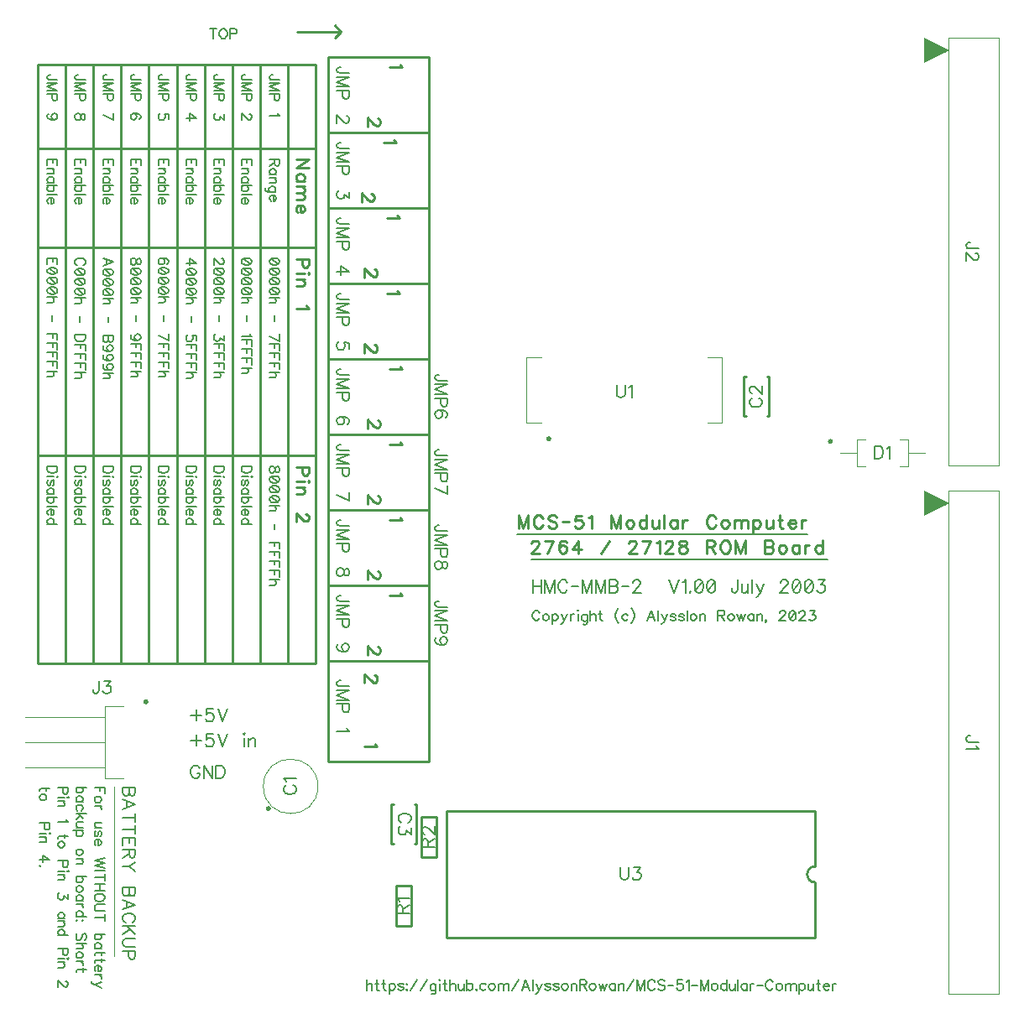
<source format=gbr>
G04 DipTrace 4.3.0.5*
G04 TopSilk.gbr*
%MOMM*%
G04 #@! TF.FileFunction,Legend,Top*
G04 #@! TF.Part,Single*
%ADD10C,0.25*%
%ADD13C,0.12*%
%ADD20C,0.15*%
%ADD21C,0.1*%
%ADD77C,0.19608*%
%ADD78C,0.15686*%
%ADD79C,0.27778*%
%FSLAX35Y35*%
G04*
G71*
G90*
G75*
G01*
G04 TopSilk*
%LPD*%
X-7577500Y-2730500D2*
D13*
G02X-7577500Y-2730500I275000J0D01*
G01*
G36*
X-7527360Y-2980360D2*
X-7530623Y-2980146D1*
X-7533830Y-2979508D1*
X-7536927Y-2978457D1*
X-7539860Y-2977011D1*
X-7542579Y-2975194D1*
X-7545038Y-2973038D1*
X-7547194Y-2970579D1*
X-7549011Y-2967860D1*
X-7550457Y-2964927D1*
X-7551508Y-2961830D1*
X-7552146Y-2958623D1*
X-7552360Y-2955360D1*
X-7552146Y-2952097D1*
X-7551508Y-2948890D1*
X-7550457Y-2945793D1*
X-7549011Y-2942860D1*
X-7547194Y-2940141D1*
X-7545038Y-2937682D1*
X-7542579Y-2935526D1*
X-7539860Y-2933709D1*
X-7536927Y-2932263D1*
X-7533830Y-2931212D1*
X-7530623Y-2930574D1*
X-7527360Y-2930360D1*
D1*
X-7524097Y-2930574D1*
X-7520890Y-2931212D1*
X-7517793Y-2932263D1*
X-7514860Y-2933709D1*
X-7512141Y-2935526D1*
X-7509682Y-2937682D1*
X-7507526Y-2940141D1*
X-7505709Y-2942860D1*
X-7504263Y-2945793D1*
X-7503212Y-2948890D1*
X-7502574Y-2952097D1*
X-7502360Y-2955360D1*
X-7502574Y-2958623D1*
X-7503212Y-2961830D1*
X-7504263Y-2964927D1*
X-7505709Y-2967860D1*
X-7507526Y-2970579D1*
X-7509682Y-2973038D1*
X-7512141Y-2975194D1*
X-7514860Y-2977011D1*
X-7517793Y-2978457D1*
X-7520890Y-2979508D1*
X-7524097Y-2980146D1*
X-7527360Y-2980360D1*
D1*
G37*
X-2478493Y1006624D2*
D10*
X-2496493D1*
X-2710493Y1006616D2*
X-2728493D1*
X-2710507Y1406376D2*
X-2728507D1*
X-2478507Y1406384D2*
X-2496507D1*
X-2728493Y1006616D2*
X-2728507Y1406376D1*
X-2478493Y1006624D2*
X-2478507Y1406384D1*
X-6284500Y-2911620D2*
X-6266500D1*
X-6052500D2*
X-6034500D1*
X-6052500Y-3311380D2*
X-6034500D1*
X-6284500D2*
X-6266500D1*
X-6034500Y-2911620D2*
Y-3311380D1*
X-6284500Y-2911620D2*
Y-3311380D1*
X-1506500Y770000D2*
D13*
X-1593500D1*
Y500000D1*
X-1506500D1*
X-1160500Y770000D2*
X-1073500D1*
Y500000D1*
X-1160500D1*
X-1760500Y635000D2*
X-1593500D1*
X-1073500D2*
X-906500D1*
G36*
X-1882500Y752000D2*
X-1882286Y755263D1*
X-1881648Y758470D1*
X-1880597Y761567D1*
X-1879151Y764500D1*
X-1877334Y767219D1*
X-1875178Y769678D1*
X-1872719Y771834D1*
X-1870000Y773651D1*
X-1867067Y775097D1*
X-1863970Y776148D1*
X-1860763Y776786D1*
X-1857500Y777000D1*
X-1854237Y776786D1*
X-1851030Y776148D1*
X-1847933Y775097D1*
X-1845000Y773651D1*
X-1842281Y771834D1*
X-1839822Y769678D1*
X-1837666Y767219D1*
X-1835849Y764500D1*
X-1834403Y761567D1*
X-1833352Y758470D1*
X-1832714Y755263D1*
X-1832500Y752000D1*
D1*
X-1832714Y748737D1*
X-1833352Y745530D1*
X-1834403Y742433D1*
X-1835849Y739500D1*
X-1837666Y736781D1*
X-1839822Y734322D1*
X-1842281Y732166D1*
X-1845000Y730349D1*
X-1847933Y728903D1*
X-1851030Y727852D1*
X-1854237Y727214D1*
X-1857500Y727000D1*
X-1860763Y727214D1*
X-1863970Y727852D1*
X-1867067Y728903D1*
X-1870000Y730349D1*
X-1872719Y732166D1*
X-1875178Y734322D1*
X-1877334Y736781D1*
X-1879151Y739500D1*
X-1880597Y742433D1*
X-1881648Y745530D1*
X-1882286Y748737D1*
X-1882500Y752000D1*
D1*
G37*
X-158750Y254000D2*
D13*
X-666750D1*
Y-4826000D1*
X-158750D1*
Y254000D1*
G36*
X-709750Y152000D2*
X-706487Y151786D1*
X-703280Y151148D1*
X-700183Y150097D1*
X-697250Y148651D1*
X-694531Y146834D1*
X-692072Y144678D1*
X-689916Y142219D1*
X-688099Y139500D1*
X-686653Y136567D1*
X-685602Y133470D1*
X-684964Y130263D1*
X-684750Y127000D1*
X-684964Y123737D1*
X-685602Y120530D1*
X-686653Y117433D1*
X-688099Y114500D1*
X-689916Y111781D1*
X-692072Y109322D1*
X-694531Y107166D1*
X-697250Y105349D1*
X-700183Y103903D1*
X-703280Y102852D1*
X-706487Y102214D1*
X-709750Y102000D1*
D1*
X-713013Y102214D1*
X-716220Y102852D1*
X-719317Y103903D1*
X-722250Y105349D1*
X-724969Y107166D1*
X-727428Y109322D1*
X-729584Y111781D1*
X-731401Y114500D1*
X-732847Y117433D1*
X-733898Y120530D1*
X-734536Y123737D1*
X-734750Y127000D1*
X-734536Y130263D1*
X-733898Y133470D1*
X-732847Y136567D1*
X-731401Y139500D1*
X-729584Y142219D1*
X-727428Y144678D1*
X-724969Y146834D1*
X-722250Y148651D1*
X-719317Y150097D1*
X-716220Y151148D1*
X-713013Y151786D1*
X-709750Y152000D1*
D1*
G37*
X-158750Y4826000D2*
D13*
X-666750D1*
Y508000D1*
X-158750D1*
Y4826000D1*
G36*
X-709750Y4724000D2*
X-706487Y4723786D1*
X-703280Y4723148D1*
X-700183Y4722097D1*
X-697250Y4720651D1*
X-694531Y4718834D1*
X-692072Y4716678D1*
X-689916Y4714219D1*
X-688099Y4711500D1*
X-686653Y4708567D1*
X-685602Y4705470D1*
X-684964Y4702263D1*
X-684750Y4699000D1*
X-684964Y4695737D1*
X-685602Y4692530D1*
X-686653Y4689433D1*
X-688099Y4686500D1*
X-689916Y4683781D1*
X-692072Y4681322D1*
X-694531Y4679166D1*
X-697250Y4677349D1*
X-700183Y4675903D1*
X-703280Y4674852D1*
X-706487Y4674214D1*
X-709750Y4674000D1*
D1*
X-713013Y4674214D1*
X-716220Y4674852D1*
X-719317Y4675903D1*
X-722250Y4677349D1*
X-724969Y4679166D1*
X-727428Y4681322D1*
X-729584Y4683781D1*
X-731401Y4686500D1*
X-732847Y4689433D1*
X-733898Y4692530D1*
X-734536Y4695737D1*
X-734750Y4699000D1*
X-734536Y4702263D1*
X-733898Y4705470D1*
X-732847Y4708567D1*
X-731401Y4711500D1*
X-729584Y4714219D1*
X-727428Y4716678D1*
X-724969Y4718834D1*
X-722250Y4720651D1*
X-719317Y4722097D1*
X-716220Y4723148D1*
X-713013Y4723786D1*
X-709750Y4724000D1*
D1*
G37*
X-8986500Y-1919000D2*
D13*
X-9174400D1*
Y-2653000D1*
X-8986500D1*
X-9174400Y-2032000D2*
X-9982100D1*
X-9174400Y-2286000D2*
X-9982100D1*
X-9174400Y-2540000D2*
X-9982100D1*
G36*
X-8763000Y-1851000D2*
X-8759737Y-1851214D1*
X-8756530Y-1851852D1*
X-8753433Y-1852903D1*
X-8750500Y-1854349D1*
X-8747781Y-1856166D1*
X-8745322Y-1858322D1*
X-8743166Y-1860781D1*
X-8741349Y-1863500D1*
X-8739903Y-1866433D1*
X-8738852Y-1869530D1*
X-8738214Y-1872737D1*
X-8738000Y-1876000D1*
X-8738214Y-1879263D1*
X-8738852Y-1882470D1*
X-8739903Y-1885567D1*
X-8741349Y-1888500D1*
X-8743166Y-1891219D1*
X-8745322Y-1893678D1*
X-8747781Y-1895834D1*
X-8750500Y-1897651D1*
X-8753433Y-1899097D1*
X-8756530Y-1900148D1*
X-8759737Y-1900786D1*
X-8763000Y-1901000D1*
D1*
X-8766263Y-1900786D1*
X-8769470Y-1900148D1*
X-8772567Y-1899097D1*
X-8775500Y-1897651D1*
X-8778219Y-1895834D1*
X-8780678Y-1893678D1*
X-8782834Y-1891219D1*
X-8784651Y-1888500D1*
X-8786097Y-1885567D1*
X-8787148Y-1882470D1*
X-8787786Y-1879263D1*
X-8788000Y-1876000D1*
X-8787786Y-1872737D1*
X-8787148Y-1869530D1*
X-8786097Y-1866433D1*
X-8784651Y-1863500D1*
X-8782834Y-1860781D1*
X-8780678Y-1858322D1*
X-8778219Y-1856166D1*
X-8775500Y-1854349D1*
X-8772567Y-1852903D1*
X-8769470Y-1851852D1*
X-8766263Y-1851214D1*
X-8763000Y-1851000D1*
D1*
G37*
X-6350000Y-2476500D2*
D10*
X-5969000D1*
X-6350000Y-1460500D2*
X-5969000D1*
X-5905500Y4635500D2*
X-6477000D1*
X-5905500Y3873500D2*
X-6477000D1*
X-5905500D2*
X-6477000D1*
X-5905500Y3111500D2*
X-6477000D1*
X-5905500D2*
X-6477000D1*
X-5905500Y2349500D2*
X-6477000D1*
X-5905513Y2349504D2*
X-6477013Y2349489D1*
X-5905494Y1587504D2*
X-6476994Y1587489D1*
X-5905500Y1587500D2*
X-6477000D1*
X-5905500Y825500D2*
X-6477000D1*
X-5905500D2*
X-6477000D1*
X-5905500Y63500D2*
X-6477000D1*
X-5905500D2*
X-6477000D1*
X-5905500Y-698500D2*
X-6477000D1*
X-5905500D2*
X-6477000D1*
X-5905500Y-1460500D2*
X-6477000D1*
X-6083304Y-3733419D2*
X-6235704Y-3733421D1*
X-6083296Y-4140579D2*
X-6083304Y-3733419D1*
X-6083296Y-4140579D2*
X-6235696Y-4140581D1*
X-6235704Y-3733421D1*
X-5829304Y-3034919D2*
X-5981704Y-3034921D1*
X-5829296Y-3442079D2*
X-5829304Y-3034919D1*
X-5829296Y-3442079D2*
X-5981696Y-3442081D1*
X-5981704Y-3034921D1*
X-4774000Y1600000D2*
D13*
X-4922000D1*
Y940000D1*
X-4774000D1*
X-3100000Y1600000D2*
X-2952000D1*
Y940000D1*
X-3100000D1*
G36*
X-4724000Y779000D2*
X-4723786Y782263D1*
X-4723148Y785470D1*
X-4722097Y788567D1*
X-4720651Y791500D1*
X-4718834Y794219D1*
X-4716678Y796678D1*
X-4714219Y798834D1*
X-4711500Y800651D1*
X-4708567Y802097D1*
X-4705470Y803148D1*
X-4702263Y803786D1*
X-4699000Y804000D1*
X-4695737Y803786D1*
X-4692530Y803148D1*
X-4689433Y802097D1*
X-4686500Y800651D1*
X-4683781Y798834D1*
X-4681322Y796678D1*
X-4679166Y794219D1*
X-4677349Y791500D1*
X-4675903Y788567D1*
X-4674852Y785470D1*
X-4674214Y782263D1*
X-4674000Y779000D1*
D1*
X-4674214Y775737D1*
X-4674852Y772530D1*
X-4675903Y769433D1*
X-4677349Y766500D1*
X-4679166Y763781D1*
X-4681322Y761322D1*
X-4683781Y759166D1*
X-4686500Y757349D1*
X-4689433Y755903D1*
X-4692530Y754852D1*
X-4695737Y754214D1*
X-4699000Y754000D1*
X-4702263Y754214D1*
X-4705470Y754852D1*
X-4708567Y755903D1*
X-4711500Y757349D1*
X-4714219Y759166D1*
X-4716678Y761322D1*
X-4718834Y763781D1*
X-4720651Y766500D1*
X-4722097Y769433D1*
X-4723148Y772530D1*
X-4723786Y775737D1*
X-4724000Y779000D1*
D1*
G37*
X-2013500Y-4259443D2*
D10*
X-5733500D1*
Y-2979557D2*
Y-4259443D1*
X-2013500Y-2979557D2*
X-5733500D1*
X-2013500D2*
Y-3539507D1*
Y-4259443D2*
Y-3699493D1*
Y-3539507D2*
G03X-2013500Y-3699493I13J-79993D01*
G01*
G36*
X-658620Y4699623D2*
X-912620Y4826623D1*
Y4572627D1*
D1*
X-658620Y4699623D1*
G37*
G36*
Y127623D2*
X-912620Y254623D1*
Y627D1*
D1*
X-658620Y127623D1*
G37*
X-7239000Y4889500D2*
D10*
X-6794500D1*
X-6858000Y4953000D1*
X-6794500Y4889500D2*
X-6858000Y4826000D1*
X-6921500Y4635500D2*
X-5905500D1*
Y3873500D1*
X-6921500D1*
Y4635500D1*
Y3873500D2*
X-5905500D1*
Y3111500D1*
X-6921500D1*
Y3873500D1*
Y3111500D2*
X-5905500D1*
Y2349500D1*
X-6921500D1*
Y3111500D1*
Y2349500D2*
X-5905500D1*
Y1587500D1*
X-6921500D1*
Y2349500D1*
Y-1460500D2*
X-5905500D1*
Y-2476500D1*
X-6921500D1*
Y-1460500D1*
X-5017997Y-184977D2*
D20*
X-2089137D1*
X-4870490Y-443003D2*
X-1885990D1*
X-9080500Y-2730500D2*
D21*
Y-4445000D1*
X-6921500Y1587500D2*
D10*
X-5905500D1*
Y825500D1*
X-6921500D1*
Y1587500D1*
Y825500D2*
X-5905500D1*
Y63500D1*
X-6921500D1*
Y825500D1*
Y63500D2*
X-5905500D1*
Y-698500D1*
X-6921500D1*
Y63500D1*
Y-698500D2*
X-5905500D1*
Y-1460500D1*
X-6921500D1*
Y-698500D1*
X-7331800Y4559300D2*
X-7051800D1*
Y3709300D1*
X-7331800D1*
Y4559300D1*
X-7611800D2*
X-7331800D1*
Y3709300D1*
X-7611800D1*
Y4559300D1*
X-7891800D2*
X-7611800D1*
Y3709300D1*
X-7891800D1*
Y4559300D1*
X-8171800D2*
X-7891800D1*
Y3709300D1*
X-8171800D1*
Y4559300D1*
X-8451800D2*
X-8171800D1*
Y3709300D1*
X-8451800D1*
Y4559300D1*
X-8731800D2*
X-8451800D1*
Y3709300D1*
X-8731800D1*
Y4559300D1*
X-9011800D2*
X-8731800D1*
Y3709300D1*
X-9011800D1*
Y4559300D1*
X-9291800D2*
X-9011800D1*
Y3709300D1*
X-9291800D1*
Y4559300D1*
X-9571800D2*
X-9291800D1*
Y3709300D1*
X-9571800D1*
Y4559300D1*
X-9851800D2*
X-9571800D1*
Y3709300D1*
X-9851800D1*
Y4559300D1*
X-7331800Y3709300D2*
X-7051800D1*
Y2709300D1*
X-7331800D1*
Y3709300D1*
X-7611800D2*
X-7331800D1*
Y2709300D1*
X-7611800D1*
Y3709300D1*
X-7891800D2*
X-7611800D1*
Y2709300D1*
X-7891800D1*
Y3709300D1*
X-8171800D2*
X-7891800D1*
Y2709300D1*
X-8171800D1*
Y3709300D1*
X-8451800D2*
X-8171800D1*
Y2709300D1*
X-8451800D1*
Y3709300D1*
X-8731800D2*
X-8451800D1*
Y2709300D1*
X-8731800D1*
Y3709300D1*
X-9011800D2*
X-8731800D1*
Y2709300D1*
X-9011800D1*
Y3709300D1*
X-9291800D2*
X-9011800D1*
Y2709300D1*
X-9291800D1*
Y3709300D1*
X-9571800D2*
X-9291800D1*
Y2709300D1*
X-9571800D1*
Y3709300D1*
X-9851800D2*
X-9571800D1*
Y2709300D1*
X-9851800D1*
Y3709300D1*
X-7331800Y2709300D2*
X-7051800D1*
Y609300D1*
X-7331800D1*
Y2709300D1*
X-7611800D2*
X-7331800D1*
Y609300D1*
X-7611800D1*
Y2709300D1*
X-7891800D2*
X-7611800D1*
Y609300D1*
X-7891800D1*
Y2709300D1*
X-8171800D2*
X-7891800D1*
Y609300D1*
X-8171800D1*
Y2709300D1*
X-8451800D2*
X-8171800D1*
Y609300D1*
X-8451800D1*
Y2709300D1*
X-8731800D2*
X-8451800D1*
Y609300D1*
X-8731800D1*
Y2709300D1*
X-9011800D2*
X-8731800D1*
Y609300D1*
X-9011800D1*
Y2709300D1*
X-9291800D2*
X-9011800D1*
Y609300D1*
X-9291800D1*
Y2709300D1*
X-9571800D2*
X-9291800D1*
Y609300D1*
X-9571800D1*
Y2709300D1*
X-9851800D2*
X-9571800D1*
Y609300D1*
X-9851800D1*
Y2709300D1*
X-7331800Y609300D2*
X-7051800D1*
Y-1490700D1*
X-7331800D1*
Y609300D1*
X-7611800D2*
X-7331800D1*
Y-1490700D1*
X-7611800D1*
Y609300D1*
X-7891800D2*
X-7611800D1*
Y-1490700D1*
X-7891800D1*
Y609300D1*
X-8171800D2*
X-7891800D1*
Y-1490700D1*
X-8171800D1*
Y609300D1*
X-8451800D2*
X-8171800D1*
Y-1490700D1*
X-8451800D1*
Y609300D1*
X-8731800D2*
X-8451800D1*
Y-1490700D1*
X-8731800D1*
Y609300D1*
X-9011800D2*
X-8731800D1*
Y-1490700D1*
X-9011800D1*
Y609300D1*
X-9291800D2*
X-9011800D1*
Y-1490700D1*
X-9291800D1*
Y609300D1*
X-9571800D2*
X-9291800D1*
Y-1490700D1*
X-9571800D1*
Y609300D1*
X-9851800D2*
X-9571800D1*
Y-1490700D1*
X-9851800D1*
Y609300D1*
X-7414635Y4402828D2*
D78*
X-7492352D1*
X-7506952Y4407657D1*
X-7511782Y4412598D1*
X-7516723Y4422257D1*
Y4432028D1*
X-7511782Y4441686D1*
X-7506952Y4446515D1*
X-7492352Y4451457D1*
X-7482694D1*
X-7516723Y4293738D2*
X-7414635D1*
X-7516723Y4332597D1*
X-7414635Y4371455D1*
X-7516723D1*
X-7468094Y4262366D2*
Y4218566D1*
X-7463265Y4204078D1*
X-7458323Y4199136D1*
X-7448665Y4194307D1*
X-7434065D1*
X-7424406Y4199136D1*
X-7419465Y4204078D1*
X-7414635Y4218566D1*
Y4262366D1*
X-7516723D1*
X-7434177Y4064177D2*
X-7429235Y4054407D1*
X-7414748Y4039807D1*
X-7516723D1*
X-7694635Y4402828D2*
X-7772352D1*
X-7786952Y4407657D1*
X-7791782Y4412598D1*
X-7796723Y4422257D1*
Y4432028D1*
X-7791782Y4441686D1*
X-7786952Y4446515D1*
X-7772352Y4451457D1*
X-7762694D1*
X-7796723Y4293738D2*
X-7694635D1*
X-7796723Y4332597D1*
X-7694635Y4371455D1*
X-7796723D1*
X-7748094Y4262366D2*
Y4218566D1*
X-7743265Y4204078D1*
X-7738323Y4199136D1*
X-7728665Y4194307D1*
X-7714065D1*
X-7704406Y4199136D1*
X-7699465Y4204078D1*
X-7694635Y4218566D1*
Y4262366D1*
X-7796723D1*
X-7719006Y4059236D2*
X-7714177D1*
X-7704406Y4054407D1*
X-7699577Y4049577D1*
X-7694748Y4039807D1*
Y4020377D1*
X-7699577Y4010719D1*
X-7704406Y4005890D1*
X-7714177Y4000948D1*
X-7723835D1*
X-7733606Y4005890D1*
X-7748094Y4015548D1*
X-7796723Y4064177D1*
Y3996119D1*
X-7974635Y4402828D2*
X-8052352D1*
X-8066952Y4407657D1*
X-8071782Y4412598D1*
X-8076723Y4422257D1*
Y4432028D1*
X-8071782Y4441686D1*
X-8066952Y4446515D1*
X-8052352Y4451457D1*
X-8042694D1*
X-8076723Y4293738D2*
X-7974635D1*
X-8076723Y4332597D1*
X-7974635Y4371455D1*
X-8076723D1*
X-8028094Y4262366D2*
Y4218566D1*
X-8023265Y4204078D1*
X-8018323Y4199136D1*
X-8008665Y4194307D1*
X-7994065D1*
X-7984406Y4199136D1*
X-7979465Y4204078D1*
X-7974635Y4218566D1*
Y4262366D1*
X-8076723D1*
X-7974748Y4054407D2*
Y4001061D1*
X-8013606Y4030148D1*
Y4015548D1*
X-8018435Y4005890D1*
X-8023265Y4001061D1*
X-8037865Y3996119D1*
X-8047523D1*
X-8062123Y4001061D1*
X-8071894Y4010719D1*
X-8076723Y4025319D1*
Y4039919D1*
X-8071894Y4054407D1*
X-8066952Y4059236D1*
X-8057294Y4064177D1*
X-8254635Y4402828D2*
X-8332352D1*
X-8346952Y4407657D1*
X-8351782Y4412598D1*
X-8356723Y4422257D1*
Y4432028D1*
X-8351782Y4441686D1*
X-8346952Y4446515D1*
X-8332352Y4451457D1*
X-8322694D1*
X-8356723Y4293738D2*
X-8254635D1*
X-8356723Y4332597D1*
X-8254635Y4371455D1*
X-8356723D1*
X-8308094Y4262366D2*
Y4218566D1*
X-8303265Y4204078D1*
X-8298323Y4199136D1*
X-8288665Y4194307D1*
X-8274065D1*
X-8264406Y4199136D1*
X-8259465Y4204078D1*
X-8254635Y4218566D1*
Y4262366D1*
X-8356723D1*
Y4015548D2*
X-8254748D1*
X-8322694Y4064177D1*
Y3991290D1*
X-8534635Y4402828D2*
X-8612352D1*
X-8626952Y4407657D1*
X-8631782Y4412598D1*
X-8636723Y4422257D1*
Y4432028D1*
X-8631782Y4441686D1*
X-8626952Y4446515D1*
X-8612352Y4451457D1*
X-8602694D1*
X-8636723Y4293738D2*
X-8534635D1*
X-8636723Y4332597D1*
X-8534635Y4371455D1*
X-8636723D1*
X-8588094Y4262366D2*
Y4218566D1*
X-8583265Y4204078D1*
X-8578323Y4199136D1*
X-8568665Y4194307D1*
X-8554065D1*
X-8544406Y4199136D1*
X-8539465Y4204078D1*
X-8534635Y4218566D1*
Y4262366D1*
X-8636723D1*
X-8534748Y4005890D2*
Y4054407D1*
X-8578435Y4059236D1*
X-8573606Y4054407D1*
X-8568665Y4039807D1*
Y4025319D1*
X-8573606Y4010719D1*
X-8583265Y4000948D1*
X-8597865Y3996119D1*
X-8607523D1*
X-8622123Y4000948D1*
X-8631894Y4010719D1*
X-8636723Y4025319D1*
Y4039807D1*
X-8631894Y4054407D1*
X-8626952Y4059236D1*
X-8617294Y4064177D1*
X-8814635Y4402828D2*
X-8892352D1*
X-8906952Y4407657D1*
X-8911782Y4412598D1*
X-8916723Y4422257D1*
Y4432028D1*
X-8911782Y4441686D1*
X-8906952Y4446515D1*
X-8892352Y4451457D1*
X-8882694D1*
X-8916723Y4293738D2*
X-8814635D1*
X-8916723Y4332597D1*
X-8814635Y4371455D1*
X-8916723D1*
X-8868094Y4262366D2*
Y4218566D1*
X-8863265Y4204078D1*
X-8858323Y4199136D1*
X-8848665Y4194307D1*
X-8834065D1*
X-8824406Y4199136D1*
X-8819465Y4204078D1*
X-8814635Y4218566D1*
Y4262366D1*
X-8916723D1*
X-8829235Y4005890D2*
X-8819577Y4010719D1*
X-8814748Y4025319D1*
Y4034977D1*
X-8819577Y4049577D1*
X-8834177Y4059348D1*
X-8858435Y4064177D1*
X-8882694D1*
X-8902123Y4059348D1*
X-8911894Y4049577D1*
X-8916723Y4034977D1*
Y4030148D1*
X-8911894Y4015661D1*
X-8902123Y4005890D1*
X-8887523Y4001061D1*
X-8882694D1*
X-8868094Y4005890D1*
X-8858435Y4015661D1*
X-8853606Y4030148D1*
Y4034977D1*
X-8858435Y4049577D1*
X-8868094Y4059348D1*
X-8882694Y4064177D1*
X-9094635Y4402828D2*
X-9172352D1*
X-9186952Y4407657D1*
X-9191782Y4412598D1*
X-9196723Y4422257D1*
Y4432028D1*
X-9191782Y4441686D1*
X-9186952Y4446515D1*
X-9172352Y4451457D1*
X-9162694D1*
X-9196723Y4293738D2*
X-9094635D1*
X-9196723Y4332597D1*
X-9094635Y4371455D1*
X-9196723D1*
X-9148094Y4262366D2*
Y4218566D1*
X-9143265Y4204078D1*
X-9138323Y4199136D1*
X-9128665Y4194307D1*
X-9114065D1*
X-9104406Y4199136D1*
X-9099465Y4204078D1*
X-9094635Y4218566D1*
Y4262366D1*
X-9196723D1*
Y4044748D2*
X-9094748Y3996119D1*
Y4064177D1*
X-9374635Y4402828D2*
X-9452352D1*
X-9466952Y4407657D1*
X-9471782Y4412598D1*
X-9476723Y4422257D1*
Y4432028D1*
X-9471782Y4441686D1*
X-9466952Y4446515D1*
X-9452352Y4451457D1*
X-9442694D1*
X-9476723Y4293738D2*
X-9374635D1*
X-9476723Y4332597D1*
X-9374635Y4371455D1*
X-9476723D1*
X-9428094Y4262366D2*
Y4218566D1*
X-9423265Y4204078D1*
X-9418323Y4199136D1*
X-9408665Y4194307D1*
X-9394065D1*
X-9384406Y4199136D1*
X-9379465Y4204078D1*
X-9374635Y4218566D1*
Y4262366D1*
X-9476723D1*
X-9374748Y4039919D2*
X-9379577Y4054407D1*
X-9389235Y4059348D1*
X-9399006D1*
X-9408665Y4054407D1*
X-9413606Y4044748D1*
X-9418435Y4025319D1*
X-9423265Y4010719D1*
X-9433035Y4001061D1*
X-9442694Y3996231D1*
X-9457294D1*
X-9466952Y4001061D1*
X-9471894Y4005890D1*
X-9476723Y4020490D1*
Y4039919D1*
X-9471894Y4054407D1*
X-9466952Y4059348D1*
X-9457294Y4064177D1*
X-9442694D1*
X-9433035Y4059348D1*
X-9423265Y4049577D1*
X-9418435Y4035090D1*
X-9413606Y4015661D1*
X-9408665Y4005890D1*
X-9399006Y4001061D1*
X-9389235D1*
X-9379577Y4005890D1*
X-9374748Y4020490D1*
Y4039919D1*
X-9654635Y4402828D2*
X-9732352D1*
X-9746952Y4407657D1*
X-9751782Y4412598D1*
X-9756723Y4422257D1*
Y4432028D1*
X-9751782Y4441686D1*
X-9746952Y4446515D1*
X-9732352Y4451457D1*
X-9722694D1*
X-9756723Y4293738D2*
X-9654635D1*
X-9756723Y4332597D1*
X-9654635Y4371455D1*
X-9756723D1*
X-9708094Y4262366D2*
Y4218566D1*
X-9703265Y4204078D1*
X-9698323Y4199136D1*
X-9688665Y4194307D1*
X-9674065D1*
X-9664406Y4199136D1*
X-9659465Y4204078D1*
X-9654635Y4218566D1*
Y4262366D1*
X-9756723D1*
X-9688665Y4000948D2*
X-9703265Y4005890D1*
X-9713035Y4015548D1*
X-9717865Y4030148D1*
Y4034977D1*
X-9713035Y4049577D1*
X-9703265Y4059236D1*
X-9688665Y4064177D1*
X-9683835D1*
X-9669235Y4059236D1*
X-9659577Y4049577D1*
X-9654748Y4034977D1*
Y4030148D1*
X-9659577Y4015548D1*
X-9669235Y4005890D1*
X-9688665Y4000948D1*
X-9713035D1*
X-9737294Y4005890D1*
X-9751894Y4015548D1*
X-9756723Y4030148D1*
Y4039807D1*
X-9751894Y4054407D1*
X-9742123Y4059236D1*
X-7120344Y3510338D2*
D79*
X-7247954D1*
X-7120344Y3595411D1*
X-7247954D1*
X-7162881Y3381923D2*
X-7247954D1*
X-7181131D2*
X-7168917Y3393996D1*
X-7162881Y3406209D1*
Y3424319D1*
X-7168917Y3436532D1*
X-7181131Y3448606D1*
X-7199381Y3454782D1*
X-7211454D1*
X-7229704Y3448606D1*
X-7241777Y3436532D1*
X-7247954Y3424319D1*
Y3406209D1*
X-7241777Y3393996D1*
X-7229704Y3381923D1*
X-7162881Y3326367D2*
X-7247954D1*
X-7187167D2*
X-7168917Y3308117D1*
X-7162881Y3295904D1*
Y3277794D1*
X-7168917Y3265581D1*
X-7187167Y3259544D1*
X-7247954D1*
X-7187167D2*
X-7168917Y3241294D1*
X-7162881Y3229081D1*
Y3210971D1*
X-7168917Y3198758D1*
X-7187167Y3192581D1*
X-7247954D1*
X-7199381Y3137025D2*
Y3064166D1*
X-7187167D1*
X-7174954Y3070202D1*
X-7168917Y3076239D1*
X-7162881Y3088452D1*
Y3106702D1*
X-7168917Y3118775D1*
X-7181131Y3130989D1*
X-7199381Y3137025D1*
X-7211454D1*
X-7229704Y3130989D1*
X-7241777Y3118775D1*
X-7247954Y3106702D1*
Y3088452D1*
X-7241777Y3076239D1*
X-7229704Y3064166D1*
X-7463265Y3601457D2*
D78*
Y3557769D1*
X-7458323Y3543169D1*
X-7453494Y3538228D1*
X-7443835Y3533398D1*
X-7434065D1*
X-7424406Y3538228D1*
X-7419465Y3543169D1*
X-7414635Y3557769D1*
Y3601457D1*
X-7516723D1*
X-7463265Y3567428D2*
X-7516723Y3533398D1*
X-7448665Y3443738D2*
X-7516723D1*
X-7463265D2*
X-7453494Y3453397D1*
X-7448665Y3463167D1*
Y3477655D1*
X-7453494Y3487426D1*
X-7463265Y3497084D1*
X-7477865Y3502026D1*
X-7487523D1*
X-7502123Y3497084D1*
X-7511782Y3487426D1*
X-7516723Y3477655D1*
Y3463167D1*
X-7511782Y3453397D1*
X-7502123Y3443738D1*
X-7448665Y3412366D2*
X-7516723D1*
X-7468094D2*
X-7453494Y3397766D1*
X-7448665Y3387995D1*
Y3373507D1*
X-7453494Y3363736D1*
X-7468094Y3358907D1*
X-7516723D1*
X-7453494Y3269247D2*
X-7531323D1*
X-7545811Y3274076D1*
X-7550752Y3278905D1*
X-7555582Y3288676D1*
Y3303276D1*
X-7550752Y3312935D1*
X-7468094Y3269247D2*
X-7458435Y3278905D1*
X-7453494Y3288676D1*
Y3303276D1*
X-7458435Y3312935D1*
X-7468094Y3322705D1*
X-7482694Y3327535D1*
X-7492465D1*
X-7506952Y3322705D1*
X-7516723Y3312935D1*
X-7521552Y3303276D1*
Y3288676D1*
X-7516723Y3278905D1*
X-7506952Y3269247D1*
X-7477865Y3237874D2*
Y3179587D1*
X-7468094D1*
X-7458323Y3184416D1*
X-7453494Y3189245D1*
X-7448665Y3199016D1*
Y3213616D1*
X-7453494Y3223274D1*
X-7463265Y3233045D1*
X-7477865Y3237874D1*
X-7487523D1*
X-7502123Y3233045D1*
X-7511782Y3223274D1*
X-7516723Y3213616D1*
Y3199016D1*
X-7511782Y3189245D1*
X-7502123Y3179587D1*
X-7694635Y3538340D2*
Y3601457D1*
X-7796723D1*
Y3538340D1*
X-7743265Y3601457D2*
Y3562598D1*
X-7728665Y3506967D2*
X-7796723D1*
X-7748094D2*
X-7733494Y3492367D1*
X-7728665Y3482597D1*
Y3468109D1*
X-7733494Y3458338D1*
X-7748094Y3453509D1*
X-7796723D1*
X-7728665Y3363849D2*
X-7796723D1*
X-7743265D2*
X-7733494Y3373507D1*
X-7728665Y3383278D1*
Y3397766D1*
X-7733494Y3407536D1*
X-7743265Y3417195D1*
X-7757865Y3422136D1*
X-7767523D1*
X-7782123Y3417195D1*
X-7791782Y3407536D1*
X-7796723Y3397766D1*
Y3383278D1*
X-7791782Y3373507D1*
X-7782123Y3363849D1*
X-7694635Y3332476D2*
X-7796723D1*
X-7743265D2*
X-7733494Y3322705D1*
X-7728665Y3313047D1*
Y3298447D1*
X-7733494Y3288788D1*
X-7743265Y3279018D1*
X-7757865Y3274188D1*
X-7767523D1*
X-7782123Y3279018D1*
X-7791782Y3288788D1*
X-7796723Y3298447D1*
Y3313047D1*
X-7791782Y3322705D1*
X-7782123Y3332476D1*
X-7694635Y3242816D2*
X-7796723D1*
X-7757865Y3211443D2*
Y3153156D1*
X-7748094D1*
X-7738323Y3157985D1*
X-7733494Y3162814D1*
X-7728665Y3172585D1*
Y3187185D1*
X-7733494Y3196843D1*
X-7743265Y3206614D1*
X-7757865Y3211443D1*
X-7767523D1*
X-7782123Y3206614D1*
X-7791782Y3196843D1*
X-7796723Y3187185D1*
Y3172585D1*
X-7791782Y3162814D1*
X-7782123Y3153156D1*
X-7974635Y3538340D2*
Y3601457D1*
X-8076723D1*
Y3538340D1*
X-8023265Y3601457D2*
Y3562598D1*
X-8008665Y3506967D2*
X-8076723D1*
X-8028094D2*
X-8013494Y3492367D1*
X-8008665Y3482597D1*
Y3468109D1*
X-8013494Y3458338D1*
X-8028094Y3453509D1*
X-8076723D1*
X-8008665Y3363849D2*
X-8076723D1*
X-8023265D2*
X-8013494Y3373507D1*
X-8008665Y3383278D1*
Y3397766D1*
X-8013494Y3407536D1*
X-8023265Y3417195D1*
X-8037865Y3422136D1*
X-8047523D1*
X-8062123Y3417195D1*
X-8071782Y3407536D1*
X-8076723Y3397766D1*
Y3383278D1*
X-8071782Y3373507D1*
X-8062123Y3363849D1*
X-7974635Y3332476D2*
X-8076723D1*
X-8023265D2*
X-8013494Y3322705D1*
X-8008665Y3313047D1*
Y3298447D1*
X-8013494Y3288788D1*
X-8023265Y3279018D1*
X-8037865Y3274188D1*
X-8047523D1*
X-8062123Y3279018D1*
X-8071782Y3288788D1*
X-8076723Y3298447D1*
Y3313047D1*
X-8071782Y3322705D1*
X-8062123Y3332476D1*
X-7974635Y3242816D2*
X-8076723D1*
X-8037865Y3211443D2*
Y3153156D1*
X-8028094D1*
X-8018323Y3157985D1*
X-8013494Y3162814D1*
X-8008665Y3172585D1*
Y3187185D1*
X-8013494Y3196843D1*
X-8023265Y3206614D1*
X-8037865Y3211443D1*
X-8047523D1*
X-8062123Y3206614D1*
X-8071782Y3196843D1*
X-8076723Y3187185D1*
Y3172585D1*
X-8071782Y3162814D1*
X-8062123Y3153156D1*
X-8254635Y3538340D2*
Y3601457D1*
X-8356723D1*
Y3538340D1*
X-8303265Y3601457D2*
Y3562598D1*
X-8288665Y3506967D2*
X-8356723D1*
X-8308094D2*
X-8293494Y3492367D1*
X-8288665Y3482597D1*
Y3468109D1*
X-8293494Y3458338D1*
X-8308094Y3453509D1*
X-8356723D1*
X-8288665Y3363849D2*
X-8356723D1*
X-8303265D2*
X-8293494Y3373507D1*
X-8288665Y3383278D1*
Y3397766D1*
X-8293494Y3407536D1*
X-8303265Y3417195D1*
X-8317865Y3422136D1*
X-8327523D1*
X-8342123Y3417195D1*
X-8351782Y3407536D1*
X-8356723Y3397766D1*
Y3383278D1*
X-8351782Y3373507D1*
X-8342123Y3363849D1*
X-8254635Y3332476D2*
X-8356723D1*
X-8303265D2*
X-8293494Y3322705D1*
X-8288665Y3313047D1*
Y3298447D1*
X-8293494Y3288788D1*
X-8303265Y3279018D1*
X-8317865Y3274188D1*
X-8327523D1*
X-8342123Y3279018D1*
X-8351782Y3288788D1*
X-8356723Y3298447D1*
Y3313047D1*
X-8351782Y3322705D1*
X-8342123Y3332476D1*
X-8254635Y3242816D2*
X-8356723D1*
X-8317865Y3211443D2*
Y3153156D1*
X-8308094D1*
X-8298323Y3157985D1*
X-8293494Y3162814D1*
X-8288665Y3172585D1*
Y3187185D1*
X-8293494Y3196843D1*
X-8303265Y3206614D1*
X-8317865Y3211443D1*
X-8327523D1*
X-8342123Y3206614D1*
X-8351782Y3196843D1*
X-8356723Y3187185D1*
Y3172585D1*
X-8351782Y3162814D1*
X-8342123Y3153156D1*
X-8534635Y3538340D2*
Y3601457D1*
X-8636723D1*
Y3538340D1*
X-8583265Y3601457D2*
Y3562598D1*
X-8568665Y3506967D2*
X-8636723D1*
X-8588094D2*
X-8573494Y3492367D1*
X-8568665Y3482597D1*
Y3468109D1*
X-8573494Y3458338D1*
X-8588094Y3453509D1*
X-8636723D1*
X-8568665Y3363849D2*
X-8636723D1*
X-8583265D2*
X-8573494Y3373507D1*
X-8568665Y3383278D1*
Y3397766D1*
X-8573494Y3407536D1*
X-8583265Y3417195D1*
X-8597865Y3422136D1*
X-8607523D1*
X-8622123Y3417195D1*
X-8631782Y3407536D1*
X-8636723Y3397766D1*
Y3383278D1*
X-8631782Y3373507D1*
X-8622123Y3363849D1*
X-8534635Y3332476D2*
X-8636723D1*
X-8583265D2*
X-8573494Y3322705D1*
X-8568665Y3313047D1*
Y3298447D1*
X-8573494Y3288788D1*
X-8583265Y3279018D1*
X-8597865Y3274188D1*
X-8607523D1*
X-8622123Y3279018D1*
X-8631782Y3288788D1*
X-8636723Y3298447D1*
Y3313047D1*
X-8631782Y3322705D1*
X-8622123Y3332476D1*
X-8534635Y3242816D2*
X-8636723D1*
X-8597865Y3211443D2*
Y3153156D1*
X-8588094D1*
X-8578323Y3157985D1*
X-8573494Y3162814D1*
X-8568665Y3172585D1*
Y3187185D1*
X-8573494Y3196843D1*
X-8583265Y3206614D1*
X-8597865Y3211443D1*
X-8607523D1*
X-8622123Y3206614D1*
X-8631782Y3196843D1*
X-8636723Y3187185D1*
Y3172585D1*
X-8631782Y3162814D1*
X-8622123Y3153156D1*
X-8814635Y3538340D2*
Y3601457D1*
X-8916723D1*
Y3538340D1*
X-8863265Y3601457D2*
Y3562598D1*
X-8848665Y3506967D2*
X-8916723D1*
X-8868094D2*
X-8853494Y3492367D1*
X-8848665Y3482597D1*
Y3468109D1*
X-8853494Y3458338D1*
X-8868094Y3453509D1*
X-8916723D1*
X-8848665Y3363849D2*
X-8916723D1*
X-8863265D2*
X-8853494Y3373507D1*
X-8848665Y3383278D1*
Y3397766D1*
X-8853494Y3407536D1*
X-8863265Y3417195D1*
X-8877865Y3422136D1*
X-8887523D1*
X-8902123Y3417195D1*
X-8911782Y3407536D1*
X-8916723Y3397766D1*
Y3383278D1*
X-8911782Y3373507D1*
X-8902123Y3363849D1*
X-8814635Y3332476D2*
X-8916723D1*
X-8863265D2*
X-8853494Y3322705D1*
X-8848665Y3313047D1*
Y3298447D1*
X-8853494Y3288788D1*
X-8863265Y3279018D1*
X-8877865Y3274188D1*
X-8887523D1*
X-8902123Y3279018D1*
X-8911782Y3288788D1*
X-8916723Y3298447D1*
Y3313047D1*
X-8911782Y3322705D1*
X-8902123Y3332476D1*
X-8814635Y3242816D2*
X-8916723D1*
X-8877865Y3211443D2*
Y3153156D1*
X-8868094D1*
X-8858323Y3157985D1*
X-8853494Y3162814D1*
X-8848665Y3172585D1*
Y3187185D1*
X-8853494Y3196843D1*
X-8863265Y3206614D1*
X-8877865Y3211443D1*
X-8887523D1*
X-8902123Y3206614D1*
X-8911782Y3196843D1*
X-8916723Y3187185D1*
Y3172585D1*
X-8911782Y3162814D1*
X-8902123Y3153156D1*
X-9094635Y3538340D2*
Y3601457D1*
X-9196723D1*
Y3538340D1*
X-9143265Y3601457D2*
Y3562598D1*
X-9128665Y3506967D2*
X-9196723D1*
X-9148094D2*
X-9133494Y3492367D1*
X-9128665Y3482597D1*
Y3468109D1*
X-9133494Y3458338D1*
X-9148094Y3453509D1*
X-9196723D1*
X-9128665Y3363849D2*
X-9196723D1*
X-9143265D2*
X-9133494Y3373507D1*
X-9128665Y3383278D1*
Y3397766D1*
X-9133494Y3407536D1*
X-9143265Y3417195D1*
X-9157865Y3422136D1*
X-9167523D1*
X-9182123Y3417195D1*
X-9191782Y3407536D1*
X-9196723Y3397766D1*
Y3383278D1*
X-9191782Y3373507D1*
X-9182123Y3363849D1*
X-9094635Y3332476D2*
X-9196723D1*
X-9143265D2*
X-9133494Y3322705D1*
X-9128665Y3313047D1*
Y3298447D1*
X-9133494Y3288788D1*
X-9143265Y3279018D1*
X-9157865Y3274188D1*
X-9167523D1*
X-9182123Y3279018D1*
X-9191782Y3288788D1*
X-9196723Y3298447D1*
Y3313047D1*
X-9191782Y3322705D1*
X-9182123Y3332476D1*
X-9094635Y3242816D2*
X-9196723D1*
X-9157865Y3211443D2*
Y3153156D1*
X-9148094D1*
X-9138323Y3157985D1*
X-9133494Y3162814D1*
X-9128665Y3172585D1*
Y3187185D1*
X-9133494Y3196843D1*
X-9143265Y3206614D1*
X-9157865Y3211443D1*
X-9167523D1*
X-9182123Y3206614D1*
X-9191782Y3196843D1*
X-9196723Y3187185D1*
Y3172585D1*
X-9191782Y3162814D1*
X-9182123Y3153156D1*
X-9374635Y3538340D2*
Y3601457D1*
X-9476723D1*
Y3538340D1*
X-9423265Y3601457D2*
Y3562598D1*
X-9408665Y3506967D2*
X-9476723D1*
X-9428094D2*
X-9413494Y3492367D1*
X-9408665Y3482597D1*
Y3468109D1*
X-9413494Y3458338D1*
X-9428094Y3453509D1*
X-9476723D1*
X-9408665Y3363849D2*
X-9476723D1*
X-9423265D2*
X-9413494Y3373507D1*
X-9408665Y3383278D1*
Y3397766D1*
X-9413494Y3407536D1*
X-9423265Y3417195D1*
X-9437865Y3422136D1*
X-9447523D1*
X-9462123Y3417195D1*
X-9471782Y3407536D1*
X-9476723Y3397766D1*
Y3383278D1*
X-9471782Y3373507D1*
X-9462123Y3363849D1*
X-9374635Y3332476D2*
X-9476723D1*
X-9423265D2*
X-9413494Y3322705D1*
X-9408665Y3313047D1*
Y3298447D1*
X-9413494Y3288788D1*
X-9423265Y3279018D1*
X-9437865Y3274188D1*
X-9447523D1*
X-9462123Y3279018D1*
X-9471782Y3288788D1*
X-9476723Y3298447D1*
Y3313047D1*
X-9471782Y3322705D1*
X-9462123Y3332476D1*
X-9374635Y3242816D2*
X-9476723D1*
X-9437865Y3211443D2*
Y3153156D1*
X-9428094D1*
X-9418323Y3157985D1*
X-9413494Y3162814D1*
X-9408665Y3172585D1*
Y3187185D1*
X-9413494Y3196843D1*
X-9423265Y3206614D1*
X-9437865Y3211443D1*
X-9447523D1*
X-9462123Y3206614D1*
X-9471782Y3196843D1*
X-9476723Y3187185D1*
Y3172585D1*
X-9471782Y3162814D1*
X-9462123Y3153156D1*
X-9654635Y3538340D2*
Y3601457D1*
X-9756723D1*
Y3538340D1*
X-9703265Y3601457D2*
Y3562598D1*
X-9688665Y3506967D2*
X-9756723D1*
X-9708094D2*
X-9693494Y3492367D1*
X-9688665Y3482597D1*
Y3468109D1*
X-9693494Y3458338D1*
X-9708094Y3453509D1*
X-9756723D1*
X-9688665Y3363849D2*
X-9756723D1*
X-9703265D2*
X-9693494Y3373507D1*
X-9688665Y3383278D1*
Y3397766D1*
X-9693494Y3407536D1*
X-9703265Y3417195D1*
X-9717865Y3422136D1*
X-9727523D1*
X-9742123Y3417195D1*
X-9751782Y3407536D1*
X-9756723Y3397766D1*
Y3383278D1*
X-9751782Y3373507D1*
X-9742123Y3363849D1*
X-9654635Y3332476D2*
X-9756723D1*
X-9703265D2*
X-9693494Y3322705D1*
X-9688665Y3313047D1*
Y3298447D1*
X-9693494Y3288788D1*
X-9703265Y3279018D1*
X-9717865Y3274188D1*
X-9727523D1*
X-9742123Y3279018D1*
X-9751782Y3288788D1*
X-9756723Y3298447D1*
Y3313047D1*
X-9751782Y3322705D1*
X-9742123Y3332476D1*
X-9654635Y3242816D2*
X-9756723D1*
X-9717865Y3211443D2*
Y3153156D1*
X-9708094D1*
X-9698323Y3157985D1*
X-9693494Y3162814D1*
X-9688665Y3172585D1*
Y3187185D1*
X-9693494Y3196843D1*
X-9703265Y3206614D1*
X-9717865Y3211443D1*
X-9727523D1*
X-9742123Y3206614D1*
X-9751782Y3196843D1*
X-9756723Y3187185D1*
Y3172585D1*
X-9751782Y3162814D1*
X-9742123Y3153156D1*
X-7187167Y2595411D2*
D79*
Y2540661D1*
X-7181131Y2522551D1*
X-7174954Y2516375D1*
X-7162881Y2510338D1*
X-7144631D1*
X-7132558Y2516375D1*
X-7126381Y2522551D1*
X-7120344Y2540661D1*
Y2595411D1*
X-7247954D1*
X-7120344Y2454782D2*
X-7126381Y2448746D1*
X-7120344Y2442569D1*
X-7114167Y2448746D1*
X-7120344Y2454782D1*
X-7162881Y2448746D2*
X-7247954D1*
X-7162881Y2387013D2*
X-7247954D1*
X-7187167D2*
X-7168917Y2368763D1*
X-7162881Y2356550D1*
Y2338440D1*
X-7168917Y2326227D1*
X-7187167Y2320190D1*
X-7247954D1*
X-7144771Y2124849D2*
X-7138594Y2112635D1*
X-7120485Y2094385D1*
X-7247954D1*
X-7414748Y2572257D2*
D78*
X-7419577Y2586857D1*
X-7434177Y2596628D1*
X-7458435Y2601457D1*
X-7473035D1*
X-7497294Y2596628D1*
X-7511894Y2586857D1*
X-7516723Y2572257D1*
Y2562598D1*
X-7511894Y2547998D1*
X-7497294Y2538340D1*
X-7473035Y2533398D1*
X-7458435D1*
X-7434177Y2538340D1*
X-7419577Y2547998D1*
X-7414748Y2562598D1*
Y2572257D1*
X-7434177Y2538340D2*
X-7497294Y2596628D1*
X-7414748Y2472826D2*
X-7419577Y2487426D1*
X-7434177Y2497197D1*
X-7458435Y2502026D1*
X-7473035D1*
X-7497294Y2497197D1*
X-7511894Y2487426D1*
X-7516723Y2472826D1*
Y2463167D1*
X-7511894Y2448567D1*
X-7497294Y2438909D1*
X-7473035Y2433967D1*
X-7458435D1*
X-7434177Y2438909D1*
X-7419577Y2448567D1*
X-7414748Y2463167D1*
Y2472826D1*
X-7434177Y2438909D2*
X-7497294Y2497197D1*
X-7414748Y2373395D2*
X-7419577Y2387995D1*
X-7434177Y2397766D1*
X-7458435Y2402595D1*
X-7473035D1*
X-7497294Y2397766D1*
X-7511894Y2387995D1*
X-7516723Y2373395D1*
Y2363736D1*
X-7511894Y2349136D1*
X-7497294Y2339478D1*
X-7473035Y2334536D1*
X-7458435D1*
X-7434177Y2339478D1*
X-7419577Y2349136D1*
X-7414748Y2363736D1*
Y2373395D1*
X-7434177Y2339478D2*
X-7497294Y2397766D1*
X-7414748Y2273964D2*
X-7419577Y2288564D1*
X-7434177Y2298335D1*
X-7458435Y2303164D1*
X-7473035D1*
X-7497294Y2298335D1*
X-7511894Y2288564D1*
X-7516723Y2273964D1*
Y2264305D1*
X-7511894Y2249705D1*
X-7497294Y2240047D1*
X-7473035Y2235105D1*
X-7458435D1*
X-7434177Y2240047D1*
X-7419577Y2249705D1*
X-7414748Y2264305D1*
Y2273964D1*
X-7434177Y2240047D2*
X-7497294Y2298335D1*
X-7414635Y2203733D2*
X-7516723D1*
X-7468094D2*
X-7453494Y2189133D1*
X-7448665Y2179362D1*
Y2164762D1*
X-7453494Y2155104D1*
X-7468094Y2150274D1*
X-7516723D1*
X-7465735Y2020145D2*
Y1963991D1*
X-7516723Y1814432D2*
X-7414748Y1765803D1*
Y1833861D1*
X-7414635Y1671201D2*
Y1734430D1*
X-7516723D1*
X-7463265D2*
Y1695572D1*
X-7414635Y1576599D2*
Y1639828D1*
X-7516723D1*
X-7463265D2*
Y1600970D1*
X-7414635Y1481997D2*
Y1545227D1*
X-7516723D1*
X-7463265D2*
Y1506368D1*
X-7414635Y1450625D2*
X-7516723D1*
X-7468094D2*
X-7453494Y1436025D1*
X-7448665Y1426254D1*
Y1411654D1*
X-7453494Y1401996D1*
X-7468094Y1397166D1*
X-7516723D1*
X-7694748Y2572257D2*
X-7699577Y2586857D1*
X-7714177Y2596628D1*
X-7738435Y2601457D1*
X-7753035D1*
X-7777294Y2596628D1*
X-7791894Y2586857D1*
X-7796723Y2572257D1*
Y2562598D1*
X-7791894Y2547998D1*
X-7777294Y2538340D1*
X-7753035Y2533398D1*
X-7738435D1*
X-7714177Y2538340D1*
X-7699577Y2547998D1*
X-7694748Y2562598D1*
Y2572257D1*
X-7714177Y2538340D2*
X-7777294Y2596628D1*
X-7694748Y2472826D2*
X-7699577Y2487426D1*
X-7714177Y2497197D1*
X-7738435Y2502026D1*
X-7753035D1*
X-7777294Y2497197D1*
X-7791894Y2487426D1*
X-7796723Y2472826D1*
Y2463167D1*
X-7791894Y2448567D1*
X-7777294Y2438909D1*
X-7753035Y2433967D1*
X-7738435D1*
X-7714177Y2438909D1*
X-7699577Y2448567D1*
X-7694748Y2463167D1*
Y2472826D1*
X-7714177Y2438909D2*
X-7777294Y2497197D1*
X-7694748Y2373395D2*
X-7699577Y2387995D1*
X-7714177Y2397766D1*
X-7738435Y2402595D1*
X-7753035D1*
X-7777294Y2397766D1*
X-7791894Y2387995D1*
X-7796723Y2373395D1*
Y2363736D1*
X-7791894Y2349136D1*
X-7777294Y2339478D1*
X-7753035Y2334536D1*
X-7738435D1*
X-7714177Y2339478D1*
X-7699577Y2349136D1*
X-7694748Y2363736D1*
Y2373395D1*
X-7714177Y2339478D2*
X-7777294Y2397766D1*
X-7694748Y2273964D2*
X-7699577Y2288564D1*
X-7714177Y2298335D1*
X-7738435Y2303164D1*
X-7753035D1*
X-7777294Y2298335D1*
X-7791894Y2288564D1*
X-7796723Y2273964D1*
Y2264305D1*
X-7791894Y2249705D1*
X-7777294Y2240047D1*
X-7753035Y2235105D1*
X-7738435D1*
X-7714177Y2240047D1*
X-7699577Y2249705D1*
X-7694748Y2264305D1*
Y2273964D1*
X-7714177Y2240047D2*
X-7777294Y2298335D1*
X-7694635Y2203733D2*
X-7796723D1*
X-7748094D2*
X-7733494Y2189133D1*
X-7728665Y2179362D1*
Y2164762D1*
X-7733494Y2155104D1*
X-7748094Y2150274D1*
X-7796723D1*
X-7745735Y2020145D2*
Y1963991D1*
X-7714177Y1833861D2*
X-7709235Y1824090D1*
X-7694748Y1809490D1*
X-7796723D1*
X-7694635Y1714889D2*
Y1778118D1*
X-7796723D1*
X-7743265D2*
Y1739259D1*
X-7694635Y1620287D2*
Y1683516D1*
X-7796723D1*
X-7743265D2*
Y1644658D1*
X-7694635Y1525685D2*
Y1588914D1*
X-7796723D1*
X-7743265D2*
Y1550056D1*
X-7694635Y1494312D2*
X-7796723D1*
X-7748094D2*
X-7733494Y1479712D1*
X-7728665Y1469942D1*
Y1455342D1*
X-7733494Y1445683D1*
X-7748094Y1440854D1*
X-7796723D1*
X-7999006Y2596515D2*
X-7994177D1*
X-7984406Y2591686D1*
X-7979577Y2586857D1*
X-7974748Y2577086D1*
Y2557657D1*
X-7979577Y2547998D1*
X-7984406Y2543169D1*
X-7994177Y2538228D1*
X-8003835D1*
X-8013606Y2543169D1*
X-8028094Y2552828D1*
X-8076723Y2601457D1*
Y2533398D1*
X-7974748Y2472826D2*
X-7979577Y2487426D1*
X-7994177Y2497197D1*
X-8018435Y2502026D1*
X-8033035D1*
X-8057294Y2497197D1*
X-8071894Y2487426D1*
X-8076723Y2472826D1*
Y2463167D1*
X-8071894Y2448567D1*
X-8057294Y2438909D1*
X-8033035Y2433967D1*
X-8018435D1*
X-7994177Y2438909D1*
X-7979577Y2448567D1*
X-7974748Y2463167D1*
Y2472826D1*
X-7994177Y2438909D2*
X-8057294Y2497197D1*
X-7974748Y2373395D2*
X-7979577Y2387995D1*
X-7994177Y2397766D1*
X-8018435Y2402595D1*
X-8033035D1*
X-8057294Y2397766D1*
X-8071894Y2387995D1*
X-8076723Y2373395D1*
Y2363736D1*
X-8071894Y2349136D1*
X-8057294Y2339478D1*
X-8033035Y2334536D1*
X-8018435D1*
X-7994177Y2339478D1*
X-7979577Y2349136D1*
X-7974748Y2363736D1*
Y2373395D1*
X-7994177Y2339478D2*
X-8057294Y2397766D1*
X-7974748Y2273964D2*
X-7979577Y2288564D1*
X-7994177Y2298335D1*
X-8018435Y2303164D1*
X-8033035D1*
X-8057294Y2298335D1*
X-8071894Y2288564D1*
X-8076723Y2273964D1*
Y2264305D1*
X-8071894Y2249705D1*
X-8057294Y2240047D1*
X-8033035Y2235105D1*
X-8018435D1*
X-7994177Y2240047D1*
X-7979577Y2249705D1*
X-7974748Y2264305D1*
Y2273964D1*
X-7994177Y2240047D2*
X-8057294Y2298335D1*
X-7974635Y2203733D2*
X-8076723D1*
X-8028094D2*
X-8013494Y2189133D1*
X-8008665Y2179362D1*
Y2164762D1*
X-8013494Y2155104D1*
X-8028094Y2150274D1*
X-8076723D1*
X-8025735Y2020145D2*
Y1963991D1*
X-7974748Y1824090D2*
Y1770744D1*
X-8013606Y1799832D1*
Y1785232D1*
X-8018435Y1775573D1*
X-8023265Y1770744D1*
X-8037865Y1765803D1*
X-8047523D1*
X-8062123Y1770744D1*
X-8071894Y1780403D1*
X-8076723Y1795003D1*
Y1809603D1*
X-8071894Y1824090D1*
X-8066952Y1828920D1*
X-8057294Y1833861D1*
X-7974635Y1671201D2*
Y1734430D1*
X-8076723D1*
X-8023265D2*
Y1695572D1*
X-7974635Y1576599D2*
Y1639828D1*
X-8076723D1*
X-8023265D2*
Y1600970D1*
X-7974635Y1481997D2*
Y1545227D1*
X-8076723D1*
X-8023265D2*
Y1506368D1*
X-7974635Y1450625D2*
X-8076723D1*
X-8028094D2*
X-8013494Y1436025D1*
X-8008665Y1426254D1*
Y1411654D1*
X-8013494Y1401996D1*
X-8028094Y1397166D1*
X-8076723D1*
X-8356723Y2552828D2*
X-8254748D1*
X-8322694Y2601457D1*
Y2528569D1*
X-8254748Y2467997D2*
X-8259577Y2482597D1*
X-8274177Y2492367D1*
X-8298435Y2497197D1*
X-8313035D1*
X-8337294Y2492367D1*
X-8351894Y2482597D1*
X-8356723Y2467997D1*
Y2458338D1*
X-8351894Y2443738D1*
X-8337294Y2434080D1*
X-8313035Y2429138D1*
X-8298435D1*
X-8274177Y2434080D1*
X-8259577Y2443738D1*
X-8254748Y2458338D1*
Y2467997D1*
X-8274177Y2434080D2*
X-8337294Y2492367D1*
X-8254748Y2368566D2*
X-8259577Y2383166D1*
X-8274177Y2392936D1*
X-8298435Y2397766D1*
X-8313035D1*
X-8337294Y2392936D1*
X-8351894Y2383166D1*
X-8356723Y2368566D1*
Y2358907D1*
X-8351894Y2344307D1*
X-8337294Y2334649D1*
X-8313035Y2329707D1*
X-8298435D1*
X-8274177Y2334649D1*
X-8259577Y2344307D1*
X-8254748Y2358907D1*
Y2368566D1*
X-8274177Y2334649D2*
X-8337294Y2392936D1*
X-8254748Y2269135D2*
X-8259577Y2283735D1*
X-8274177Y2293505D1*
X-8298435Y2298335D1*
X-8313035D1*
X-8337294Y2293505D1*
X-8351894Y2283735D1*
X-8356723Y2269135D1*
Y2259476D1*
X-8351894Y2244876D1*
X-8337294Y2235218D1*
X-8313035Y2230276D1*
X-8298435D1*
X-8274177Y2235218D1*
X-8259577Y2244876D1*
X-8254748Y2259476D1*
Y2269135D1*
X-8274177Y2235218D2*
X-8337294Y2293505D1*
X-8254635Y2198904D2*
X-8356723D1*
X-8308094D2*
X-8293494Y2184304D1*
X-8288665Y2174533D1*
Y2159933D1*
X-8293494Y2150274D1*
X-8308094Y2145445D1*
X-8356723D1*
X-8305735Y2015315D2*
Y1959162D1*
X-8254748Y1770744D2*
Y1819261D1*
X-8298435Y1824090D1*
X-8293606Y1819261D1*
X-8288665Y1804661D1*
Y1790173D1*
X-8293606Y1775573D1*
X-8303265Y1765803D1*
X-8317865Y1760973D1*
X-8327523D1*
X-8342123Y1765803D1*
X-8351894Y1775573D1*
X-8356723Y1790173D1*
Y1804661D1*
X-8351894Y1819261D1*
X-8346952Y1824090D1*
X-8337294Y1829032D1*
X-8254635Y1666372D2*
Y1729601D1*
X-8356723D1*
X-8303265D2*
Y1690742D1*
X-8254635Y1571770D2*
Y1634999D1*
X-8356723D1*
X-8303265D2*
Y1596141D1*
X-8254635Y1477168D2*
Y1540397D1*
X-8356723D1*
X-8303265D2*
Y1501539D1*
X-8254635Y1445796D2*
X-8356723D1*
X-8308094D2*
X-8293494Y1431196D1*
X-8288665Y1421425D1*
Y1406825D1*
X-8293494Y1397166D1*
X-8308094Y1392337D1*
X-8356723D1*
X-8549235Y2543169D2*
X-8539577Y2547998D1*
X-8534748Y2562598D1*
Y2572257D1*
X-8539577Y2586857D1*
X-8554177Y2596628D1*
X-8578435Y2601457D1*
X-8602694D1*
X-8622123Y2596628D1*
X-8631894Y2586857D1*
X-8636723Y2572257D1*
Y2567428D1*
X-8631894Y2552940D1*
X-8622123Y2543169D1*
X-8607523Y2538340D1*
X-8602694D1*
X-8588094Y2543169D1*
X-8578435Y2552940D1*
X-8573606Y2567428D1*
Y2572257D1*
X-8578435Y2586857D1*
X-8588094Y2596628D1*
X-8602694Y2601457D1*
X-8534748Y2477767D2*
X-8539577Y2492367D1*
X-8554177Y2502138D1*
X-8578435Y2506967D1*
X-8593035D1*
X-8617294Y2502138D1*
X-8631894Y2492367D1*
X-8636723Y2477767D1*
Y2468109D1*
X-8631894Y2453509D1*
X-8617294Y2443850D1*
X-8593035Y2438909D1*
X-8578435D1*
X-8554177Y2443850D1*
X-8539577Y2453509D1*
X-8534748Y2468109D1*
Y2477767D1*
X-8554177Y2443850D2*
X-8617294Y2502138D1*
X-8534748Y2378336D2*
X-8539577Y2392936D1*
X-8554177Y2402707D1*
X-8578435Y2407536D1*
X-8593035D1*
X-8617294Y2402707D1*
X-8631894Y2392936D1*
X-8636723Y2378336D1*
Y2368678D1*
X-8631894Y2354078D1*
X-8617294Y2344419D1*
X-8593035Y2339478D1*
X-8578435D1*
X-8554177Y2344419D1*
X-8539577Y2354078D1*
X-8534748Y2368678D1*
Y2378336D1*
X-8554177Y2344419D2*
X-8617294Y2402707D1*
X-8534748Y2278905D2*
X-8539577Y2293505D1*
X-8554177Y2303276D1*
X-8578435Y2308105D1*
X-8593035D1*
X-8617294Y2303276D1*
X-8631894Y2293505D1*
X-8636723Y2278905D1*
Y2269247D1*
X-8631894Y2254647D1*
X-8617294Y2244988D1*
X-8593035Y2240047D1*
X-8578435D1*
X-8554177Y2244988D1*
X-8539577Y2254647D1*
X-8534748Y2269247D1*
Y2278905D1*
X-8554177Y2244988D2*
X-8617294Y2303276D1*
X-8534635Y2208674D2*
X-8636723D1*
X-8588094D2*
X-8573494Y2194074D1*
X-8568665Y2184304D1*
Y2169704D1*
X-8573494Y2160045D1*
X-8588094Y2155216D1*
X-8636723D1*
X-8585735Y2025086D2*
Y1968932D1*
X-8636723Y1819373D2*
X-8534748Y1770744D1*
Y1838803D1*
X-8534635Y1676142D2*
Y1739372D1*
X-8636723D1*
X-8583265D2*
Y1700513D1*
X-8534635Y1581541D2*
Y1644770D1*
X-8636723D1*
X-8583265D2*
Y1605911D1*
X-8534635Y1486939D2*
Y1550168D1*
X-8636723D1*
X-8583265D2*
Y1511310D1*
X-8534635Y1455566D2*
X-8636723D1*
X-8588094D2*
X-8573494Y1440966D1*
X-8568665Y1431196D1*
Y1416596D1*
X-8573494Y1406937D1*
X-8588094Y1402108D1*
X-8636723D1*
X-8814748Y2577198D2*
X-8819577Y2591686D1*
X-8829235Y2596628D1*
X-8839006D1*
X-8848665Y2591686D1*
X-8853606Y2582028D1*
X-8858435Y2562598D1*
X-8863265Y2547998D1*
X-8873035Y2538340D1*
X-8882694Y2533511D1*
X-8897294D1*
X-8906952Y2538340D1*
X-8911894Y2543169D1*
X-8916723Y2557769D1*
Y2577198D1*
X-8911894Y2591686D1*
X-8906952Y2596628D1*
X-8897294Y2601457D1*
X-8882694D1*
X-8873035Y2596628D1*
X-8863265Y2586857D1*
X-8858435Y2572369D1*
X-8853606Y2552940D1*
X-8848665Y2543169D1*
X-8839006Y2538340D1*
X-8829235D1*
X-8819577Y2543169D1*
X-8814748Y2557769D1*
Y2577198D1*
Y2472938D2*
X-8819577Y2487538D1*
X-8834177Y2497309D1*
X-8858435Y2502138D1*
X-8873035D1*
X-8897294Y2497309D1*
X-8911894Y2487538D1*
X-8916723Y2472938D1*
Y2463280D1*
X-8911894Y2448680D1*
X-8897294Y2439021D1*
X-8873035Y2434080D1*
X-8858435D1*
X-8834177Y2439021D1*
X-8819577Y2448680D1*
X-8814748Y2463280D1*
Y2472938D1*
X-8834177Y2439021D2*
X-8897294Y2497309D1*
X-8814748Y2373507D2*
X-8819577Y2388107D1*
X-8834177Y2397878D1*
X-8858435Y2402707D1*
X-8873035D1*
X-8897294Y2397878D1*
X-8911894Y2388107D1*
X-8916723Y2373507D1*
Y2363849D1*
X-8911894Y2349249D1*
X-8897294Y2339590D1*
X-8873035Y2334649D1*
X-8858435D1*
X-8834177Y2339590D1*
X-8819577Y2349249D1*
X-8814748Y2363849D1*
Y2373507D1*
X-8834177Y2339590D2*
X-8897294Y2397878D1*
X-8814748Y2274076D2*
X-8819577Y2288676D1*
X-8834177Y2298447D1*
X-8858435Y2303276D1*
X-8873035D1*
X-8897294Y2298447D1*
X-8911894Y2288676D1*
X-8916723Y2274076D1*
Y2264418D1*
X-8911894Y2249818D1*
X-8897294Y2240159D1*
X-8873035Y2235218D1*
X-8858435D1*
X-8834177Y2240159D1*
X-8819577Y2249818D1*
X-8814748Y2264418D1*
Y2274076D1*
X-8834177Y2240159D2*
X-8897294Y2298447D1*
X-8814635Y2203845D2*
X-8916723D1*
X-8868094D2*
X-8853494Y2189245D1*
X-8848665Y2179474D1*
Y2164874D1*
X-8853494Y2155216D1*
X-8868094Y2150387D1*
X-8916723D1*
X-8865735Y2020257D2*
Y1964103D1*
X-8848665Y1770744D2*
X-8863265Y1775686D1*
X-8873035Y1785344D1*
X-8877865Y1799944D1*
Y1804773D1*
X-8873035Y1819373D1*
X-8863265Y1829032D1*
X-8848665Y1833973D1*
X-8843835D1*
X-8829235Y1829032D1*
X-8819577Y1819373D1*
X-8814748Y1804773D1*
Y1799944D1*
X-8819577Y1785344D1*
X-8829235Y1775686D1*
X-8848665Y1770744D1*
X-8873035D1*
X-8897294Y1775686D1*
X-8911894Y1785344D1*
X-8916723Y1799944D1*
Y1809603D1*
X-8911894Y1824203D1*
X-8902123Y1829032D1*
X-8814635Y1676142D2*
Y1739372D1*
X-8916723D1*
X-8863265D2*
Y1700513D1*
X-8814635Y1581541D2*
Y1644770D1*
X-8916723D1*
X-8863265D2*
Y1605911D1*
X-8814635Y1486939D2*
Y1550168D1*
X-8916723D1*
X-8863265D2*
Y1511310D1*
X-8814635Y1455566D2*
X-8916723D1*
X-8868094D2*
X-8853494Y1440966D1*
X-8848665Y1431196D1*
Y1416596D1*
X-8853494Y1406937D1*
X-8868094Y1402108D1*
X-8916723D1*
X-9196723Y2523628D2*
X-9094635Y2562598D1*
X-9196723Y2601457D1*
X-9162694Y2586857D2*
Y2538228D1*
X-9094748Y2463055D2*
X-9099577Y2477655D1*
X-9114177Y2487426D1*
X-9138435Y2492255D1*
X-9153035D1*
X-9177294Y2487426D1*
X-9191894Y2477655D1*
X-9196723Y2463055D1*
Y2453397D1*
X-9191894Y2438797D1*
X-9177294Y2429138D1*
X-9153035Y2424197D1*
X-9138435D1*
X-9114177Y2429138D1*
X-9099577Y2438797D1*
X-9094748Y2453397D1*
Y2463055D1*
X-9114177Y2429138D2*
X-9177294Y2487426D1*
X-9094748Y2363624D2*
X-9099577Y2378224D1*
X-9114177Y2387995D1*
X-9138435Y2392824D1*
X-9153035D1*
X-9177294Y2387995D1*
X-9191894Y2378224D1*
X-9196723Y2363624D1*
Y2353966D1*
X-9191894Y2339366D1*
X-9177294Y2329707D1*
X-9153035Y2324766D1*
X-9138435D1*
X-9114177Y2329707D1*
X-9099577Y2339366D1*
X-9094748Y2353966D1*
Y2363624D1*
X-9114177Y2329707D2*
X-9177294Y2387995D1*
X-9094748Y2264193D2*
X-9099577Y2278793D1*
X-9114177Y2288564D1*
X-9138435Y2293393D1*
X-9153035D1*
X-9177294Y2288564D1*
X-9191894Y2278793D1*
X-9196723Y2264193D1*
Y2254535D1*
X-9191894Y2239935D1*
X-9177294Y2230276D1*
X-9153035Y2225335D1*
X-9138435D1*
X-9114177Y2230276D1*
X-9099577Y2239935D1*
X-9094748Y2254535D1*
Y2264193D1*
X-9114177Y2230276D2*
X-9177294Y2288564D1*
X-9094635Y2193962D2*
X-9196723D1*
X-9148094D2*
X-9133494Y2179362D1*
X-9128665Y2169591D1*
Y2154991D1*
X-9133494Y2145333D1*
X-9148094Y2140504D1*
X-9196723D1*
X-9145735Y2010374D2*
Y1954220D1*
X-9094635Y1824090D2*
X-9196723D1*
Y1780290D1*
X-9191782Y1765690D1*
X-9186952Y1760861D1*
X-9177294Y1756032D1*
X-9162694D1*
X-9152923Y1760861D1*
X-9148094Y1765690D1*
X-9143265Y1780290D1*
X-9138323Y1765690D1*
X-9133494Y1760861D1*
X-9123835Y1756032D1*
X-9114065D1*
X-9104406Y1760861D1*
X-9099465Y1765690D1*
X-9094635Y1780290D1*
Y1824090D1*
X-9143265D2*
Y1780290D1*
X-9128665Y1661430D2*
X-9143265Y1666372D1*
X-9153035Y1676030D1*
X-9157865Y1690630D1*
Y1695459D1*
X-9153035Y1710059D1*
X-9143265Y1719718D1*
X-9128665Y1724659D1*
X-9123835D1*
X-9109235Y1719718D1*
X-9099577Y1710059D1*
X-9094748Y1695459D1*
Y1690630D1*
X-9099577Y1676030D1*
X-9109235Y1666372D1*
X-9128665Y1661430D1*
X-9153035D1*
X-9177294Y1666372D1*
X-9191894Y1676030D1*
X-9196723Y1690630D1*
Y1700289D1*
X-9191894Y1714889D1*
X-9182123Y1719718D1*
X-9128665Y1566828D2*
X-9143265Y1571770D1*
X-9153035Y1581428D1*
X-9157865Y1596028D1*
Y1600858D1*
X-9153035Y1615458D1*
X-9143265Y1625116D1*
X-9128665Y1630058D1*
X-9123835D1*
X-9109235Y1625116D1*
X-9099577Y1615458D1*
X-9094748Y1600858D1*
Y1596028D1*
X-9099577Y1581428D1*
X-9109235Y1571770D1*
X-9128665Y1566828D1*
X-9153035D1*
X-9177294Y1571770D1*
X-9191894Y1581428D1*
X-9196723Y1596028D1*
Y1605687D1*
X-9191894Y1620287D1*
X-9182123Y1625116D1*
X-9128665Y1472227D2*
X-9143265Y1477168D1*
X-9153035Y1486827D1*
X-9157865Y1501427D1*
Y1506256D1*
X-9153035Y1520856D1*
X-9143265Y1530514D1*
X-9128665Y1535456D1*
X-9123835D1*
X-9109235Y1530514D1*
X-9099577Y1520856D1*
X-9094748Y1506256D1*
Y1501427D1*
X-9099577Y1486827D1*
X-9109235Y1477168D1*
X-9128665Y1472227D1*
X-9153035D1*
X-9177294Y1477168D1*
X-9191894Y1486827D1*
X-9196723Y1501427D1*
Y1511085D1*
X-9191894Y1525685D1*
X-9182123Y1530514D1*
X-9094635Y1440854D2*
X-9196723D1*
X-9148094D2*
X-9133494Y1426254D1*
X-9128665Y1416483D1*
Y1401883D1*
X-9133494Y1392225D1*
X-9148094Y1387396D1*
X-9196723D1*
X-9398894Y2528569D2*
X-9389235Y2533398D1*
X-9379465Y2543169D1*
X-9374635Y2552828D1*
Y2572257D1*
X-9379465Y2582028D1*
X-9389235Y2591686D1*
X-9398894Y2596628D1*
X-9413494Y2601457D1*
X-9437865D1*
X-9452352Y2596628D1*
X-9462123Y2591686D1*
X-9471782Y2582028D1*
X-9476723Y2572257D1*
Y2552828D1*
X-9471782Y2543169D1*
X-9462123Y2533398D1*
X-9452352Y2528569D1*
X-9374748Y2467997D2*
X-9379577Y2482597D1*
X-9394177Y2492367D1*
X-9418435Y2497197D1*
X-9433035D1*
X-9457294Y2492367D1*
X-9471894Y2482597D1*
X-9476723Y2467997D1*
Y2458338D1*
X-9471894Y2443738D1*
X-9457294Y2434080D1*
X-9433035Y2429138D1*
X-9418435D1*
X-9394177Y2434080D1*
X-9379577Y2443738D1*
X-9374748Y2458338D1*
Y2467997D1*
X-9394177Y2434080D2*
X-9457294Y2492367D1*
X-9374748Y2368566D2*
X-9379577Y2383166D1*
X-9394177Y2392936D1*
X-9418435Y2397766D1*
X-9433035D1*
X-9457294Y2392936D1*
X-9471894Y2383166D1*
X-9476723Y2368566D1*
Y2358907D1*
X-9471894Y2344307D1*
X-9457294Y2334649D1*
X-9433035Y2329707D1*
X-9418435D1*
X-9394177Y2334649D1*
X-9379577Y2344307D1*
X-9374748Y2358907D1*
Y2368566D1*
X-9394177Y2334649D2*
X-9457294Y2392936D1*
X-9374748Y2269135D2*
X-9379577Y2283735D1*
X-9394177Y2293505D1*
X-9418435Y2298335D1*
X-9433035D1*
X-9457294Y2293505D1*
X-9471894Y2283735D1*
X-9476723Y2269135D1*
Y2259476D1*
X-9471894Y2244876D1*
X-9457294Y2235218D1*
X-9433035Y2230276D1*
X-9418435D1*
X-9394177Y2235218D1*
X-9379577Y2244876D1*
X-9374748Y2259476D1*
Y2269135D1*
X-9394177Y2235218D2*
X-9457294Y2293505D1*
X-9374635Y2198904D2*
X-9476723D1*
X-9428094D2*
X-9413494Y2184304D1*
X-9408665Y2174533D1*
Y2159933D1*
X-9413494Y2150274D1*
X-9428094Y2145445D1*
X-9476723D1*
X-9425735Y2015315D2*
Y1959162D1*
X-9374635Y1829032D2*
X-9476723D1*
Y1795003D1*
X-9471782Y1780403D1*
X-9462123Y1770632D1*
X-9452352Y1765803D1*
X-9437865Y1760973D1*
X-9413494D1*
X-9398894Y1765803D1*
X-9389235Y1770632D1*
X-9379465Y1780403D1*
X-9374635Y1795003D1*
Y1829032D1*
Y1666372D2*
Y1729601D1*
X-9476723D1*
X-9423265D2*
Y1690742D1*
X-9374635Y1571770D2*
Y1634999D1*
X-9476723D1*
X-9423265D2*
Y1596141D1*
X-9374635Y1477168D2*
Y1540397D1*
X-9476723D1*
X-9423265D2*
Y1501539D1*
X-9374635Y1445796D2*
X-9476723D1*
X-9428094D2*
X-9413494Y1431196D1*
X-9408665Y1421425D1*
Y1406825D1*
X-9413494Y1397166D1*
X-9428094Y1392337D1*
X-9476723D1*
X-9654635Y2538340D2*
Y2601457D1*
X-9756723D1*
Y2538340D1*
X-9703265Y2601457D2*
Y2562598D1*
X-9654748Y2477767D2*
X-9659577Y2492367D1*
X-9674177Y2502138D1*
X-9698435Y2506967D1*
X-9713035D1*
X-9737294Y2502138D1*
X-9751894Y2492367D1*
X-9756723Y2477767D1*
Y2468109D1*
X-9751894Y2453509D1*
X-9737294Y2443850D1*
X-9713035Y2438909D1*
X-9698435D1*
X-9674177Y2443850D1*
X-9659577Y2453509D1*
X-9654748Y2468109D1*
Y2477767D1*
X-9674177Y2443850D2*
X-9737294Y2502138D1*
X-9654748Y2378336D2*
X-9659577Y2392936D1*
X-9674177Y2402707D1*
X-9698435Y2407536D1*
X-9713035D1*
X-9737294Y2402707D1*
X-9751894Y2392936D1*
X-9756723Y2378336D1*
Y2368678D1*
X-9751894Y2354078D1*
X-9737294Y2344419D1*
X-9713035Y2339478D1*
X-9698435D1*
X-9674177Y2344419D1*
X-9659577Y2354078D1*
X-9654748Y2368678D1*
Y2378336D1*
X-9674177Y2344419D2*
X-9737294Y2402707D1*
X-9654748Y2278905D2*
X-9659577Y2293505D1*
X-9674177Y2303276D1*
X-9698435Y2308105D1*
X-9713035D1*
X-9737294Y2303276D1*
X-9751894Y2293505D1*
X-9756723Y2278905D1*
Y2269247D1*
X-9751894Y2254647D1*
X-9737294Y2244988D1*
X-9713035Y2240047D1*
X-9698435D1*
X-9674177Y2244988D1*
X-9659577Y2254647D1*
X-9654748Y2269247D1*
Y2278905D1*
X-9674177Y2244988D2*
X-9737294Y2303276D1*
X-9654635Y2208674D2*
X-9756723D1*
X-9708094D2*
X-9693494Y2194074D1*
X-9688665Y2184304D1*
Y2169704D1*
X-9693494Y2160045D1*
X-9708094Y2155216D1*
X-9756723D1*
X-9705735Y2025086D2*
Y1968932D1*
X-9654635Y1775573D2*
Y1838803D1*
X-9756723D1*
X-9703265D2*
Y1799944D1*
X-9654635Y1680972D2*
Y1744201D1*
X-9756723D1*
X-9703265D2*
Y1705342D1*
X-9654635Y1586370D2*
Y1649599D1*
X-9756723D1*
X-9703265D2*
Y1610741D1*
X-9654635Y1491768D2*
Y1554997D1*
X-9756723D1*
X-9703265D2*
Y1516139D1*
X-9654635Y1460396D2*
X-9756723D1*
X-9708094D2*
X-9693494Y1445796D1*
X-9688665Y1436025D1*
Y1421425D1*
X-9693494Y1411766D1*
X-9708094Y1406937D1*
X-9756723D1*
X-7187167Y495411D2*
D79*
Y440661D1*
X-7181131Y422551D1*
X-7174954Y416375D1*
X-7162881Y410338D1*
X-7144631D1*
X-7132558Y416375D1*
X-7126381Y422551D1*
X-7120344Y440661D1*
Y495411D1*
X-7247954D1*
X-7120344Y354782D2*
X-7126381Y348746D1*
X-7120344Y342569D1*
X-7114167Y348746D1*
X-7120344Y354782D1*
X-7162881Y348746D2*
X-7247954D1*
X-7162881Y287013D2*
X-7247954D1*
X-7187167D2*
X-7168917Y268763D1*
X-7162881Y256550D1*
Y238440D1*
X-7168917Y226227D1*
X-7187167Y220190D1*
X-7247954D1*
X-7150808Y18672D2*
X-7144771D1*
X-7132558Y12635D1*
X-7126521Y6599D1*
X-7120485Y-5615D1*
Y-29901D1*
X-7126521Y-41975D1*
X-7132558Y-48011D1*
X-7144771Y-54188D1*
X-7156844D1*
X-7169058Y-48011D1*
X-7187167Y-35938D1*
X-7247954Y24849D1*
Y-60225D1*
X-7414748Y477198D2*
D78*
X-7419577Y491686D1*
X-7429235Y496628D1*
X-7439006D1*
X-7448665Y491686D1*
X-7453606Y482028D1*
X-7458435Y462598D1*
X-7463265Y447998D1*
X-7473035Y438340D1*
X-7482694Y433511D1*
X-7497294D1*
X-7506952Y438340D1*
X-7511894Y443169D1*
X-7516723Y457769D1*
Y477198D1*
X-7511894Y491686D1*
X-7506952Y496628D1*
X-7497294Y501457D1*
X-7482694D1*
X-7473035Y496628D1*
X-7463265Y486857D1*
X-7458435Y472369D1*
X-7453606Y452940D1*
X-7448665Y443169D1*
X-7439006Y438340D1*
X-7429235D1*
X-7419577Y443169D1*
X-7414748Y457769D1*
Y477198D1*
Y372938D2*
X-7419577Y387538D1*
X-7434177Y397309D1*
X-7458435Y402138D1*
X-7473035D1*
X-7497294Y397309D1*
X-7511894Y387538D1*
X-7516723Y372938D1*
Y363280D1*
X-7511894Y348680D1*
X-7497294Y339021D1*
X-7473035Y334080D1*
X-7458435D1*
X-7434177Y339021D1*
X-7419577Y348680D1*
X-7414748Y363280D1*
Y372938D1*
X-7434177Y339021D2*
X-7497294Y397309D1*
X-7414748Y273507D2*
X-7419577Y288107D1*
X-7434177Y297878D1*
X-7458435Y302707D1*
X-7473035D1*
X-7497294Y297878D1*
X-7511894Y288107D1*
X-7516723Y273507D1*
Y263849D1*
X-7511894Y249249D1*
X-7497294Y239590D1*
X-7473035Y234649D1*
X-7458435D1*
X-7434177Y239590D1*
X-7419577Y249249D1*
X-7414748Y263849D1*
Y273507D1*
X-7434177Y239590D2*
X-7497294Y297878D1*
X-7414748Y174076D2*
X-7419577Y188676D1*
X-7434177Y198447D1*
X-7458435Y203276D1*
X-7473035D1*
X-7497294Y198447D1*
X-7511894Y188676D1*
X-7516723Y174076D1*
Y164418D1*
X-7511894Y149818D1*
X-7497294Y140159D1*
X-7473035Y135218D1*
X-7458435D1*
X-7434177Y140159D1*
X-7419577Y149818D1*
X-7414748Y164418D1*
Y174076D1*
X-7434177Y140159D2*
X-7497294Y198447D1*
X-7414635Y103845D2*
X-7516723D1*
X-7468094D2*
X-7453494Y89245D1*
X-7448665Y79474D1*
Y64874D1*
X-7453494Y55216D1*
X-7468094Y50387D1*
X-7516723D1*
X-7465735Y-79743D2*
Y-135897D1*
X-7414635Y-329256D2*
Y-266027D1*
X-7516723D1*
X-7463265D2*
Y-304885D1*
X-7414635Y-423858D2*
Y-360628D1*
X-7516723D1*
X-7463265D2*
Y-399487D1*
X-7414635Y-518459D2*
Y-455230D1*
X-7516723D1*
X-7463265D2*
Y-494089D1*
X-7414635Y-613061D2*
Y-549832D1*
X-7516723D1*
X-7463265D2*
Y-588690D1*
X-7414635Y-644434D2*
X-7516723D1*
X-7468094D2*
X-7453494Y-659034D1*
X-7448665Y-668804D1*
Y-683404D1*
X-7453494Y-693063D1*
X-7468094Y-697892D1*
X-7516723D1*
X-7694635Y501457D2*
X-7796723D1*
Y467428D1*
X-7791782Y452828D1*
X-7782123Y443057D1*
X-7772352Y438228D1*
X-7757865Y433398D1*
X-7733494D1*
X-7718894Y438228D1*
X-7709235Y443057D1*
X-7699465Y452828D1*
X-7694635Y467428D1*
Y501457D1*
Y402026D2*
X-7699465Y397197D1*
X-7694635Y392255D1*
X-7689694Y397197D1*
X-7694635Y402026D1*
X-7728665Y397197D2*
X-7796723D1*
X-7743265Y307424D2*
X-7733494Y312253D1*
X-7728665Y326853D1*
Y341453D1*
X-7733494Y356053D1*
X-7743265Y360883D1*
X-7752923Y356053D1*
X-7757865Y346283D1*
X-7762694Y322024D1*
X-7767523Y312253D1*
X-7777294Y307424D1*
X-7782123D1*
X-7791782Y312253D1*
X-7796723Y326853D1*
Y341453D1*
X-7791782Y356053D1*
X-7782123Y360883D1*
X-7728665Y217764D2*
X-7796723D1*
X-7743265D2*
X-7733494Y227422D1*
X-7728665Y237193D1*
Y251681D1*
X-7733494Y261452D1*
X-7743265Y271110D1*
X-7757865Y276052D1*
X-7767523D1*
X-7782123Y271110D1*
X-7791782Y261452D1*
X-7796723Y251681D1*
Y237193D1*
X-7791782Y227422D1*
X-7782123Y217764D1*
X-7694635Y186391D2*
X-7796723D1*
X-7743265D2*
X-7733494Y176621D1*
X-7728665Y166962D1*
Y152362D1*
X-7733494Y142704D1*
X-7743265Y132933D1*
X-7757865Y128104D1*
X-7767523D1*
X-7782123Y132933D1*
X-7791782Y142704D1*
X-7796723Y152362D1*
Y166962D1*
X-7791782Y176621D1*
X-7782123Y186391D1*
X-7694635Y96731D2*
X-7796723D1*
X-7757865Y65358D2*
Y7071D1*
X-7748094D1*
X-7738323Y11900D1*
X-7733494Y16729D1*
X-7728665Y26500D1*
Y41100D1*
X-7733494Y50758D1*
X-7743265Y60529D1*
X-7757865Y65358D1*
X-7767523D1*
X-7782123Y60529D1*
X-7791782Y50758D1*
X-7796723Y41100D1*
Y26500D1*
X-7791782Y16729D1*
X-7782123Y7071D1*
X-7694635Y-82589D2*
X-7796723D1*
X-7743265D2*
X-7733494Y-72931D1*
X-7728665Y-63160D1*
Y-48560D1*
X-7733494Y-38902D1*
X-7743265Y-29131D1*
X-7757865Y-24302D1*
X-7767523D1*
X-7782123Y-29131D1*
X-7791782Y-38902D1*
X-7796723Y-48560D1*
Y-63160D1*
X-7791782Y-72931D1*
X-7782123Y-82589D1*
X-7974635Y501457D2*
X-8076723D1*
Y467428D1*
X-8071782Y452828D1*
X-8062123Y443057D1*
X-8052352Y438228D1*
X-8037865Y433398D1*
X-8013494D1*
X-7998894Y438228D1*
X-7989235Y443057D1*
X-7979465Y452828D1*
X-7974635Y467428D1*
Y501457D1*
Y402026D2*
X-7979465Y397197D1*
X-7974635Y392255D1*
X-7969694Y397197D1*
X-7974635Y402026D1*
X-8008665Y397197D2*
X-8076723D1*
X-8023265Y307424D2*
X-8013494Y312253D1*
X-8008665Y326853D1*
Y341453D1*
X-8013494Y356053D1*
X-8023265Y360883D1*
X-8032923Y356053D1*
X-8037865Y346283D1*
X-8042694Y322024D1*
X-8047523Y312253D1*
X-8057294Y307424D1*
X-8062123D1*
X-8071782Y312253D1*
X-8076723Y326853D1*
Y341453D1*
X-8071782Y356053D1*
X-8062123Y360883D1*
X-8008665Y217764D2*
X-8076723D1*
X-8023265D2*
X-8013494Y227422D1*
X-8008665Y237193D1*
Y251681D1*
X-8013494Y261452D1*
X-8023265Y271110D1*
X-8037865Y276052D1*
X-8047523D1*
X-8062123Y271110D1*
X-8071782Y261452D1*
X-8076723Y251681D1*
Y237193D1*
X-8071782Y227422D1*
X-8062123Y217764D1*
X-7974635Y186391D2*
X-8076723D1*
X-8023265D2*
X-8013494Y176621D1*
X-8008665Y166962D1*
Y152362D1*
X-8013494Y142704D1*
X-8023265Y132933D1*
X-8037865Y128104D1*
X-8047523D1*
X-8062123Y132933D1*
X-8071782Y142704D1*
X-8076723Y152362D1*
Y166962D1*
X-8071782Y176621D1*
X-8062123Y186391D1*
X-7974635Y96731D2*
X-8076723D1*
X-8037865Y65358D2*
Y7071D1*
X-8028094D1*
X-8018323Y11900D1*
X-8013494Y16729D1*
X-8008665Y26500D1*
Y41100D1*
X-8013494Y50758D1*
X-8023265Y60529D1*
X-8037865Y65358D1*
X-8047523D1*
X-8062123Y60529D1*
X-8071782Y50758D1*
X-8076723Y41100D1*
Y26500D1*
X-8071782Y16729D1*
X-8062123Y7071D1*
X-7974635Y-82589D2*
X-8076723D1*
X-8023265D2*
X-8013494Y-72931D1*
X-8008665Y-63160D1*
Y-48560D1*
X-8013494Y-38902D1*
X-8023265Y-29131D1*
X-8037865Y-24302D1*
X-8047523D1*
X-8062123Y-29131D1*
X-8071782Y-38902D1*
X-8076723Y-48560D1*
Y-63160D1*
X-8071782Y-72931D1*
X-8062123Y-82589D1*
X-8254635Y501457D2*
X-8356723D1*
Y467428D1*
X-8351782Y452828D1*
X-8342123Y443057D1*
X-8332352Y438228D1*
X-8317865Y433398D1*
X-8293494D1*
X-8278894Y438228D1*
X-8269235Y443057D1*
X-8259465Y452828D1*
X-8254635Y467428D1*
Y501457D1*
Y402026D2*
X-8259465Y397197D1*
X-8254635Y392255D1*
X-8249694Y397197D1*
X-8254635Y402026D1*
X-8288665Y397197D2*
X-8356723D1*
X-8303265Y307424D2*
X-8293494Y312253D1*
X-8288665Y326853D1*
Y341453D1*
X-8293494Y356053D1*
X-8303265Y360883D1*
X-8312923Y356053D1*
X-8317865Y346283D1*
X-8322694Y322024D1*
X-8327523Y312253D1*
X-8337294Y307424D1*
X-8342123D1*
X-8351782Y312253D1*
X-8356723Y326853D1*
Y341453D1*
X-8351782Y356053D1*
X-8342123Y360883D1*
X-8288665Y217764D2*
X-8356723D1*
X-8303265D2*
X-8293494Y227422D1*
X-8288665Y237193D1*
Y251681D1*
X-8293494Y261452D1*
X-8303265Y271110D1*
X-8317865Y276052D1*
X-8327523D1*
X-8342123Y271110D1*
X-8351782Y261452D1*
X-8356723Y251681D1*
Y237193D1*
X-8351782Y227422D1*
X-8342123Y217764D1*
X-8254635Y186391D2*
X-8356723D1*
X-8303265D2*
X-8293494Y176621D1*
X-8288665Y166962D1*
Y152362D1*
X-8293494Y142704D1*
X-8303265Y132933D1*
X-8317865Y128104D1*
X-8327523D1*
X-8342123Y132933D1*
X-8351782Y142704D1*
X-8356723Y152362D1*
Y166962D1*
X-8351782Y176621D1*
X-8342123Y186391D1*
X-8254635Y96731D2*
X-8356723D1*
X-8317865Y65358D2*
Y7071D1*
X-8308094D1*
X-8298323Y11900D1*
X-8293494Y16729D1*
X-8288665Y26500D1*
Y41100D1*
X-8293494Y50758D1*
X-8303265Y60529D1*
X-8317865Y65358D1*
X-8327523D1*
X-8342123Y60529D1*
X-8351782Y50758D1*
X-8356723Y41100D1*
Y26500D1*
X-8351782Y16729D1*
X-8342123Y7071D1*
X-8254635Y-82589D2*
X-8356723D1*
X-8303265D2*
X-8293494Y-72931D1*
X-8288665Y-63160D1*
Y-48560D1*
X-8293494Y-38902D1*
X-8303265Y-29131D1*
X-8317865Y-24302D1*
X-8327523D1*
X-8342123Y-29131D1*
X-8351782Y-38902D1*
X-8356723Y-48560D1*
Y-63160D1*
X-8351782Y-72931D1*
X-8342123Y-82589D1*
X-8534635Y501457D2*
X-8636723D1*
Y467428D1*
X-8631782Y452828D1*
X-8622123Y443057D1*
X-8612352Y438228D1*
X-8597865Y433398D1*
X-8573494D1*
X-8558894Y438228D1*
X-8549235Y443057D1*
X-8539465Y452828D1*
X-8534635Y467428D1*
Y501457D1*
Y402026D2*
X-8539465Y397197D1*
X-8534635Y392255D1*
X-8529694Y397197D1*
X-8534635Y402026D1*
X-8568665Y397197D2*
X-8636723D1*
X-8583265Y307424D2*
X-8573494Y312253D1*
X-8568665Y326853D1*
Y341453D1*
X-8573494Y356053D1*
X-8583265Y360883D1*
X-8592923Y356053D1*
X-8597865Y346283D1*
X-8602694Y322024D1*
X-8607523Y312253D1*
X-8617294Y307424D1*
X-8622123D1*
X-8631782Y312253D1*
X-8636723Y326853D1*
Y341453D1*
X-8631782Y356053D1*
X-8622123Y360883D1*
X-8568665Y217764D2*
X-8636723D1*
X-8583265D2*
X-8573494Y227422D1*
X-8568665Y237193D1*
Y251681D1*
X-8573494Y261452D1*
X-8583265Y271110D1*
X-8597865Y276052D1*
X-8607523D1*
X-8622123Y271110D1*
X-8631782Y261452D1*
X-8636723Y251681D1*
Y237193D1*
X-8631782Y227422D1*
X-8622123Y217764D1*
X-8534635Y186391D2*
X-8636723D1*
X-8583265D2*
X-8573494Y176621D1*
X-8568665Y166962D1*
Y152362D1*
X-8573494Y142704D1*
X-8583265Y132933D1*
X-8597865Y128104D1*
X-8607523D1*
X-8622123Y132933D1*
X-8631782Y142704D1*
X-8636723Y152362D1*
Y166962D1*
X-8631782Y176621D1*
X-8622123Y186391D1*
X-8534635Y96731D2*
X-8636723D1*
X-8597865Y65358D2*
Y7071D1*
X-8588094D1*
X-8578323Y11900D1*
X-8573494Y16729D1*
X-8568665Y26500D1*
Y41100D1*
X-8573494Y50758D1*
X-8583265Y60529D1*
X-8597865Y65358D1*
X-8607523D1*
X-8622123Y60529D1*
X-8631782Y50758D1*
X-8636723Y41100D1*
Y26500D1*
X-8631782Y16729D1*
X-8622123Y7071D1*
X-8534635Y-82589D2*
X-8636723D1*
X-8583265D2*
X-8573494Y-72931D1*
X-8568665Y-63160D1*
Y-48560D1*
X-8573494Y-38902D1*
X-8583265Y-29131D1*
X-8597865Y-24302D1*
X-8607523D1*
X-8622123Y-29131D1*
X-8631782Y-38902D1*
X-8636723Y-48560D1*
Y-63160D1*
X-8631782Y-72931D1*
X-8622123Y-82589D1*
X-8814635Y501457D2*
X-8916723D1*
Y467428D1*
X-8911782Y452828D1*
X-8902123Y443057D1*
X-8892352Y438228D1*
X-8877865Y433398D1*
X-8853494D1*
X-8838894Y438228D1*
X-8829235Y443057D1*
X-8819465Y452828D1*
X-8814635Y467428D1*
Y501457D1*
Y402026D2*
X-8819465Y397197D1*
X-8814635Y392255D1*
X-8809694Y397197D1*
X-8814635Y402026D1*
X-8848665Y397197D2*
X-8916723D1*
X-8863265Y307424D2*
X-8853494Y312253D1*
X-8848665Y326853D1*
Y341453D1*
X-8853494Y356053D1*
X-8863265Y360883D1*
X-8872923Y356053D1*
X-8877865Y346283D1*
X-8882694Y322024D1*
X-8887523Y312253D1*
X-8897294Y307424D1*
X-8902123D1*
X-8911782Y312253D1*
X-8916723Y326853D1*
Y341453D1*
X-8911782Y356053D1*
X-8902123Y360883D1*
X-8848665Y217764D2*
X-8916723D1*
X-8863265D2*
X-8853494Y227422D1*
X-8848665Y237193D1*
Y251681D1*
X-8853494Y261452D1*
X-8863265Y271110D1*
X-8877865Y276052D1*
X-8887523D1*
X-8902123Y271110D1*
X-8911782Y261452D1*
X-8916723Y251681D1*
Y237193D1*
X-8911782Y227422D1*
X-8902123Y217764D1*
X-8814635Y186391D2*
X-8916723D1*
X-8863265D2*
X-8853494Y176621D1*
X-8848665Y166962D1*
Y152362D1*
X-8853494Y142704D1*
X-8863265Y132933D1*
X-8877865Y128104D1*
X-8887523D1*
X-8902123Y132933D1*
X-8911782Y142704D1*
X-8916723Y152362D1*
Y166962D1*
X-8911782Y176621D1*
X-8902123Y186391D1*
X-8814635Y96731D2*
X-8916723D1*
X-8877865Y65358D2*
Y7071D1*
X-8868094D1*
X-8858323Y11900D1*
X-8853494Y16729D1*
X-8848665Y26500D1*
Y41100D1*
X-8853494Y50758D1*
X-8863265Y60529D1*
X-8877865Y65358D1*
X-8887523D1*
X-8902123Y60529D1*
X-8911782Y50758D1*
X-8916723Y41100D1*
Y26500D1*
X-8911782Y16729D1*
X-8902123Y7071D1*
X-8814635Y-82589D2*
X-8916723D1*
X-8863265D2*
X-8853494Y-72931D1*
X-8848665Y-63160D1*
Y-48560D1*
X-8853494Y-38902D1*
X-8863265Y-29131D1*
X-8877865Y-24302D1*
X-8887523D1*
X-8902123Y-29131D1*
X-8911782Y-38902D1*
X-8916723Y-48560D1*
Y-63160D1*
X-8911782Y-72931D1*
X-8902123Y-82589D1*
X-9094635Y501457D2*
X-9196723D1*
Y467428D1*
X-9191782Y452828D1*
X-9182123Y443057D1*
X-9172352Y438228D1*
X-9157865Y433398D1*
X-9133494D1*
X-9118894Y438228D1*
X-9109235Y443057D1*
X-9099465Y452828D1*
X-9094635Y467428D1*
Y501457D1*
Y402026D2*
X-9099465Y397197D1*
X-9094635Y392255D1*
X-9089694Y397197D1*
X-9094635Y402026D1*
X-9128665Y397197D2*
X-9196723D1*
X-9143265Y307424D2*
X-9133494Y312253D1*
X-9128665Y326853D1*
Y341453D1*
X-9133494Y356053D1*
X-9143265Y360883D1*
X-9152923Y356053D1*
X-9157865Y346283D1*
X-9162694Y322024D1*
X-9167523Y312253D1*
X-9177294Y307424D1*
X-9182123D1*
X-9191782Y312253D1*
X-9196723Y326853D1*
Y341453D1*
X-9191782Y356053D1*
X-9182123Y360883D1*
X-9128665Y217764D2*
X-9196723D1*
X-9143265D2*
X-9133494Y227422D1*
X-9128665Y237193D1*
Y251681D1*
X-9133494Y261452D1*
X-9143265Y271110D1*
X-9157865Y276052D1*
X-9167523D1*
X-9182123Y271110D1*
X-9191782Y261452D1*
X-9196723Y251681D1*
Y237193D1*
X-9191782Y227422D1*
X-9182123Y217764D1*
X-9094635Y186391D2*
X-9196723D1*
X-9143265D2*
X-9133494Y176621D1*
X-9128665Y166962D1*
Y152362D1*
X-9133494Y142704D1*
X-9143265Y132933D1*
X-9157865Y128104D1*
X-9167523D1*
X-9182123Y132933D1*
X-9191782Y142704D1*
X-9196723Y152362D1*
Y166962D1*
X-9191782Y176621D1*
X-9182123Y186391D1*
X-9094635Y96731D2*
X-9196723D1*
X-9157865Y65358D2*
Y7071D1*
X-9148094D1*
X-9138323Y11900D1*
X-9133494Y16729D1*
X-9128665Y26500D1*
Y41100D1*
X-9133494Y50758D1*
X-9143265Y60529D1*
X-9157865Y65358D1*
X-9167523D1*
X-9182123Y60529D1*
X-9191782Y50758D1*
X-9196723Y41100D1*
Y26500D1*
X-9191782Y16729D1*
X-9182123Y7071D1*
X-9094635Y-82589D2*
X-9196723D1*
X-9143265D2*
X-9133494Y-72931D1*
X-9128665Y-63160D1*
Y-48560D1*
X-9133494Y-38902D1*
X-9143265Y-29131D1*
X-9157865Y-24302D1*
X-9167523D1*
X-9182123Y-29131D1*
X-9191782Y-38902D1*
X-9196723Y-48560D1*
Y-63160D1*
X-9191782Y-72931D1*
X-9182123Y-82589D1*
X-9374635Y501457D2*
X-9476723D1*
Y467428D1*
X-9471782Y452828D1*
X-9462123Y443057D1*
X-9452352Y438228D1*
X-9437865Y433398D1*
X-9413494D1*
X-9398894Y438228D1*
X-9389235Y443057D1*
X-9379465Y452828D1*
X-9374635Y467428D1*
Y501457D1*
Y402026D2*
X-9379465Y397197D1*
X-9374635Y392255D1*
X-9369694Y397197D1*
X-9374635Y402026D1*
X-9408665Y397197D2*
X-9476723D1*
X-9423265Y307424D2*
X-9413494Y312253D1*
X-9408665Y326853D1*
Y341453D1*
X-9413494Y356053D1*
X-9423265Y360883D1*
X-9432923Y356053D1*
X-9437865Y346283D1*
X-9442694Y322024D1*
X-9447523Y312253D1*
X-9457294Y307424D1*
X-9462123D1*
X-9471782Y312253D1*
X-9476723Y326853D1*
Y341453D1*
X-9471782Y356053D1*
X-9462123Y360883D1*
X-9408665Y217764D2*
X-9476723D1*
X-9423265D2*
X-9413494Y227422D1*
X-9408665Y237193D1*
Y251681D1*
X-9413494Y261452D1*
X-9423265Y271110D1*
X-9437865Y276052D1*
X-9447523D1*
X-9462123Y271110D1*
X-9471782Y261452D1*
X-9476723Y251681D1*
Y237193D1*
X-9471782Y227422D1*
X-9462123Y217764D1*
X-9374635Y186391D2*
X-9476723D1*
X-9423265D2*
X-9413494Y176621D1*
X-9408665Y166962D1*
Y152362D1*
X-9413494Y142704D1*
X-9423265Y132933D1*
X-9437865Y128104D1*
X-9447523D1*
X-9462123Y132933D1*
X-9471782Y142704D1*
X-9476723Y152362D1*
Y166962D1*
X-9471782Y176621D1*
X-9462123Y186391D1*
X-9374635Y96731D2*
X-9476723D1*
X-9437865Y65358D2*
Y7071D1*
X-9428094D1*
X-9418323Y11900D1*
X-9413494Y16729D1*
X-9408665Y26500D1*
Y41100D1*
X-9413494Y50758D1*
X-9423265Y60529D1*
X-9437865Y65358D1*
X-9447523D1*
X-9462123Y60529D1*
X-9471782Y50758D1*
X-9476723Y41100D1*
Y26500D1*
X-9471782Y16729D1*
X-9462123Y7071D1*
X-9374635Y-82589D2*
X-9476723D1*
X-9423265D2*
X-9413494Y-72931D1*
X-9408665Y-63160D1*
Y-48560D1*
X-9413494Y-38902D1*
X-9423265Y-29131D1*
X-9437865Y-24302D1*
X-9447523D1*
X-9462123Y-29131D1*
X-9471782Y-38902D1*
X-9476723Y-48560D1*
Y-63160D1*
X-9471782Y-72931D1*
X-9462123Y-82589D1*
X-9654635Y501457D2*
X-9756723D1*
Y467428D1*
X-9751782Y452828D1*
X-9742123Y443057D1*
X-9732352Y438228D1*
X-9717865Y433398D1*
X-9693494D1*
X-9678894Y438228D1*
X-9669235Y443057D1*
X-9659465Y452828D1*
X-9654635Y467428D1*
Y501457D1*
Y402026D2*
X-9659465Y397197D1*
X-9654635Y392255D1*
X-9649694Y397197D1*
X-9654635Y402026D1*
X-9688665Y397197D2*
X-9756723D1*
X-9703265Y307424D2*
X-9693494Y312253D1*
X-9688665Y326853D1*
Y341453D1*
X-9693494Y356053D1*
X-9703265Y360883D1*
X-9712923Y356053D1*
X-9717865Y346283D1*
X-9722694Y322024D1*
X-9727523Y312253D1*
X-9737294Y307424D1*
X-9742123D1*
X-9751782Y312253D1*
X-9756723Y326853D1*
Y341453D1*
X-9751782Y356053D1*
X-9742123Y360883D1*
X-9688665Y217764D2*
X-9756723D1*
X-9703265D2*
X-9693494Y227422D1*
X-9688665Y237193D1*
Y251681D1*
X-9693494Y261452D1*
X-9703265Y271110D1*
X-9717865Y276052D1*
X-9727523D1*
X-9742123Y271110D1*
X-9751782Y261452D1*
X-9756723Y251681D1*
Y237193D1*
X-9751782Y227422D1*
X-9742123Y217764D1*
X-9654635Y186391D2*
X-9756723D1*
X-9703265D2*
X-9693494Y176621D1*
X-9688665Y166962D1*
Y152362D1*
X-9693494Y142704D1*
X-9703265Y132933D1*
X-9717865Y128104D1*
X-9727523D1*
X-9742123Y132933D1*
X-9751782Y142704D1*
X-9756723Y152362D1*
Y166962D1*
X-9751782Y176621D1*
X-9742123Y186391D1*
X-9654635Y96731D2*
X-9756723D1*
X-9717865Y65358D2*
Y7071D1*
X-9708094D1*
X-9698323Y11900D1*
X-9693494Y16729D1*
X-9688665Y26500D1*
Y41100D1*
X-9693494Y50758D1*
X-9703265Y60529D1*
X-9717865Y65358D1*
X-9727523D1*
X-9742123Y60529D1*
X-9751782Y50758D1*
X-9756723Y41100D1*
Y26500D1*
X-9751782Y16729D1*
X-9742123Y7071D1*
X-9654635Y-82589D2*
X-9756723D1*
X-9703265D2*
X-9693494Y-72931D1*
X-9688665Y-63160D1*
Y-48560D1*
X-9693494Y-38902D1*
X-9703265Y-29131D1*
X-9717865Y-24302D1*
X-9727523D1*
X-9742123Y-29131D1*
X-9751782Y-38902D1*
X-9756723Y-48560D1*
Y-63160D1*
X-9751782Y-72931D1*
X-9742123Y-82589D1*
X-8086128Y4918540D2*
Y4816452D1*
X-8120157Y4918540D2*
X-8052098D1*
X-7991526D2*
X-8001297Y4913711D1*
X-8010955Y4903940D1*
X-8015897Y4894281D1*
X-8020726Y4879681D1*
Y4855311D1*
X-8015897Y4840823D1*
X-8010955Y4831052D1*
X-8001297Y4821394D1*
X-7991526Y4816452D1*
X-7972097D1*
X-7962438Y4821394D1*
X-7952667Y4831052D1*
X-7947838Y4840823D1*
X-7943009Y4855311D1*
Y4879681D1*
X-7947838Y4894281D1*
X-7952667Y4903940D1*
X-7962438Y4913711D1*
X-7972097Y4918540D1*
X-7991526D1*
X-7911636Y4865081D2*
X-7867836D1*
X-7853349Y4869911D1*
X-7848407Y4874852D1*
X-7843578Y4884511D1*
Y4899111D1*
X-7848407Y4908769D1*
X-7853349Y4913711D1*
X-7867836Y4918540D1*
X-7911636D1*
Y4816452D1*
X-6534154Y-4685340D2*
Y-4787428D1*
Y-4738799D2*
X-6519554Y-4724199D1*
X-6509783Y-4719369D1*
X-6495183D1*
X-6485524Y-4724199D1*
X-6480695Y-4738799D1*
Y-4787428D1*
X-6434723Y-4685340D2*
Y-4767999D1*
X-6429893Y-4782486D1*
X-6420123Y-4787428D1*
X-6410464D1*
X-6449323Y-4719369D2*
X-6415293D1*
X-6364492Y-4685340D2*
Y-4767999D1*
X-6359662Y-4782486D1*
X-6349892Y-4787428D1*
X-6340233D1*
X-6379092Y-4719369D2*
X-6345062D1*
X-6308860D2*
Y-4821457D1*
Y-4733969D2*
X-6299090Y-4724311D1*
X-6289431Y-4719369D1*
X-6274831D1*
X-6265060Y-4724311D1*
X-6255402Y-4733969D1*
X-6250460Y-4748569D1*
Y-4758340D1*
X-6255402Y-4772828D1*
X-6265060Y-4782599D1*
X-6274831Y-4787428D1*
X-6289431D1*
X-6299090Y-4782599D1*
X-6308860Y-4772828D1*
X-6165629Y-4733969D2*
X-6170459Y-4724199D1*
X-6185059Y-4719369D1*
X-6199659D1*
X-6214259Y-4724199D1*
X-6219088Y-4733969D1*
X-6214259Y-4743628D1*
X-6204488Y-4748569D1*
X-6180229Y-4753399D1*
X-6170459Y-4758228D1*
X-6165629Y-4767999D1*
Y-4772828D1*
X-6170459Y-4782486D1*
X-6185059Y-4787428D1*
X-6199659D1*
X-6214259Y-4782486D1*
X-6219088Y-4772828D1*
X-6129315Y-4719369D2*
X-6134257Y-4724311D1*
X-6129315Y-4729140D1*
X-6124486Y-4724311D1*
X-6129315Y-4719369D1*
Y-4777657D2*
X-6134257Y-4782599D1*
X-6129315Y-4787428D1*
X-6124486Y-4782599D1*
X-6129315Y-4777657D1*
X-6093114Y-4787428D2*
X-6025055Y-4685452D1*
X-5993683Y-4787428D2*
X-5925624Y-4685452D1*
X-5835964Y-4724199D2*
Y-4802028D1*
X-5840793Y-4816515D1*
X-5845622Y-4821457D1*
X-5855393Y-4826286D1*
X-5869993D1*
X-5879652Y-4821457D1*
X-5835964Y-4738799D2*
X-5845622Y-4729140D1*
X-5855393Y-4724199D1*
X-5869993D1*
X-5879652Y-4729140D1*
X-5889422Y-4738799D1*
X-5894252Y-4753399D1*
Y-4763169D1*
X-5889422Y-4777657D1*
X-5879652Y-4787428D1*
X-5869993Y-4792257D1*
X-5855393D1*
X-5845622Y-4787428D1*
X-5835964Y-4777657D1*
X-5804591Y-4685340D2*
X-5799762Y-4690169D1*
X-5794821Y-4685340D1*
X-5799762Y-4680399D1*
X-5804591Y-4685340D1*
X-5799762Y-4719369D2*
Y-4787428D1*
X-5748848Y-4685340D2*
Y-4767999D1*
X-5744019Y-4782486D1*
X-5734248Y-4787428D1*
X-5724590D1*
X-5763448Y-4719369D2*
X-5729419D1*
X-5693217Y-4685340D2*
Y-4787428D1*
Y-4738799D2*
X-5678617Y-4724199D1*
X-5668846Y-4719369D1*
X-5654246D1*
X-5644588Y-4724199D1*
X-5639759Y-4738799D1*
Y-4787428D1*
X-5608386Y-4719369D2*
Y-4767999D1*
X-5603557Y-4782486D1*
X-5593786Y-4787428D1*
X-5579186D1*
X-5569528Y-4782486D1*
X-5554928Y-4767999D1*
Y-4719369D2*
Y-4787428D1*
X-5523555Y-4685340D2*
Y-4787428D1*
Y-4733969D2*
X-5513784Y-4724199D1*
X-5504126Y-4719369D1*
X-5489526D1*
X-5479867Y-4724199D1*
X-5470097Y-4733969D1*
X-5465267Y-4748569D1*
Y-4758228D1*
X-5470097Y-4772828D1*
X-5479867Y-4782486D1*
X-5489526Y-4787428D1*
X-5504126D1*
X-5513784Y-4782486D1*
X-5523555Y-4772828D1*
X-5429066Y-4777657D2*
X-5433895Y-4782599D1*
X-5429066Y-4787428D1*
X-5424124Y-4782599D1*
X-5429066Y-4777657D1*
X-5334351Y-4733969D2*
X-5344122Y-4724199D1*
X-5353893Y-4719369D1*
X-5368381D1*
X-5378151Y-4724199D1*
X-5387810Y-4733969D1*
X-5392751Y-4748569D1*
Y-4758228D1*
X-5387810Y-4772828D1*
X-5378151Y-4782486D1*
X-5368381Y-4787428D1*
X-5353893D1*
X-5344122Y-4782486D1*
X-5334351Y-4772828D1*
X-5278720Y-4719369D2*
X-5288379Y-4724199D1*
X-5298150Y-4733969D1*
X-5302979Y-4748569D1*
Y-4758228D1*
X-5298150Y-4772828D1*
X-5288379Y-4782486D1*
X-5278720Y-4787428D1*
X-5264120D1*
X-5254350Y-4782486D1*
X-5244691Y-4772828D1*
X-5239750Y-4758228D1*
Y-4748569D1*
X-5244691Y-4733969D1*
X-5254350Y-4724199D1*
X-5264120Y-4719369D1*
X-5278720D1*
X-5208377D2*
Y-4787428D1*
Y-4738799D2*
X-5193777Y-4724199D1*
X-5184006Y-4719369D1*
X-5169519D1*
X-5159748Y-4724199D1*
X-5154919Y-4738799D1*
Y-4787428D1*
Y-4738799D2*
X-5140319Y-4724199D1*
X-5130548Y-4719369D1*
X-5116060D1*
X-5106289Y-4724199D1*
X-5101348Y-4738799D1*
Y-4787428D1*
X-5069975D2*
X-5001917Y-4685452D1*
X-4892715Y-4787428D2*
X-4931686Y-4685340D1*
X-4970544Y-4787428D1*
X-4955944Y-4753399D2*
X-4907315D1*
X-4861343Y-4685340D2*
Y-4787428D1*
X-4825028Y-4719369D2*
X-4795941Y-4787428D1*
X-4805599Y-4806857D1*
X-4815370Y-4816628D1*
X-4825028Y-4821457D1*
X-4829970D1*
X-4766741Y-4719369D2*
X-4795941Y-4787428D1*
X-4681910Y-4733969D2*
X-4686739Y-4724199D1*
X-4701339Y-4719369D1*
X-4715939D1*
X-4730539Y-4724199D1*
X-4735368Y-4733969D1*
X-4730539Y-4743628D1*
X-4720768Y-4748569D1*
X-4696510Y-4753399D1*
X-4686739Y-4758228D1*
X-4681910Y-4767999D1*
Y-4772828D1*
X-4686739Y-4782486D1*
X-4701339Y-4787428D1*
X-4715939D1*
X-4730539Y-4782486D1*
X-4735368Y-4772828D1*
X-4597079Y-4733969D2*
X-4601908Y-4724199D1*
X-4616508Y-4719369D1*
X-4631108D1*
X-4645708Y-4724199D1*
X-4650537Y-4733969D1*
X-4645708Y-4743628D1*
X-4635937Y-4748569D1*
X-4611679Y-4753399D1*
X-4601908Y-4758228D1*
X-4597079Y-4767999D1*
Y-4772828D1*
X-4601908Y-4782486D1*
X-4616508Y-4787428D1*
X-4631108D1*
X-4645708Y-4782486D1*
X-4650537Y-4772828D1*
X-4541448Y-4719369D2*
X-4551106Y-4724199D1*
X-4560877Y-4733969D1*
X-4565706Y-4748569D1*
Y-4758228D1*
X-4560877Y-4772828D1*
X-4551106Y-4782486D1*
X-4541448Y-4787428D1*
X-4526848D1*
X-4517077Y-4782486D1*
X-4507419Y-4772828D1*
X-4502477Y-4758228D1*
Y-4748569D1*
X-4507419Y-4733969D1*
X-4517077Y-4724199D1*
X-4526848Y-4719369D1*
X-4541448D1*
X-4471104D2*
Y-4787428D1*
Y-4738799D2*
X-4456504Y-4724199D1*
X-4446734Y-4719369D1*
X-4432246D1*
X-4422475Y-4724199D1*
X-4417646Y-4738799D1*
Y-4787428D1*
X-4386273Y-4733969D2*
X-4342586D1*
X-4327986Y-4729028D1*
X-4323044Y-4724199D1*
X-4318215Y-4714540D1*
Y-4704769D1*
X-4323044Y-4695111D1*
X-4327986Y-4690169D1*
X-4342586Y-4685340D1*
X-4386273D1*
Y-4787428D1*
X-4352244Y-4733969D2*
X-4318215Y-4787428D1*
X-4262584Y-4719369D2*
X-4272242Y-4724199D1*
X-4282013Y-4733969D1*
X-4286842Y-4748569D1*
Y-4758228D1*
X-4282013Y-4772828D1*
X-4272242Y-4782486D1*
X-4262584Y-4787428D1*
X-4247984D1*
X-4238213Y-4782486D1*
X-4228555Y-4772828D1*
X-4223613Y-4758228D1*
Y-4748569D1*
X-4228555Y-4733969D1*
X-4238213Y-4724199D1*
X-4247984Y-4719369D1*
X-4262584D1*
X-4192241D2*
X-4172811Y-4787428D1*
X-4153382Y-4719369D1*
X-4133953Y-4787428D1*
X-4114524Y-4719369D1*
X-4024863D2*
Y-4787428D1*
Y-4733969D2*
X-4034522Y-4724199D1*
X-4044293Y-4719369D1*
X-4058780D1*
X-4068551Y-4724199D1*
X-4078210Y-4733969D1*
X-4083151Y-4748569D1*
Y-4758228D1*
X-4078210Y-4772828D1*
X-4068551Y-4782486D1*
X-4058780Y-4787428D1*
X-4044293D1*
X-4034522Y-4782486D1*
X-4024863Y-4772828D1*
X-3993491Y-4719369D2*
Y-4787428D1*
Y-4738799D2*
X-3978891Y-4724199D1*
X-3969120Y-4719369D1*
X-3954632D1*
X-3944862Y-4724199D1*
X-3940032Y-4738799D1*
Y-4787428D1*
X-3908660D2*
X-3840601Y-4685452D1*
X-3731512Y-4787428D2*
Y-4685340D1*
X-3770370Y-4787428D1*
X-3809229Y-4685340D1*
Y-4787428D1*
X-3627252Y-4709599D2*
X-3632081Y-4699940D1*
X-3641852Y-4690169D1*
X-3651510Y-4685340D1*
X-3670939D1*
X-3680710Y-4690169D1*
X-3690369Y-4699940D1*
X-3695310Y-4709599D1*
X-3700139Y-4724199D1*
Y-4748569D1*
X-3695310Y-4763057D1*
X-3690369Y-4772828D1*
X-3680710Y-4782486D1*
X-3670939Y-4787428D1*
X-3651510D1*
X-3641852Y-4782486D1*
X-3632081Y-4772828D1*
X-3627252Y-4763057D1*
X-3527821Y-4699940D2*
X-3537479Y-4690169D1*
X-3552079Y-4685340D1*
X-3571508D1*
X-3586108Y-4690169D1*
X-3595879Y-4699940D1*
Y-4709599D1*
X-3590938Y-4719369D1*
X-3586108Y-4724199D1*
X-3576450Y-4729028D1*
X-3547250Y-4738799D1*
X-3537479Y-4743628D1*
X-3532650Y-4748569D1*
X-3527821Y-4758228D1*
Y-4772828D1*
X-3537479Y-4782486D1*
X-3552079Y-4787428D1*
X-3571508D1*
X-3586108Y-4782486D1*
X-3595879Y-4772828D1*
X-3496448Y-4736440D2*
X-3440294D1*
X-3350634Y-4685452D2*
X-3399151D1*
X-3403980Y-4729140D1*
X-3399151Y-4724311D1*
X-3384551Y-4719369D1*
X-3370063D1*
X-3355463Y-4724311D1*
X-3345693Y-4733969D1*
X-3340863Y-4748569D1*
Y-4758228D1*
X-3345693Y-4772828D1*
X-3355463Y-4782599D1*
X-3370063Y-4787428D1*
X-3384551D1*
X-3399151Y-4782599D1*
X-3403980Y-4777657D1*
X-3408922Y-4767999D1*
X-3309491Y-4704882D2*
X-3299720Y-4699940D1*
X-3285120Y-4685452D1*
Y-4787428D1*
X-3253747Y-4736440D2*
X-3197594D1*
X-3088504Y-4787428D2*
Y-4685340D1*
X-3127363Y-4787428D1*
X-3166221Y-4685340D1*
Y-4787428D1*
X-3032873Y-4719369D2*
X-3042532Y-4724199D1*
X-3052302Y-4733969D1*
X-3057132Y-4748569D1*
Y-4758228D1*
X-3052302Y-4772828D1*
X-3042532Y-4782486D1*
X-3032873Y-4787428D1*
X-3018273D1*
X-3008502Y-4782486D1*
X-2998844Y-4772828D1*
X-2993902Y-4758228D1*
Y-4748569D1*
X-2998844Y-4733969D1*
X-3008502Y-4724199D1*
X-3018273Y-4719369D1*
X-3032873D1*
X-2904242Y-4685340D2*
Y-4787428D1*
Y-4733969D2*
X-2913901Y-4724199D1*
X-2923671Y-4719369D1*
X-2938271D1*
X-2947930Y-4724199D1*
X-2957701Y-4733969D1*
X-2962530Y-4748569D1*
Y-4758228D1*
X-2957701Y-4772828D1*
X-2947930Y-4782486D1*
X-2938271Y-4787428D1*
X-2923671D1*
X-2913901Y-4782486D1*
X-2904242Y-4772828D1*
X-2872870Y-4719369D2*
Y-4767999D1*
X-2868040Y-4782486D1*
X-2858270Y-4787428D1*
X-2843670D1*
X-2834011Y-4782486D1*
X-2819411Y-4767999D1*
Y-4719369D2*
Y-4787428D1*
X-2788039Y-4685340D2*
Y-4787428D1*
X-2698378Y-4719369D2*
Y-4787428D1*
Y-4733969D2*
X-2708037Y-4724199D1*
X-2717808Y-4719369D1*
X-2732295D1*
X-2742066Y-4724199D1*
X-2751724Y-4733969D1*
X-2756666Y-4748569D1*
Y-4758228D1*
X-2751724Y-4772828D1*
X-2742066Y-4782486D1*
X-2732295Y-4787428D1*
X-2717808D1*
X-2708037Y-4782486D1*
X-2698378Y-4772828D1*
X-2667006Y-4719369D2*
Y-4787428D1*
Y-4748569D2*
X-2662064Y-4733969D1*
X-2652406Y-4724199D1*
X-2642635Y-4719369D1*
X-2628035D1*
X-2596662Y-4736440D2*
X-2540509D1*
X-2436248Y-4709599D2*
X-2441078Y-4699940D1*
X-2450848Y-4690169D1*
X-2460507Y-4685340D1*
X-2479936D1*
X-2489707Y-4690169D1*
X-2499365Y-4699940D1*
X-2504307Y-4709599D1*
X-2509136Y-4724199D1*
Y-4748569D1*
X-2504307Y-4763057D1*
X-2499365Y-4772828D1*
X-2489707Y-4782486D1*
X-2479936Y-4787428D1*
X-2460507D1*
X-2450848Y-4782486D1*
X-2441078Y-4772828D1*
X-2436248Y-4763057D1*
X-2380617Y-4719369D2*
X-2390276Y-4724199D1*
X-2400047Y-4733969D1*
X-2404876Y-4748569D1*
Y-4758228D1*
X-2400047Y-4772828D1*
X-2390276Y-4782486D1*
X-2380617Y-4787428D1*
X-2366017D1*
X-2356247Y-4782486D1*
X-2346588Y-4772828D1*
X-2341647Y-4758228D1*
Y-4748569D1*
X-2346588Y-4733969D1*
X-2356247Y-4724199D1*
X-2366017Y-4719369D1*
X-2380617D1*
X-2310274D2*
Y-4787428D1*
Y-4738799D2*
X-2295674Y-4724199D1*
X-2285903Y-4719369D1*
X-2271416D1*
X-2261645Y-4724199D1*
X-2256816Y-4738799D1*
Y-4787428D1*
Y-4738799D2*
X-2242216Y-4724199D1*
X-2232445Y-4719369D1*
X-2217957D1*
X-2208186Y-4724199D1*
X-2203245Y-4738799D1*
Y-4787428D1*
X-2171872Y-4719369D2*
Y-4821457D1*
Y-4733969D2*
X-2162101Y-4724311D1*
X-2152443Y-4719369D1*
X-2137843D1*
X-2128072Y-4724311D1*
X-2118414Y-4733969D1*
X-2113472Y-4748569D1*
Y-4758340D1*
X-2118414Y-4772828D1*
X-2128072Y-4782599D1*
X-2137843Y-4787428D1*
X-2152443D1*
X-2162101Y-4782599D1*
X-2171872Y-4772828D1*
X-2082100Y-4719369D2*
Y-4767999D1*
X-2077270Y-4782486D1*
X-2067500Y-4787428D1*
X-2052900D1*
X-2043241Y-4782486D1*
X-2028641Y-4767999D1*
Y-4719369D2*
Y-4787428D1*
X-1982669Y-4685340D2*
Y-4767999D1*
X-1977839Y-4782486D1*
X-1968069Y-4787428D1*
X-1958410D1*
X-1997269Y-4719369D2*
X-1963239D1*
X-1927038Y-4748569D2*
X-1868750D1*
Y-4738799D1*
X-1873579Y-4729028D1*
X-1878408Y-4724199D1*
X-1888179Y-4719369D1*
X-1902779D1*
X-1912438Y-4724199D1*
X-1922208Y-4733969D1*
X-1927038Y-4748569D1*
Y-4758228D1*
X-1922208Y-4772828D1*
X-1912438Y-4782486D1*
X-1902779Y-4787428D1*
X-1888179D1*
X-1878408Y-4782486D1*
X-1868750Y-4772828D1*
X-1837377Y-4719369D2*
Y-4787428D1*
Y-4748569D2*
X-1832436Y-4733969D1*
X-1822777Y-4724199D1*
X-1813007Y-4719369D1*
X-1798407D1*
X-6710575Y-1721590D2*
D77*
X-6807721D1*
X-6825971Y-1715554D1*
X-6832008Y-1709377D1*
X-6838185Y-1697304D1*
Y-1685090D1*
X-6832008Y-1673017D1*
X-6825971Y-1666981D1*
X-6807721Y-1660804D1*
X-6795648D1*
X-6838185Y-1857952D2*
X-6710575D1*
X-6838185Y-1809379D1*
X-6710575Y-1760806D1*
X-6838185D1*
X-6777398Y-1897168D2*
Y-1951918D1*
X-6771362Y-1970028D1*
X-6765185Y-1976205D1*
X-6753112Y-1982241D1*
X-6734862D1*
X-6722789Y-1976205D1*
X-6716612Y-1970028D1*
X-6710575Y-1951918D1*
Y-1897168D1*
X-6838185D1*
X-6735002Y-2144903D2*
X-6728825Y-2157117D1*
X-6710715Y-2175367D1*
X-6838185D1*
X-6710575Y4469660D2*
X-6807721D1*
X-6825971Y4475696D1*
X-6832008Y4481873D1*
X-6838185Y4493946D1*
Y4506160D1*
X-6832008Y4518233D1*
X-6825971Y4524269D1*
X-6807721Y4530446D1*
X-6795648D1*
X-6838185Y4333298D2*
X-6710575D1*
X-6838185Y4381871D1*
X-6710575Y4430444D1*
X-6838185D1*
X-6777398Y4294082D2*
Y4239332D1*
X-6771362Y4221222D1*
X-6765185Y4215045D1*
X-6753112Y4209009D1*
X-6734862D1*
X-6722789Y4215045D1*
X-6716612Y4221222D1*
X-6710575Y4239332D1*
Y4294082D1*
X-6838185D1*
X-6741039Y4040170D2*
X-6735002D1*
X-6722789Y4034133D1*
X-6716752Y4028097D1*
X-6710715Y4015883D1*
Y3991597D1*
X-6716752Y3979524D1*
X-6722789Y3973487D1*
X-6735002Y3967310D1*
X-6747075D1*
X-6759289Y3973487D1*
X-6777398Y3985560D1*
X-6838185Y4046347D1*
Y3961274D1*
X-6710575Y3707660D2*
X-6807721D1*
X-6825971Y3713696D1*
X-6832008Y3719873D1*
X-6838185Y3731946D1*
Y3744160D1*
X-6832008Y3756233D1*
X-6825971Y3762269D1*
X-6807721Y3768446D1*
X-6795648D1*
X-6838185Y3571298D2*
X-6710575D1*
X-6838185Y3619871D1*
X-6710575Y3668444D1*
X-6838185D1*
X-6777398Y3532082D2*
Y3477332D1*
X-6771362Y3459222D1*
X-6765185Y3453045D1*
X-6753112Y3447009D1*
X-6734862D1*
X-6722789Y3453045D1*
X-6716612Y3459222D1*
X-6710575Y3477332D1*
Y3532082D1*
X-6838185D1*
X-6710715Y3272133D2*
Y3205451D1*
X-6759289Y3241810D1*
Y3223560D1*
X-6765325Y3211487D1*
X-6771362Y3205451D1*
X-6789612Y3199274D1*
X-6801685D1*
X-6819935Y3205451D1*
X-6832148Y3217524D1*
X-6838185Y3235774D1*
Y3254024D1*
X-6832148Y3272133D1*
X-6825971Y3278170D1*
X-6813898Y3284347D1*
X-6710575Y2945660D2*
X-6807721D1*
X-6825971Y2951696D1*
X-6832008Y2957873D1*
X-6838185Y2969946D1*
Y2982160D1*
X-6832008Y2994233D1*
X-6825971Y3000269D1*
X-6807721Y3006446D1*
X-6795648D1*
X-6838185Y2809298D2*
X-6710575D1*
X-6838185Y2857871D1*
X-6710575Y2906444D1*
X-6838185D1*
X-6777398Y2770082D2*
Y2715332D1*
X-6771362Y2697222D1*
X-6765185Y2691045D1*
X-6753112Y2685009D1*
X-6734862D1*
X-6722789Y2691045D1*
X-6716612Y2697222D1*
X-6710575Y2715332D1*
Y2770082D1*
X-6838185D1*
Y2461560D2*
X-6710715D1*
X-6795648Y2522347D1*
Y2431237D1*
X-6710575Y2183660D2*
X-6807721D1*
X-6825971Y2189696D1*
X-6832008Y2195873D1*
X-6838185Y2207946D1*
Y2220160D1*
X-6832008Y2232233D1*
X-6825971Y2238269D1*
X-6807721Y2244446D1*
X-6795648D1*
X-6838185Y2047298D2*
X-6710575D1*
X-6838185Y2095871D1*
X-6710575Y2144444D1*
X-6838185D1*
X-6777398Y2008082D2*
Y1953332D1*
X-6771362Y1935222D1*
X-6765185Y1929045D1*
X-6753112Y1923009D1*
X-6734862D1*
X-6722789Y1929045D1*
X-6716612Y1935222D1*
X-6710575Y1953332D1*
Y2008082D1*
X-6838185D1*
X-6710715Y1687487D2*
Y1748133D1*
X-6765325Y1754170D1*
X-6759289Y1748133D1*
X-6753112Y1729883D1*
Y1711774D1*
X-6759289Y1693524D1*
X-6771362Y1681310D1*
X-6789612Y1675274D1*
X-6801685D1*
X-6819935Y1681310D1*
X-6832148Y1693524D1*
X-6838185Y1711774D1*
Y1729883D1*
X-6832148Y1748133D1*
X-6825971Y1754170D1*
X-6813898Y1760347D1*
X-6453337Y-2299889D2*
D79*
X-6447160Y-2312102D1*
X-6429050Y-2330352D1*
X-6556520D1*
X-6459374Y-1607566D2*
X-6453337D1*
X-6441124Y-1613602D1*
X-6435087Y-1619639D1*
X-6429050Y-1631852D1*
Y-1656139D1*
X-6435087Y-1668212D1*
X-6441124Y-1674249D1*
X-6453337Y-1680425D1*
X-6465410D1*
X-6477624Y-1674249D1*
X-6495733Y-1662175D1*
X-6556520Y-1601389D1*
Y-1686462D1*
X-6231087Y2272111D2*
X-6224910Y2259898D1*
X-6206800Y2241648D1*
X-6334270D1*
X-6459374Y1726184D2*
X-6453337D1*
X-6441124Y1720148D1*
X-6435087Y1714111D1*
X-6429050Y1701898D1*
Y1677611D1*
X-6435087Y1665538D1*
X-6441124Y1659501D1*
X-6453337Y1653325D1*
X-6465410D1*
X-6477624Y1659501D1*
X-6495733Y1671575D1*
X-6556520Y1732361D1*
Y1647288D1*
X-6231087Y3034111D2*
X-6224910Y3021898D1*
X-6206800Y3003648D1*
X-6334270D1*
X-6459374Y2488184D2*
X-6453337D1*
X-6441124Y2482148D1*
X-6435087Y2476111D1*
X-6429050Y2463898D1*
Y2439611D1*
X-6435087Y2427538D1*
X-6441124Y2421501D1*
X-6453337Y2415325D1*
X-6465410D1*
X-6477624Y2421501D1*
X-6495733Y2433575D1*
X-6556520Y2494361D1*
Y2409288D1*
X-6262837Y3796111D2*
X-6256660Y3783898D1*
X-6238550Y3765648D1*
X-6366020D1*
X-6491124Y3250184D2*
X-6485087D1*
X-6472874Y3244148D1*
X-6466837Y3238111D1*
X-6460800Y3225898D1*
Y3201611D1*
X-6466837Y3189538D1*
X-6472874Y3183501D1*
X-6485087Y3177325D1*
X-6497160D1*
X-6509374Y3183501D1*
X-6527483Y3195575D1*
X-6588270Y3256361D1*
Y3171288D1*
X-6199337Y4558111D2*
X-6193160Y4545898D1*
X-6175050Y4527648D1*
X-6302520D1*
X-6427624Y4012184D2*
X-6421587D1*
X-6409374Y4006148D1*
X-6403337Y4000111D1*
X-6397300Y3987898D1*
Y3963611D1*
X-6403337Y3951538D1*
X-6409374Y3945501D1*
X-6421587Y3939325D1*
X-6433660D1*
X-6445874Y3945501D1*
X-6463983Y3957575D1*
X-6524770Y4018361D1*
Y3933288D1*
X-4906962Y-122513D2*
Y5097D1*
X-4955535Y-122513D1*
X-5004108Y5097D1*
Y-122513D1*
X-4760296Y-25226D2*
X-4766333Y-13153D1*
X-4778546Y-940D1*
X-4790620Y5097D1*
X-4814906D1*
X-4827120Y-940D1*
X-4839193Y-13153D1*
X-4845370Y-25226D1*
X-4851406Y-43476D1*
Y-73940D1*
X-4845370Y-92050D1*
X-4839193Y-104263D1*
X-4827120Y-116336D1*
X-4814906Y-122513D1*
X-4790620D1*
X-4778546Y-116336D1*
X-4766333Y-104263D1*
X-4760296Y-92050D1*
X-4619668Y-13153D2*
X-4631741Y-940D1*
X-4649991Y5097D1*
X-4674277D1*
X-4692527Y-940D1*
X-4704741Y-13153D1*
Y-25226D1*
X-4698564Y-37440D1*
X-4692527Y-43476D1*
X-4680454Y-49513D1*
X-4643954Y-61726D1*
X-4631741Y-67763D1*
X-4625704Y-73940D1*
X-4619668Y-86013D1*
Y-104263D1*
X-4631741Y-116336D1*
X-4649991Y-122513D1*
X-4674277D1*
X-4692527Y-116336D1*
X-4704741Y-104263D1*
X-4564112Y-58778D2*
X-4493920D1*
X-4365505Y4956D2*
X-4426151D1*
X-4432187Y-49653D1*
X-4426151Y-43617D1*
X-4407901Y-37440D1*
X-4389791D1*
X-4371541Y-43617D1*
X-4359328Y-55690D1*
X-4353291Y-73940D1*
Y-86013D1*
X-4359328Y-104263D1*
X-4371541Y-116476D1*
X-4389791Y-122513D1*
X-4407901D1*
X-4426151Y-116476D1*
X-4432187Y-110300D1*
X-4438364Y-98226D1*
X-4297736Y-19330D2*
X-4285522Y-13153D1*
X-4267272Y4956D1*
Y-122513D1*
X-3974784D2*
Y5097D1*
X-4023357Y-122513D1*
X-4071930Y5097D1*
Y-122513D1*
X-3888906Y-37440D2*
X-3900979Y-43476D1*
X-3913192Y-55690D1*
X-3919229Y-73940D1*
Y-86013D1*
X-3913192Y-104263D1*
X-3900979Y-116336D1*
X-3888906Y-122513D1*
X-3870656D1*
X-3858442Y-116336D1*
X-3846369Y-104263D1*
X-3840192Y-86013D1*
Y-73940D1*
X-3846369Y-55690D1*
X-3858442Y-43476D1*
X-3870656Y-37440D1*
X-3888906D1*
X-3711777Y5097D2*
Y-122513D1*
Y-55690D2*
X-3723850Y-43476D1*
X-3736064Y-37440D1*
X-3754314D1*
X-3766387Y-43476D1*
X-3778600Y-55690D1*
X-3784637Y-73940D1*
Y-86013D1*
X-3778600Y-104263D1*
X-3766387Y-116336D1*
X-3754314Y-122513D1*
X-3736064D1*
X-3723850Y-116336D1*
X-3711777Y-104263D1*
X-3656221Y-37440D2*
Y-98226D1*
X-3650185Y-116336D1*
X-3637971Y-122513D1*
X-3619721D1*
X-3607648Y-116336D1*
X-3589398Y-98226D1*
Y-37440D2*
Y-122513D1*
X-3533843Y5097D2*
Y-122513D1*
X-3405428Y-37440D2*
Y-122513D1*
Y-55690D2*
X-3417501Y-43476D1*
X-3429714Y-37440D1*
X-3447824D1*
X-3460037Y-43476D1*
X-3472110Y-55690D1*
X-3478287Y-73940D1*
Y-86013D1*
X-3472110Y-104263D1*
X-3460037Y-116336D1*
X-3447824Y-122513D1*
X-3429714D1*
X-3417501Y-116336D1*
X-3405428Y-104263D1*
X-3349872Y-37440D2*
Y-122513D1*
Y-73940D2*
X-3343695Y-55690D1*
X-3331622Y-43476D1*
X-3319409Y-37440D1*
X-3301159D1*
X-3014707Y-25226D2*
X-3020744Y-13153D1*
X-3032957Y-940D1*
X-3045030Y5097D1*
X-3069317D1*
X-3081530Y-940D1*
X-3093603Y-13153D1*
X-3099780Y-25226D1*
X-3105817Y-43476D1*
Y-73940D1*
X-3099780Y-92050D1*
X-3093603Y-104263D1*
X-3081530Y-116336D1*
X-3069317Y-122513D1*
X-3045030D1*
X-3032957Y-116336D1*
X-3020744Y-104263D1*
X-3014707Y-92050D1*
X-2928829Y-37440D2*
X-2940902Y-43476D1*
X-2953115Y-55690D1*
X-2959152Y-73940D1*
Y-86013D1*
X-2953115Y-104263D1*
X-2940902Y-116336D1*
X-2928829Y-122513D1*
X-2910579D1*
X-2898365Y-116336D1*
X-2886292Y-104263D1*
X-2880115Y-86013D1*
Y-73940D1*
X-2886292Y-55690D1*
X-2898365Y-43476D1*
X-2910579Y-37440D1*
X-2928829D1*
X-2824559D2*
Y-122513D1*
Y-61726D2*
X-2806309Y-43476D1*
X-2794096Y-37440D1*
X-2775986D1*
X-2763773Y-43476D1*
X-2757736Y-61726D1*
Y-122513D1*
Y-61726D2*
X-2739486Y-43476D1*
X-2727273Y-37440D1*
X-2709163D1*
X-2696950Y-43476D1*
X-2690773Y-61726D1*
Y-122513D1*
X-2635217Y-37440D2*
Y-165050D1*
Y-55690D2*
X-2623004Y-43617D1*
X-2610931Y-37440D1*
X-2592681D1*
X-2580467Y-43617D1*
X-2568394Y-55690D1*
X-2562217Y-73940D1*
Y-86153D1*
X-2568394Y-104263D1*
X-2580467Y-116476D1*
X-2592681Y-122513D1*
X-2610931D1*
X-2623004Y-116476D1*
X-2635217Y-104263D1*
X-2506662Y-37440D2*
Y-98226D1*
X-2500625Y-116336D1*
X-2488412Y-122513D1*
X-2470162D1*
X-2458089Y-116336D1*
X-2439839Y-98226D1*
Y-37440D2*
Y-122513D1*
X-2366033Y5097D2*
Y-98226D1*
X-2359997Y-116336D1*
X-2347783Y-122513D1*
X-2335710D1*
X-2384283Y-37440D2*
X-2341747D1*
X-2280155Y-73940D2*
X-2207295D1*
Y-61726D1*
X-2213331Y-49513D1*
X-2219368Y-43476D1*
X-2231581Y-37440D1*
X-2249831D1*
X-2261905Y-43476D1*
X-2274118Y-55690D1*
X-2280155Y-73940D1*
Y-86013D1*
X-2274118Y-104263D1*
X-2261905Y-116336D1*
X-2249831Y-122513D1*
X-2231581D1*
X-2219368Y-116336D1*
X-2207295Y-104263D1*
X-2151739Y-37440D2*
Y-122513D1*
Y-73940D2*
X-2145562Y-55690D1*
X-2133489Y-43476D1*
X-2121276Y-37440D1*
X-2103026D1*
X-4861183Y-646325D2*
D77*
Y-773935D1*
X-4776110Y-646325D2*
Y-773935D1*
X-4861183Y-707112D2*
X-4776110D1*
X-4639748Y-773935D2*
Y-646325D1*
X-4688321Y-773935D1*
X-4736894Y-646325D1*
Y-773935D1*
X-4509423Y-676648D2*
X-4515459Y-664575D1*
X-4527673Y-652362D1*
X-4539746Y-646325D1*
X-4564032D1*
X-4576246Y-652362D1*
X-4588319Y-664575D1*
X-4594496Y-676648D1*
X-4600532Y-694898D1*
Y-725362D1*
X-4594496Y-743471D1*
X-4588319Y-755685D1*
X-4576246Y-767758D1*
X-4564032Y-773935D1*
X-4539746D1*
X-4527673Y-767758D1*
X-4515459Y-755685D1*
X-4509423Y-743471D1*
X-4470207Y-710200D2*
X-4400015D1*
X-4263653Y-773935D2*
Y-646325D1*
X-4312226Y-773935D1*
X-4360799Y-646325D1*
Y-773935D1*
X-4127291D2*
Y-646325D1*
X-4175864Y-773935D1*
X-4224437Y-646325D1*
Y-773935D1*
X-4088075Y-646325D2*
Y-773935D1*
X-4033325D1*
X-4015075Y-767758D1*
X-4009039Y-761721D1*
X-4003002Y-749648D1*
Y-731398D1*
X-4009039Y-719185D1*
X-4015075Y-713148D1*
X-4033325Y-707112D1*
X-4015075Y-700935D1*
X-4009039Y-694898D1*
X-4003002Y-682825D1*
Y-670612D1*
X-4009039Y-658539D1*
X-4015075Y-652362D1*
X-4033325Y-646325D1*
X-4088075D1*
Y-707112D2*
X-4033325D1*
X-3963786Y-710200D2*
X-3893594D1*
X-3848201Y-676789D2*
Y-670752D1*
X-3842165Y-658539D1*
X-3836128Y-652502D1*
X-3823915Y-646465D1*
X-3799628D1*
X-3787555Y-652502D1*
X-3781519Y-658539D1*
X-3775342Y-670752D1*
Y-682825D1*
X-3781519Y-695039D1*
X-3793592Y-713148D1*
X-3854378Y-773935D1*
X-3769305D1*
X-3483197Y-646325D2*
X-3434624Y-773935D1*
X-3386051Y-646325D1*
X-3346835Y-670752D2*
X-3334621Y-664575D1*
X-3316371Y-646465D1*
Y-773935D1*
X-3271119Y-761721D2*
X-3277156Y-767898D1*
X-3271119Y-773935D1*
X-3264942Y-767898D1*
X-3271119Y-761721D1*
X-3189227Y-646465D2*
X-3207477Y-652502D1*
X-3219690Y-670752D1*
X-3225727Y-701075D1*
Y-719325D1*
X-3219690Y-749648D1*
X-3207477Y-767898D1*
X-3189227Y-773935D1*
X-3177154D1*
X-3158904Y-767898D1*
X-3146830Y-749648D1*
X-3140654Y-719325D1*
Y-701075D1*
X-3146830Y-670752D1*
X-3158904Y-652502D1*
X-3177154Y-646465D1*
X-3189227D1*
X-3146830Y-670752D2*
X-3219690Y-749648D1*
X-3064938Y-646465D2*
X-3083188Y-652502D1*
X-3095401Y-670752D1*
X-3101438Y-701075D1*
Y-719325D1*
X-3095401Y-749648D1*
X-3083188Y-767898D1*
X-3064938Y-773935D1*
X-3052865D1*
X-3034615Y-767898D1*
X-3022542Y-749648D1*
X-3016365Y-719325D1*
Y-701075D1*
X-3022542Y-670752D1*
X-3034615Y-652502D1*
X-3052865Y-646465D1*
X-3064938D1*
X-3022542Y-670752D2*
X-3095401Y-749648D1*
X-2792916Y-646325D2*
Y-743471D1*
X-2798953Y-761721D1*
X-2805130Y-767758D1*
X-2817203Y-773935D1*
X-2829416D1*
X-2841489Y-767758D1*
X-2847526Y-761721D1*
X-2853703Y-743471D1*
Y-731398D1*
X-2753700Y-688862D2*
Y-749648D1*
X-2747664Y-767758D1*
X-2735450Y-773935D1*
X-2717200D1*
X-2705127Y-767758D1*
X-2686877Y-749648D1*
Y-688862D2*
Y-773935D1*
X-2647662Y-646325D2*
Y-773935D1*
X-2602269Y-688862D2*
X-2565909Y-773935D1*
X-2577982Y-798221D1*
X-2590196Y-810435D1*
X-2602269Y-816471D1*
X-2608446D1*
X-2529409Y-688862D2*
X-2565909Y-773935D1*
X-2360570Y-676789D2*
Y-670752D1*
X-2354534Y-658539D1*
X-2348497Y-652502D1*
X-2336284Y-646465D1*
X-2311997D1*
X-2299924Y-652502D1*
X-2293888Y-658539D1*
X-2287711Y-670752D1*
Y-682825D1*
X-2293888Y-695039D1*
X-2305961Y-713148D1*
X-2366747Y-773935D1*
X-2281674D1*
X-2205958Y-646465D2*
X-2224208Y-652502D1*
X-2236422Y-670752D1*
X-2242458Y-701075D1*
Y-719325D1*
X-2236422Y-749648D1*
X-2224208Y-767898D1*
X-2205958Y-773935D1*
X-2193885D1*
X-2175635Y-767898D1*
X-2163562Y-749648D1*
X-2157385Y-719325D1*
Y-701075D1*
X-2163562Y-670752D1*
X-2175635Y-652502D1*
X-2193885Y-646465D1*
X-2205958D1*
X-2163562Y-670752D2*
X-2236422Y-749648D1*
X-2081670Y-646465D2*
X-2099920Y-652502D1*
X-2112133Y-670752D1*
X-2118170Y-701075D1*
Y-719325D1*
X-2112133Y-749648D1*
X-2099920Y-767898D1*
X-2081670Y-773935D1*
X-2069597D1*
X-2051347Y-767898D1*
X-2039274Y-749648D1*
X-2033097Y-719325D1*
Y-701075D1*
X-2039274Y-670752D1*
X-2051347Y-652502D1*
X-2069597Y-646465D1*
X-2081670D1*
X-2039274Y-670752D2*
X-2112133Y-749648D1*
X-1981668Y-646465D2*
X-1914985D1*
X-1951344Y-695039D1*
X-1933094D1*
X-1921021Y-701075D1*
X-1914985Y-707112D1*
X-1908808Y-725362D1*
Y-737435D1*
X-1914985Y-755685D1*
X-1927058Y-767898D1*
X-1945308Y-773935D1*
X-1963558D1*
X-1981668Y-767898D1*
X-1987704Y-761721D1*
X-1993881Y-749648D1*
X-4790256Y-979469D2*
D78*
X-4795085Y-969810D1*
X-4804856Y-960039D1*
X-4814514Y-955210D1*
X-4833944D1*
X-4843714Y-960039D1*
X-4853373Y-969810D1*
X-4858314Y-979469D1*
X-4863144Y-994069D1*
Y-1018439D1*
X-4858314Y-1032927D1*
X-4853373Y-1042698D1*
X-4843714Y-1052356D1*
X-4833944Y-1057298D1*
X-4814514D1*
X-4804856Y-1052356D1*
X-4795085Y-1042698D1*
X-4790256Y-1032927D1*
X-4734625Y-989239D2*
X-4744283Y-994069D1*
X-4754054Y-1003839D1*
X-4758883Y-1018439D1*
Y-1028098D1*
X-4754054Y-1042698D1*
X-4744283Y-1052356D1*
X-4734625Y-1057298D1*
X-4720025D1*
X-4710254Y-1052356D1*
X-4700596Y-1042698D1*
X-4695654Y-1028098D1*
Y-1018439D1*
X-4700596Y-1003839D1*
X-4710254Y-994069D1*
X-4720025Y-989239D1*
X-4734625D1*
X-4664282D2*
Y-1091327D1*
Y-1003839D2*
X-4654511Y-994181D1*
X-4644852Y-989239D1*
X-4630252D1*
X-4620482Y-994181D1*
X-4610823Y-1003839D1*
X-4605882Y-1018439D1*
Y-1028210D1*
X-4610823Y-1042698D1*
X-4620482Y-1052469D1*
X-4630252Y-1057298D1*
X-4644852D1*
X-4654511Y-1052469D1*
X-4664282Y-1042698D1*
X-4569567Y-989239D2*
X-4540480Y-1057298D1*
X-4550138Y-1076727D1*
X-4559909Y-1086498D1*
X-4569567Y-1091327D1*
X-4574509D1*
X-4511280Y-989239D2*
X-4540480Y-1057298D1*
X-4479907Y-989239D2*
Y-1057298D1*
Y-1018439D2*
X-4474966Y-1003839D1*
X-4465307Y-994069D1*
X-4455536Y-989239D1*
X-4440936D1*
X-4409564Y-955210D2*
X-4404735Y-960039D1*
X-4399793Y-955210D1*
X-4404735Y-950269D1*
X-4409564Y-955210D1*
X-4404735Y-989239D2*
Y-1057298D1*
X-4310133Y-994069D2*
Y-1071898D1*
X-4314962Y-1086385D1*
X-4319791Y-1091327D1*
X-4329562Y-1096156D1*
X-4344162D1*
X-4353821Y-1091327D1*
X-4310133Y-1008669D2*
X-4319791Y-999010D1*
X-4329562Y-994069D1*
X-4344162D1*
X-4353821Y-999010D1*
X-4363591Y-1008669D1*
X-4368421Y-1023269D1*
Y-1033039D1*
X-4363591Y-1047527D1*
X-4353821Y-1057298D1*
X-4344162Y-1062127D1*
X-4329562D1*
X-4319791Y-1057298D1*
X-4310133Y-1047527D1*
X-4278760Y-955210D2*
Y-1057298D1*
Y-1008669D2*
X-4264160Y-994069D1*
X-4254390Y-989239D1*
X-4239790D1*
X-4230131Y-994069D1*
X-4225302Y-1008669D1*
Y-1057298D1*
X-4179329Y-955210D2*
Y-1037869D1*
X-4174500Y-1052356D1*
X-4164729Y-1057298D1*
X-4155071D1*
X-4193929Y-989239D2*
X-4159900D1*
X-3990912Y-928593D2*
X-4000683Y-938252D1*
X-4010341Y-952852D1*
X-4020112Y-972281D1*
X-4024941Y-996652D1*
Y-1016081D1*
X-4020112Y-1040339D1*
X-4010341Y-1059769D1*
X-4000683Y-1074369D1*
X-3990912Y-1084027D1*
X-3901139Y-1003839D2*
X-3910910Y-994069D1*
X-3920681Y-989239D1*
X-3935169D1*
X-3944939Y-994069D1*
X-3954598Y-1003839D1*
X-3959539Y-1018439D1*
Y-1028098D1*
X-3954598Y-1042698D1*
X-3944939Y-1052356D1*
X-3935169Y-1057298D1*
X-3920681D1*
X-3910910Y-1052356D1*
X-3901139Y-1042698D1*
X-3869767Y-928593D2*
X-3859996Y-938252D1*
X-3850338Y-952852D1*
X-3840567Y-972281D1*
X-3835738Y-996652D1*
Y-1016081D1*
X-3840567Y-1040339D1*
X-3850338Y-1059769D1*
X-3859996Y-1074369D1*
X-3869767Y-1084027D1*
X-3627779Y-1057298D2*
X-3666749Y-955210D1*
X-3705608Y-1057298D1*
X-3691008Y-1023269D2*
X-3642379D1*
X-3596406Y-955210D2*
Y-1057298D1*
X-3560092Y-989239D2*
X-3531004Y-1057298D1*
X-3540663Y-1076727D1*
X-3550434Y-1086498D1*
X-3560092Y-1091327D1*
X-3565034D1*
X-3501804Y-989239D2*
X-3531004Y-1057298D1*
X-3416973Y-1003839D2*
X-3421803Y-994069D1*
X-3436403Y-989239D1*
X-3451003D1*
X-3465603Y-994069D1*
X-3470432Y-1003839D1*
X-3465603Y-1013498D1*
X-3455832Y-1018439D1*
X-3431573Y-1023269D1*
X-3421803Y-1028098D1*
X-3416973Y-1037869D1*
Y-1042698D1*
X-3421803Y-1052356D1*
X-3436403Y-1057298D1*
X-3451003D1*
X-3465603Y-1052356D1*
X-3470432Y-1042698D1*
X-3332142Y-1003839D2*
X-3336971Y-994069D1*
X-3351571Y-989239D1*
X-3366171D1*
X-3380771Y-994069D1*
X-3385601Y-1003839D1*
X-3380771Y-1013498D1*
X-3371001Y-1018439D1*
X-3346742Y-1023269D1*
X-3336971Y-1028098D1*
X-3332142Y-1037869D1*
Y-1042698D1*
X-3336971Y-1052356D1*
X-3351571Y-1057298D1*
X-3366171D1*
X-3380771Y-1052356D1*
X-3385601Y-1042698D1*
X-3300770Y-955210D2*
Y-1057298D1*
X-3245139Y-989239D2*
X-3254797Y-994069D1*
X-3264568Y-1003839D1*
X-3269397Y-1018439D1*
Y-1028098D1*
X-3264568Y-1042698D1*
X-3254797Y-1052356D1*
X-3245139Y-1057298D1*
X-3230539D1*
X-3220768Y-1052356D1*
X-3211109Y-1042698D1*
X-3206168Y-1028098D1*
Y-1018439D1*
X-3211109Y-1003839D1*
X-3220768Y-994069D1*
X-3230539Y-989239D1*
X-3245139D1*
X-3174795D2*
Y-1057298D1*
Y-1008669D2*
X-3160195Y-994069D1*
X-3150425Y-989239D1*
X-3135937D1*
X-3126166Y-994069D1*
X-3121337Y-1008669D1*
Y-1057298D1*
X-2991207Y-1003839D2*
X-2947520D1*
X-2932920Y-998898D1*
X-2927978Y-994069D1*
X-2923149Y-984410D1*
Y-974639D1*
X-2927978Y-964981D1*
X-2932920Y-960039D1*
X-2947520Y-955210D1*
X-2991207D1*
Y-1057298D1*
X-2957178Y-1003839D2*
X-2923149Y-1057298D1*
X-2867518Y-989239D2*
X-2877176Y-994069D1*
X-2886947Y-1003839D1*
X-2891776Y-1018439D1*
Y-1028098D1*
X-2886947Y-1042698D1*
X-2877176Y-1052356D1*
X-2867518Y-1057298D1*
X-2852918D1*
X-2843147Y-1052356D1*
X-2833489Y-1042698D1*
X-2828547Y-1028098D1*
Y-1018439D1*
X-2833489Y-1003839D1*
X-2843147Y-994069D1*
X-2852918Y-989239D1*
X-2867518D1*
X-2797174D2*
X-2777745Y-1057298D1*
X-2758316Y-989239D1*
X-2738887Y-1057298D1*
X-2719457Y-989239D1*
X-2629797D2*
Y-1057298D1*
Y-1003839D2*
X-2639456Y-994069D1*
X-2649226Y-989239D1*
X-2663714D1*
X-2673485Y-994069D1*
X-2683143Y-1003839D1*
X-2688085Y-1018439D1*
Y-1028098D1*
X-2683143Y-1042698D1*
X-2673485Y-1052356D1*
X-2663714Y-1057298D1*
X-2649226D1*
X-2639456Y-1052356D1*
X-2629797Y-1042698D1*
X-2598425Y-989239D2*
Y-1057298D1*
Y-1008669D2*
X-2583825Y-994069D1*
X-2574054Y-989239D1*
X-2559566D1*
X-2549795Y-994069D1*
X-2544966Y-1008669D1*
Y-1057298D1*
X-2503823Y-1052469D2*
X-2508764Y-1057298D1*
X-2513594Y-1052469D1*
X-2508764Y-1047527D1*
X-2503823Y-1052469D1*
Y-1062127D1*
X-2508764Y-1071898D1*
X-2513594Y-1076727D1*
X-2368752Y-979581D2*
Y-974752D1*
X-2363922Y-964981D1*
X-2359093Y-960152D1*
X-2349322Y-955322D1*
X-2329893D1*
X-2320235Y-960152D1*
X-2315406Y-964981D1*
X-2310464Y-974752D1*
Y-984410D1*
X-2315406Y-994181D1*
X-2325064Y-1008669D1*
X-2373693Y-1057298D1*
X-2305635D1*
X-2245062Y-955322D2*
X-2259662Y-960152D1*
X-2269433Y-974752D1*
X-2274262Y-999010D1*
Y-1013610D1*
X-2269433Y-1037869D1*
X-2259662Y-1052469D1*
X-2245062Y-1057298D1*
X-2235404D1*
X-2220804Y-1052469D1*
X-2211145Y-1037869D1*
X-2206204Y-1013610D1*
Y-999010D1*
X-2211145Y-974752D1*
X-2220804Y-960152D1*
X-2235404Y-955322D1*
X-2245062D1*
X-2211145Y-974752D2*
X-2269433Y-1037869D1*
X-2169890Y-979581D2*
Y-974752D1*
X-2165060Y-964981D1*
X-2160231Y-960152D1*
X-2150460Y-955322D1*
X-2131031D1*
X-2121373Y-960152D1*
X-2116543Y-964981D1*
X-2111602Y-974752D1*
Y-984410D1*
X-2116543Y-994181D1*
X-2126202Y-1008669D1*
X-2174831Y-1057298D1*
X-2106773D1*
X-2065629Y-955322D2*
X-2012283D1*
X-2041371Y-994181D1*
X-2026771D1*
X-2017112Y-999010D1*
X-2012283Y-1003839D1*
X-2007342Y-1018439D1*
Y-1028098D1*
X-2012283Y-1042698D1*
X-2021942Y-1052469D1*
X-2036542Y-1057298D1*
X-2051142D1*
X-2065629Y-1052469D1*
X-2070459Y-1047527D1*
X-2075400Y-1037869D1*
X-9178460Y-2801572D2*
Y-2738343D1*
X-9280548D1*
X-9227089D2*
Y-2777202D1*
X-9212489Y-2857203D2*
X-9217319Y-2847545D1*
X-9227089Y-2837774D1*
X-9241689Y-2832945D1*
X-9251348D1*
X-9265948Y-2837774D1*
X-9275606Y-2847545D1*
X-9280548Y-2857203D1*
Y-2871803D1*
X-9275606Y-2881574D1*
X-9265948Y-2891233D1*
X-9251348Y-2896174D1*
X-9241689D1*
X-9227089Y-2891233D1*
X-9217319Y-2881574D1*
X-9212489Y-2871803D1*
Y-2857203D1*
Y-2927547D2*
X-9280548D1*
X-9241689D2*
X-9227089Y-2932488D1*
X-9217319Y-2942147D1*
X-9212489Y-2951917D1*
Y-2966517D1*
Y-3096647D2*
X-9261119D1*
X-9275606Y-3101476D1*
X-9280548Y-3111247D1*
Y-3125847D1*
X-9275606Y-3135506D1*
X-9261119Y-3150106D1*
X-9212489D2*
X-9280548D1*
X-9227089Y-3234937D2*
X-9217319Y-3230107D1*
X-9212489Y-3215507D1*
Y-3200907D1*
X-9217319Y-3186307D1*
X-9227089Y-3181478D1*
X-9236748Y-3186307D1*
X-9241689Y-3196078D1*
X-9246519Y-3220337D1*
X-9251348Y-3230107D1*
X-9261119Y-3234937D1*
X-9265948D1*
X-9275606Y-3230107D1*
X-9280548Y-3215507D1*
Y-3200907D1*
X-9275606Y-3186307D1*
X-9265948Y-3181478D1*
X-9241689Y-3266309D2*
Y-3324597D1*
X-9231919D1*
X-9222148Y-3319768D1*
X-9217319Y-3314938D1*
X-9212489Y-3305168D1*
Y-3290568D1*
X-9217319Y-3280909D1*
X-9227089Y-3271138D1*
X-9241689Y-3266309D1*
X-9251348D1*
X-9265948Y-3271138D1*
X-9275606Y-3280909D1*
X-9280548Y-3290568D1*
Y-3305168D1*
X-9275606Y-3314938D1*
X-9265948Y-3324597D1*
X-9178460Y-3454727D2*
X-9280548Y-3479097D1*
X-9178460Y-3503356D1*
X-9280548Y-3527614D1*
X-9178460Y-3551985D1*
Y-3583358D2*
X-9280548D1*
X-9178460Y-3648759D2*
X-9280548D1*
X-9178460Y-3614730D2*
Y-3682789D1*
Y-3714161D2*
X-9280548D1*
X-9178460Y-3782220D2*
X-9280548D1*
X-9227089Y-3714161D2*
Y-3782220D1*
X-9178460Y-3842792D2*
X-9183289Y-3833021D1*
X-9193060Y-3823363D1*
X-9202719Y-3818421D1*
X-9217319Y-3813592D1*
X-9241689D1*
X-9256177Y-3818421D1*
X-9265948Y-3823363D1*
X-9275606Y-3833021D1*
X-9280548Y-3842792D1*
Y-3862221D1*
X-9275606Y-3871880D1*
X-9265948Y-3881651D1*
X-9256177Y-3886480D1*
X-9241689Y-3891309D1*
X-9217319D1*
X-9202719Y-3886480D1*
X-9193060Y-3881651D1*
X-9183289Y-3871880D1*
X-9178460Y-3862221D1*
Y-3842792D1*
Y-3922682D2*
X-9251348D1*
X-9265948Y-3927511D1*
X-9275606Y-3937282D1*
X-9280548Y-3951882D1*
Y-3961540D1*
X-9275606Y-3976140D1*
X-9265948Y-3985911D1*
X-9251348Y-3990740D1*
X-9178460D1*
Y-4056142D2*
X-9280548D1*
X-9178460Y-4022113D2*
Y-4090171D1*
Y-4220301D2*
X-9280548D1*
X-9227089D2*
X-9217319Y-4230072D1*
X-9212489Y-4239730D1*
Y-4254330D1*
X-9217319Y-4263989D1*
X-9227089Y-4273759D1*
X-9241689Y-4278589D1*
X-9251348D1*
X-9265948Y-4273759D1*
X-9275606Y-4263989D1*
X-9280548Y-4254330D1*
Y-4239730D1*
X-9275606Y-4230072D1*
X-9265948Y-4220301D1*
X-9212489Y-4368249D2*
X-9280548D1*
X-9227089D2*
X-9217319Y-4358590D1*
X-9212489Y-4348820D1*
Y-4334332D1*
X-9217319Y-4324561D1*
X-9227089Y-4314903D1*
X-9241689Y-4309961D1*
X-9251348D1*
X-9265948Y-4314903D1*
X-9275606Y-4324561D1*
X-9280548Y-4334332D1*
Y-4348820D1*
X-9275606Y-4358590D1*
X-9265948Y-4368249D1*
X-9178460Y-4414221D2*
X-9261119D1*
X-9275606Y-4419051D1*
X-9280548Y-4428821D1*
Y-4438480D1*
X-9212489Y-4399621D2*
Y-4433651D1*
X-9178460Y-4484452D2*
X-9261119D1*
X-9275606Y-4489282D1*
X-9280548Y-4499052D1*
Y-4508711D1*
X-9212489Y-4469852D2*
Y-4503882D1*
X-9241689Y-4540083D2*
Y-4598371D1*
X-9231919D1*
X-9222148Y-4593542D1*
X-9217319Y-4588713D1*
X-9212489Y-4578942D1*
Y-4564342D1*
X-9217319Y-4554683D1*
X-9227089Y-4544913D1*
X-9241689Y-4540083D1*
X-9251348D1*
X-9265948Y-4544913D1*
X-9275606Y-4554683D1*
X-9280548Y-4564342D1*
Y-4578942D1*
X-9275606Y-4588713D1*
X-9265948Y-4598371D1*
X-9212489Y-4629744D2*
X-9280548D1*
X-9241689D2*
X-9227089Y-4634685D1*
X-9217319Y-4644344D1*
X-9212489Y-4654114D1*
Y-4668714D1*
Y-4705028D2*
X-9280548Y-4734116D1*
X-9299977Y-4724458D1*
X-9309748Y-4714687D1*
X-9314577Y-4705028D1*
Y-4700087D1*
X-9212489Y-4763316D2*
X-9280548Y-4734116D1*
X-9363435Y-2738343D2*
X-9465522D1*
X-9412064D2*
X-9402293Y-2748114D1*
X-9397464Y-2757772D1*
Y-2772372D1*
X-9402293Y-2782031D1*
X-9412064Y-2791802D1*
X-9426664Y-2796631D1*
X-9436322D1*
X-9450922Y-2791802D1*
X-9460581Y-2782031D1*
X-9465522Y-2772372D1*
Y-2757772D1*
X-9460581Y-2748114D1*
X-9450922Y-2738343D1*
X-9397464Y-2886291D2*
X-9465522D1*
X-9412064D2*
X-9402293Y-2876633D1*
X-9397464Y-2866862D1*
Y-2852374D1*
X-9402293Y-2842603D1*
X-9412064Y-2832945D1*
X-9426664Y-2828003D1*
X-9436322D1*
X-9450922Y-2832945D1*
X-9460581Y-2842603D1*
X-9465522Y-2852374D1*
Y-2866862D1*
X-9460581Y-2876633D1*
X-9450922Y-2886291D1*
X-9412064Y-2976064D2*
X-9402293Y-2966293D1*
X-9397464Y-2956522D1*
Y-2942034D1*
X-9402293Y-2932264D1*
X-9412064Y-2922605D1*
X-9426664Y-2917664D1*
X-9436322D1*
X-9450922Y-2922605D1*
X-9460581Y-2932264D1*
X-9465522Y-2942034D1*
Y-2956522D1*
X-9460581Y-2966293D1*
X-9450922Y-2976064D1*
X-9363435Y-3007436D2*
X-9465522D1*
X-9397464Y-3056065D2*
X-9446093Y-3007436D1*
X-9426664Y-3026865D2*
X-9465522Y-3060895D1*
X-9397464Y-3092267D2*
X-9446093D1*
X-9460581Y-3097096D1*
X-9465522Y-3106867D1*
Y-3121467D1*
X-9460581Y-3131126D1*
X-9446093Y-3145726D1*
X-9397464D2*
X-9465522D1*
X-9397464Y-3177098D2*
X-9499552D1*
X-9412064D2*
X-9402405Y-3186869D1*
X-9397464Y-3196527D1*
Y-3211127D1*
X-9402405Y-3220898D1*
X-9412064Y-3230557D1*
X-9426664Y-3235498D1*
X-9436435D1*
X-9450922Y-3230557D1*
X-9460693Y-3220898D1*
X-9465522Y-3211127D1*
Y-3196527D1*
X-9460693Y-3186869D1*
X-9450922Y-3177098D1*
X-9397464Y-3389886D2*
X-9402293Y-3380228D1*
X-9412064Y-3370457D1*
X-9426664Y-3365628D1*
X-9436322D1*
X-9450922Y-3370457D1*
X-9460581Y-3380228D1*
X-9465522Y-3389886D1*
Y-3404486D1*
X-9460581Y-3414257D1*
X-9450922Y-3423916D1*
X-9436322Y-3428857D1*
X-9426664D1*
X-9412064Y-3423916D1*
X-9402293Y-3414257D1*
X-9397464Y-3404486D1*
Y-3389886D1*
Y-3460230D2*
X-9465522D1*
X-9416893D2*
X-9402293Y-3474830D1*
X-9397464Y-3484600D1*
Y-3499088D1*
X-9402293Y-3508859D1*
X-9416893Y-3513688D1*
X-9465522D1*
X-9363435Y-3643818D2*
X-9465522D1*
X-9412064D2*
X-9402293Y-3653589D1*
X-9397464Y-3663247D1*
Y-3677847D1*
X-9402293Y-3687506D1*
X-9412064Y-3697276D1*
X-9426664Y-3702106D1*
X-9436322D1*
X-9450922Y-3697276D1*
X-9460581Y-3687506D1*
X-9465522Y-3677847D1*
Y-3663247D1*
X-9460581Y-3653589D1*
X-9450922Y-3643818D1*
X-9397464Y-3757737D2*
X-9402293Y-3748078D1*
X-9412064Y-3738307D1*
X-9426664Y-3733478D1*
X-9436322D1*
X-9450922Y-3738307D1*
X-9460581Y-3748078D1*
X-9465522Y-3757737D1*
Y-3772337D1*
X-9460581Y-3782107D1*
X-9450922Y-3791766D1*
X-9436322Y-3796707D1*
X-9426664D1*
X-9412064Y-3791766D1*
X-9402293Y-3782107D1*
X-9397464Y-3772337D1*
Y-3757737D1*
Y-3886368D2*
X-9465522D1*
X-9412064D2*
X-9402293Y-3876709D1*
X-9397464Y-3866938D1*
Y-3852451D1*
X-9402293Y-3842680D1*
X-9412064Y-3833021D1*
X-9426664Y-3828080D1*
X-9436322D1*
X-9450922Y-3833021D1*
X-9460581Y-3842680D1*
X-9465522Y-3852451D1*
Y-3866938D1*
X-9460581Y-3876709D1*
X-9450922Y-3886368D1*
X-9397464Y-3917740D2*
X-9465522D1*
X-9426664D2*
X-9412064Y-3922682D1*
X-9402293Y-3932340D1*
X-9397464Y-3942111D1*
Y-3956711D1*
X-9363435Y-4046371D2*
X-9465522D1*
X-9412064D2*
X-9402293Y-4036713D1*
X-9397464Y-4026942D1*
Y-4012342D1*
X-9402293Y-4002683D1*
X-9412064Y-3992913D1*
X-9426664Y-3988083D1*
X-9436322D1*
X-9450922Y-3992913D1*
X-9460581Y-4002683D1*
X-9465522Y-4012342D1*
Y-4026942D1*
X-9460581Y-4036713D1*
X-9450922Y-4046371D1*
X-9397464Y-4082685D2*
X-9402405Y-4077744D1*
X-9407235Y-4082685D1*
X-9402405Y-4087514D1*
X-9397464Y-4082685D1*
X-9455752D2*
X-9460693Y-4077744D1*
X-9465522Y-4082685D1*
X-9460693Y-4087514D1*
X-9455752Y-4082685D1*
X-9378035Y-4285703D2*
X-9368264Y-4276044D1*
X-9363435Y-4261444D1*
Y-4242015D1*
X-9368264Y-4227415D1*
X-9378035Y-4217644D1*
X-9387693D1*
X-9397464Y-4222586D1*
X-9402293Y-4227415D1*
X-9407122Y-4237073D1*
X-9416893Y-4266273D1*
X-9421722Y-4276044D1*
X-9426664Y-4280873D1*
X-9436322Y-4285703D1*
X-9450922D1*
X-9460581Y-4276044D1*
X-9465522Y-4261444D1*
Y-4242015D1*
X-9460581Y-4227415D1*
X-9450922Y-4217644D1*
X-9363435Y-4317075D2*
X-9465522D1*
X-9416893D2*
X-9402293Y-4331675D1*
X-9397464Y-4341446D1*
Y-4356046D1*
X-9402293Y-4365704D1*
X-9416893Y-4370534D1*
X-9465522D1*
X-9397464Y-4426165D2*
X-9402293Y-4416506D1*
X-9412064Y-4406735D1*
X-9426664Y-4401906D1*
X-9436322D1*
X-9450922Y-4406735D1*
X-9460581Y-4416506D1*
X-9465522Y-4426165D1*
Y-4440765D1*
X-9460581Y-4450535D1*
X-9450922Y-4460194D1*
X-9436322Y-4465135D1*
X-9426664D1*
X-9412064Y-4460194D1*
X-9402293Y-4450535D1*
X-9397464Y-4440765D1*
Y-4426165D1*
Y-4496508D2*
X-9465522D1*
X-9426664D2*
X-9412064Y-4501450D1*
X-9402293Y-4511108D1*
X-9397464Y-4520879D1*
Y-4535479D1*
X-9363435Y-4581451D2*
X-9446093D1*
X-9460581Y-4586281D1*
X-9465522Y-4596051D1*
Y-4605710D1*
X-9397464Y-4566851D2*
Y-4600881D1*
X-9601868Y-2738343D2*
Y-2782143D1*
X-9597039Y-2796631D1*
X-9592097Y-2801572D1*
X-9582439Y-2806402D1*
X-9567839D1*
X-9558180Y-2801572D1*
X-9553239Y-2796631D1*
X-9548409Y-2782143D1*
Y-2738343D1*
X-9650497D1*
X-9548409Y-2837774D2*
X-9553239Y-2842603D1*
X-9548409Y-2847545D1*
X-9543468Y-2842603D1*
X-9548409Y-2837774D1*
X-9582439Y-2842603D2*
X-9650497D1*
X-9582439Y-2878917D2*
X-9650497D1*
X-9601868D2*
X-9587268Y-2893517D1*
X-9582439Y-2903288D1*
Y-2917776D1*
X-9587268Y-2927547D1*
X-9601868Y-2932376D1*
X-9650497D1*
X-9567951Y-3062506D2*
X-9563009Y-3072276D1*
X-9548522Y-3086876D1*
X-9650497D1*
X-9548409Y-3231606D2*
X-9631068D1*
X-9645555Y-3236435D1*
X-9650497Y-3246206D1*
Y-3255865D1*
X-9582439Y-3217006D2*
Y-3251035D1*
Y-3311496D2*
X-9587268Y-3301837D1*
X-9597039Y-3292066D1*
X-9611639Y-3287237D1*
X-9621297D1*
X-9635897Y-3292066D1*
X-9645555Y-3301837D1*
X-9650497Y-3311496D1*
Y-3326096D1*
X-9645555Y-3335866D1*
X-9635897Y-3345525D1*
X-9621297Y-3350466D1*
X-9611639D1*
X-9597039Y-3345525D1*
X-9587268Y-3335866D1*
X-9582439Y-3326096D1*
Y-3311496D1*
X-9601868Y-3480596D2*
Y-3524396D1*
X-9597039Y-3538884D1*
X-9592097Y-3543825D1*
X-9582439Y-3548655D1*
X-9567839D1*
X-9558180Y-3543825D1*
X-9553239Y-3538884D1*
X-9548409Y-3524396D1*
Y-3480596D1*
X-9650497D1*
X-9548409Y-3580027D2*
X-9553239Y-3584856D1*
X-9548409Y-3589798D1*
X-9543468Y-3584856D1*
X-9548409Y-3580027D1*
X-9582439Y-3584856D2*
X-9650497D1*
X-9582439Y-3621170D2*
X-9650497D1*
X-9601868D2*
X-9587268Y-3635770D1*
X-9582439Y-3645541D1*
Y-3660029D1*
X-9587268Y-3669800D1*
X-9601868Y-3674629D1*
X-9650497D1*
X-9548522Y-3814529D2*
Y-3867876D1*
X-9587380Y-3838788D1*
Y-3853388D1*
X-9592209Y-3863046D1*
X-9597039Y-3867876D1*
X-9611639Y-3872817D1*
X-9621297D1*
X-9635897Y-3867876D1*
X-9645668Y-3858217D1*
X-9650497Y-3843617D1*
Y-3829017D1*
X-9645668Y-3814529D1*
X-9640726Y-3809700D1*
X-9631068Y-3804759D1*
X-9582439Y-4061234D2*
X-9650497D1*
X-9597039D2*
X-9587268Y-4051576D1*
X-9582439Y-4041805D1*
Y-4027318D1*
X-9587268Y-4017547D1*
X-9597039Y-4007888D1*
X-9611639Y-4002947D1*
X-9621297D1*
X-9635897Y-4007888D1*
X-9645555Y-4017547D1*
X-9650497Y-4027318D1*
Y-4041805D1*
X-9645555Y-4051576D1*
X-9635897Y-4061234D1*
X-9582439Y-4092607D2*
X-9650497D1*
X-9601868D2*
X-9587268Y-4107207D1*
X-9582439Y-4116978D1*
Y-4131465D1*
X-9587268Y-4141236D1*
X-9601868Y-4146065D1*
X-9650497D1*
X-9548409Y-4235726D2*
X-9650497D1*
X-9597039D2*
X-9587268Y-4226067D1*
X-9582439Y-4216296D1*
Y-4201696D1*
X-9587268Y-4192038D1*
X-9597039Y-4182267D1*
X-9611639Y-4177438D1*
X-9621297D1*
X-9635897Y-4182267D1*
X-9645555Y-4192038D1*
X-9650497Y-4201696D1*
Y-4216296D1*
X-9645555Y-4226067D1*
X-9635897Y-4235726D1*
X-9601868Y-4365855D2*
Y-4409655D1*
X-9597039Y-4424143D1*
X-9592097Y-4429085D1*
X-9582439Y-4433914D1*
X-9567839D1*
X-9558180Y-4429085D1*
X-9553239Y-4424143D1*
X-9548409Y-4409655D1*
Y-4365855D1*
X-9650497D1*
X-9548409Y-4465286D2*
X-9553239Y-4470116D1*
X-9548409Y-4475057D1*
X-9543468Y-4470116D1*
X-9548409Y-4465286D1*
X-9582439Y-4470116D2*
X-9650497D1*
X-9582439Y-4506430D2*
X-9650497D1*
X-9601868D2*
X-9587268Y-4521030D1*
X-9582439Y-4530801D1*
Y-4545288D1*
X-9587268Y-4555059D1*
X-9601868Y-4559888D1*
X-9650497D1*
X-9572780Y-4694959D2*
X-9567951D1*
X-9558180Y-4699789D1*
X-9553351Y-4704618D1*
X-9548522Y-4714389D1*
Y-4733818D1*
X-9553351Y-4743476D1*
X-9558180Y-4748306D1*
X-9567951Y-4753247D1*
X-9577609D1*
X-9587380Y-4748306D1*
X-9601868Y-4738647D1*
X-9650497Y-4690018D1*
Y-4758076D1*
X-9733384Y-2752943D2*
X-9816042D1*
X-9830530Y-2757772D1*
X-9835472Y-2767543D1*
Y-2777202D1*
X-9767413Y-2738343D2*
Y-2772372D1*
Y-2832833D2*
X-9772242Y-2823174D1*
X-9782013Y-2813403D1*
X-9796613Y-2808574D1*
X-9806272D1*
X-9820872Y-2813403D1*
X-9830530Y-2823174D1*
X-9835472Y-2832833D1*
Y-2847433D1*
X-9830530Y-2857203D1*
X-9820872Y-2866862D1*
X-9806272Y-2871803D1*
X-9796613D1*
X-9782013Y-2866862D1*
X-9772242Y-2857203D1*
X-9767413Y-2847433D1*
Y-2832833D1*
X-9786842Y-3100690D2*
Y-3144490D1*
X-9782013Y-3158978D1*
X-9777072Y-3163919D1*
X-9767413Y-3168749D1*
X-9752813D1*
X-9743155Y-3163919D1*
X-9738213Y-3158978D1*
X-9733384Y-3144490D1*
Y-3100690D1*
X-9835472D1*
X-9733384Y-3200121D2*
X-9738213Y-3204950D1*
X-9733384Y-3209892D1*
X-9728442Y-3204950D1*
X-9733384Y-3200121D1*
X-9767413Y-3204950D2*
X-9835472D1*
X-9767413Y-3241265D2*
X-9835472D1*
X-9786842D2*
X-9772242Y-3255865D1*
X-9767413Y-3265635D1*
Y-3280123D1*
X-9772242Y-3289894D1*
X-9786842Y-3294723D1*
X-9835472D1*
Y-3473482D2*
X-9733496D1*
X-9801442Y-3424853D1*
Y-3497740D1*
X-9825701Y-3533942D2*
X-9830642Y-3529113D1*
X-9835472Y-3533942D1*
X-9830642Y-3538884D1*
X-9825701Y-3533942D1*
X-4870931Y-279367D2*
D79*
Y-273330D1*
X-4864894Y-261117D1*
X-4858858Y-255080D1*
X-4846644Y-249044D1*
X-4822358D1*
X-4810285Y-255080D1*
X-4804248Y-261117D1*
X-4798071Y-273330D1*
Y-285403D1*
X-4804248Y-297617D1*
X-4816321Y-315726D1*
X-4877108Y-376513D1*
X-4792035D1*
X-4712193D2*
X-4651406Y-249044D1*
X-4736479D1*
X-4522991Y-267153D2*
X-4529027Y-255080D1*
X-4547277Y-249044D1*
X-4559351D1*
X-4577601Y-255080D1*
X-4589814Y-273330D1*
X-4595851Y-303653D1*
Y-333976D1*
X-4589814Y-358263D1*
X-4577601Y-370476D1*
X-4559351Y-376513D1*
X-4553314D1*
X-4535204Y-370476D1*
X-4522991Y-358263D1*
X-4516954Y-340013D1*
Y-333976D1*
X-4522991Y-315726D1*
X-4535204Y-303653D1*
X-4553314Y-297617D1*
X-4559351D1*
X-4577601Y-303653D1*
X-4589814Y-315726D1*
X-4595851Y-333976D1*
X-4400612Y-376513D2*
Y-249044D1*
X-4461399Y-333976D1*
X-4370289D1*
X-4174947Y-376513D2*
X-4089874Y-249044D1*
X-3888355Y-279367D2*
Y-273330D1*
X-3882319Y-261117D1*
X-3876282Y-255080D1*
X-3864069Y-249044D1*
X-3839782D1*
X-3827709Y-255080D1*
X-3821673Y-261117D1*
X-3815496Y-273330D1*
Y-285403D1*
X-3821673Y-297617D1*
X-3833746Y-315726D1*
X-3894532Y-376513D1*
X-3809459D1*
X-3729617D2*
X-3668831Y-249044D1*
X-3753904D1*
X-3613275Y-273330D2*
X-3601062Y-267153D1*
X-3582812Y-249044D1*
Y-376513D1*
X-3521079Y-279367D2*
Y-273330D1*
X-3515043Y-261117D1*
X-3509006Y-255080D1*
X-3496793Y-249044D1*
X-3472506D1*
X-3460433Y-255080D1*
X-3454396Y-261117D1*
X-3448220Y-273330D1*
Y-285403D1*
X-3454396Y-297617D1*
X-3466470Y-315726D1*
X-3527256Y-376513D1*
X-3442183D1*
X-3356304Y-249044D2*
X-3374414Y-255080D1*
X-3380591Y-267153D1*
Y-279367D1*
X-3374414Y-291440D1*
X-3362341Y-297617D1*
X-3338054Y-303653D1*
X-3319804Y-309690D1*
X-3307731Y-321903D1*
X-3301695Y-333976D1*
Y-352226D1*
X-3307731Y-364300D1*
X-3313768Y-370476D1*
X-3332018Y-376513D1*
X-3356304D1*
X-3374414Y-370476D1*
X-3380591Y-364300D1*
X-3386627Y-352226D1*
Y-333976D1*
X-3380591Y-321903D1*
X-3368377Y-309690D1*
X-3350268Y-303653D1*
X-3325981Y-297617D1*
X-3313768Y-291440D1*
X-3307731Y-279367D1*
Y-267153D1*
X-3313768Y-255080D1*
X-3332018Y-249044D1*
X-3356304D1*
X-3106353Y-309690D2*
X-3051743D1*
X-3033493Y-303513D1*
X-3027316Y-297476D1*
X-3021280Y-285403D1*
Y-273190D1*
X-3027316Y-261117D1*
X-3033493Y-254940D1*
X-3051743Y-248903D1*
X-3106353D1*
Y-376513D1*
X-3063816Y-309690D2*
X-3021280Y-376513D1*
X-2929224Y-248903D2*
X-2941438Y-254940D1*
X-2953511Y-267153D1*
X-2959688Y-279226D1*
X-2965724Y-297476D1*
Y-327940D1*
X-2959688Y-346050D1*
X-2953511Y-358263D1*
X-2941438Y-370336D1*
X-2929224Y-376513D1*
X-2904938D1*
X-2892865Y-370336D1*
X-2880651Y-358263D1*
X-2874615Y-346050D1*
X-2868578Y-327940D1*
Y-297476D1*
X-2874615Y-279226D1*
X-2880651Y-267153D1*
X-2892865Y-254940D1*
X-2904938Y-248903D1*
X-2929224D1*
X-2715876Y-376513D2*
Y-248903D1*
X-2764449Y-376513D1*
X-2813023Y-248903D1*
Y-376513D1*
X-2520534Y-248903D2*
Y-376513D1*
X-2465784D1*
X-2447534Y-370336D1*
X-2441498Y-364300D1*
X-2435461Y-352226D1*
Y-333976D1*
X-2441498Y-321763D1*
X-2447534Y-315726D1*
X-2465784Y-309690D1*
X-2447534Y-303513D1*
X-2441498Y-297476D1*
X-2435461Y-285403D1*
Y-273190D1*
X-2441498Y-261117D1*
X-2447534Y-254940D1*
X-2465784Y-248903D1*
X-2520534D1*
Y-309690D2*
X-2465784D1*
X-2349583Y-291440D2*
X-2361656Y-297476D1*
X-2373869Y-309690D1*
X-2379906Y-327940D1*
Y-340013D1*
X-2373869Y-358263D1*
X-2361656Y-370336D1*
X-2349583Y-376513D1*
X-2331333D1*
X-2319119Y-370336D1*
X-2307046Y-358263D1*
X-2300869Y-340013D1*
Y-327940D1*
X-2307046Y-309690D1*
X-2319119Y-297476D1*
X-2331333Y-291440D1*
X-2349583D1*
X-2172454D2*
Y-376513D1*
Y-309690D2*
X-2184527Y-297476D1*
X-2196741Y-291440D1*
X-2214850D1*
X-2227064Y-297476D1*
X-2239137Y-309690D1*
X-2245314Y-327940D1*
Y-340013D1*
X-2239137Y-358263D1*
X-2227064Y-370336D1*
X-2214850Y-376513D1*
X-2196741D1*
X-2184527Y-370336D1*
X-2172454Y-358263D1*
X-2116899Y-291440D2*
Y-376513D1*
Y-327940D2*
X-2110722Y-309690D1*
X-2098649Y-297476D1*
X-2086435Y-291440D1*
X-2068185D1*
X-1939770Y-248903D2*
Y-376513D1*
Y-309690D2*
X-1951843Y-297476D1*
X-1964056Y-291440D1*
X-1982306D1*
X-1994380Y-297476D1*
X-2006593Y-309690D1*
X-2012630Y-327940D1*
Y-340013D1*
X-2006593Y-358263D1*
X-1994380Y-370336D1*
X-1982306Y-376513D1*
X-1964056D1*
X-1951843Y-370336D1*
X-1939770Y-358263D1*
X-8869575Y-2740304D2*
D77*
X-8997185D1*
Y-2795054D1*
X-8991008Y-2813304D1*
X-8984971Y-2819340D1*
X-8972898Y-2825377D1*
X-8954648D1*
X-8942435Y-2819340D1*
X-8936398Y-2813304D1*
X-8930362Y-2795054D1*
X-8924185Y-2813304D1*
X-8918148Y-2819340D1*
X-8906075Y-2825377D1*
X-8893862D1*
X-8881789Y-2819340D1*
X-8875612Y-2813304D1*
X-8869575Y-2795054D1*
Y-2740304D1*
X-8930362D2*
Y-2795054D1*
X-8997185Y-2961879D2*
X-8869575Y-2913166D1*
X-8997185Y-2864593D1*
X-8954648Y-2882843D2*
Y-2943629D1*
X-8869575Y-3043631D2*
X-8997185D1*
X-8869575Y-3001095D2*
Y-3086168D1*
Y-3167920D2*
X-8997185D1*
X-8869575Y-3125384D2*
Y-3210457D1*
Y-3328569D2*
Y-3249672D1*
X-8997185D1*
Y-3328569D1*
X-8930362Y-3249672D2*
Y-3298246D1*
Y-3367784D2*
Y-3422394D1*
X-8924185Y-3440644D1*
X-8918148Y-3446821D1*
X-8906075Y-3452857D1*
X-8893862D1*
X-8881789Y-3446821D1*
X-8875612Y-3440644D1*
X-8869575Y-3422394D1*
Y-3367784D1*
X-8997185D1*
X-8930362Y-3410321D2*
X-8997185Y-3452857D1*
X-8869575Y-3492073D2*
X-8930362Y-3540646D1*
X-8997185D1*
X-8869575Y-3589219D2*
X-8930362Y-3540646D1*
X-8869575Y-3751881D2*
X-8997185D1*
Y-3806631D1*
X-8991008Y-3824881D1*
X-8984971Y-3830918D1*
X-8972898Y-3836954D1*
X-8954648D1*
X-8942435Y-3830918D1*
X-8936398Y-3824881D1*
X-8930362Y-3806631D1*
X-8924185Y-3824881D1*
X-8918148Y-3830918D1*
X-8906075Y-3836954D1*
X-8893862D1*
X-8881789Y-3830918D1*
X-8875612Y-3824881D1*
X-8869575Y-3806631D1*
Y-3751881D1*
X-8930362D2*
Y-3806631D1*
X-8997185Y-3973457D2*
X-8869575Y-3924743D1*
X-8997185Y-3876170D1*
X-8954648Y-3894420D2*
Y-3955207D1*
X-8899898Y-4103782D2*
X-8887825Y-4097745D1*
X-8875612Y-4085532D1*
X-8869575Y-4073459D1*
Y-4049172D1*
X-8875612Y-4036959D1*
X-8887825Y-4024886D1*
X-8899898Y-4018709D1*
X-8918148Y-4012672D1*
X-8948612D1*
X-8966721Y-4018709D1*
X-8978935Y-4024886D1*
X-8991008Y-4036959D1*
X-8997185Y-4049172D1*
Y-4073459D1*
X-8991008Y-4085532D1*
X-8978935Y-4097745D1*
X-8966721Y-4103782D1*
X-8869575Y-4142998D2*
X-8997185D1*
X-8869575Y-4228071D2*
X-8954648Y-4142998D1*
X-8924185Y-4173321D2*
X-8997185Y-4228071D1*
X-8869575Y-4267286D2*
X-8960685D1*
X-8978935Y-4273323D1*
X-8991008Y-4285536D1*
X-8997185Y-4303786D1*
Y-4315859D1*
X-8991008Y-4334109D1*
X-8978935Y-4346323D1*
X-8960685Y-4352359D1*
X-8869575D1*
X-8936398Y-4391575D2*
Y-4446325D1*
X-8930362Y-4464435D1*
X-8924185Y-4470612D1*
X-8912112Y-4476648D1*
X-8893862D1*
X-8881789Y-4470612D1*
X-8875612Y-4464435D1*
X-8869575Y-4446325D1*
Y-4391575D1*
X-8997185D1*
X-8254086Y-1957270D2*
Y-2066630D1*
X-8308696Y-2012020D2*
X-8199336D1*
X-8087261Y-1948215D2*
X-8147907D1*
X-8153944Y-2002825D1*
X-8147907Y-1996789D1*
X-8129657Y-1990612D1*
X-8111548D1*
X-8093298Y-1996789D1*
X-8081084Y-2008862D1*
X-8075048Y-2027112D1*
Y-2039185D1*
X-8081084Y-2057435D1*
X-8093298Y-2069648D1*
X-8111548Y-2075685D1*
X-8129657D1*
X-8147907Y-2069648D1*
X-8153944Y-2063471D1*
X-8160121Y-2051398D1*
X-8035832Y-1948075D2*
X-7987259Y-2075685D1*
X-7938686Y-1948075D1*
X-8217586Y-2549898D2*
X-8223623Y-2537825D1*
X-8235836Y-2525612D1*
X-8247910Y-2519575D1*
X-8272196D1*
X-8284410Y-2525612D1*
X-8296483Y-2537825D1*
X-8302660Y-2549898D1*
X-8308696Y-2568148D1*
Y-2598612D1*
X-8302660Y-2616721D1*
X-8296483Y-2628935D1*
X-8284410Y-2641008D1*
X-8272196Y-2647185D1*
X-8247910D1*
X-8235836Y-2641008D1*
X-8223623Y-2628935D1*
X-8217586Y-2616721D1*
Y-2598612D1*
X-8247910D1*
X-8093298Y-2519575D2*
Y-2647185D1*
X-8178371Y-2519575D1*
Y-2647185D1*
X-8054082Y-2519575D2*
Y-2647185D1*
X-8011545D1*
X-7993295Y-2641008D1*
X-7981082Y-2628935D1*
X-7975045Y-2616721D1*
X-7969009Y-2598612D1*
Y-2568148D1*
X-7975045Y-2549898D1*
X-7981082Y-2537825D1*
X-7993295Y-2525612D1*
X-8011545Y-2519575D1*
X-8054082D1*
X-8254086Y-2211270D2*
Y-2320630D1*
X-8308696Y-2266020D2*
X-8199336D1*
X-8087261Y-2202215D2*
X-8147907D1*
X-8153944Y-2256825D1*
X-8147907Y-2250789D1*
X-8129657Y-2244612D1*
X-8111548D1*
X-8093298Y-2250789D1*
X-8081084Y-2262862D1*
X-8075048Y-2281112D1*
Y-2293185D1*
X-8081084Y-2311435D1*
X-8093298Y-2323648D1*
X-8111548Y-2329685D1*
X-8129657D1*
X-8147907Y-2323648D1*
X-8153944Y-2317471D1*
X-8160121Y-2305398D1*
X-8035832Y-2202075D2*
X-7987259Y-2329685D1*
X-7938686Y-2202075D1*
X-7776024D2*
X-7769987Y-2208112D1*
X-7763810Y-2202075D1*
X-7769987Y-2195898D1*
X-7776024Y-2202075D1*
X-7769987Y-2244612D2*
Y-2329685D1*
X-7724595Y-2244612D2*
Y-2329685D1*
Y-2268898D2*
X-7706345Y-2250648D1*
X-7694131Y-2244612D1*
X-7676021D1*
X-7663808Y-2250648D1*
X-7657771Y-2268898D1*
Y-2329685D1*
X-6710575Y1421660D2*
X-6807721D1*
X-6825971Y1427696D1*
X-6832008Y1433873D1*
X-6838185Y1445946D1*
Y1458160D1*
X-6832008Y1470233D1*
X-6825971Y1476269D1*
X-6807721Y1482446D1*
X-6795648D1*
X-6838185Y1285298D2*
X-6710575D1*
X-6838185Y1333871D1*
X-6710575Y1382444D1*
X-6838185D1*
X-6777398Y1246082D2*
Y1191332D1*
X-6771362Y1173222D1*
X-6765185Y1167045D1*
X-6753112Y1161009D1*
X-6734862D1*
X-6722789Y1167045D1*
X-6716612Y1173222D1*
X-6710575Y1191332D1*
Y1246082D1*
X-6838185D1*
X-6728825Y925487D2*
X-6716752Y931524D1*
X-6710715Y949774D1*
Y961847D1*
X-6716752Y980097D1*
X-6735002Y992310D1*
X-6765325Y998347D1*
X-6795648D1*
X-6819935Y992310D1*
X-6832148Y980097D1*
X-6838185Y961847D1*
Y955810D1*
X-6832148Y937701D1*
X-6819935Y925487D1*
X-6801685Y919451D1*
X-6795648D1*
X-6777398Y925487D1*
X-6765325Y937701D1*
X-6759289Y955810D1*
Y961847D1*
X-6765325Y980097D1*
X-6777398Y992310D1*
X-6795648Y998347D1*
X-6199337Y1510111D2*
D79*
X-6193160Y1497898D1*
X-6175050Y1479648D1*
X-6302520D1*
X-6427624Y964184D2*
X-6421587D1*
X-6409374Y958148D1*
X-6403337Y952111D1*
X-6397300Y939898D1*
Y915611D1*
X-6403337Y903538D1*
X-6409374Y897501D1*
X-6421587Y891325D1*
X-6433660D1*
X-6445874Y897501D1*
X-6463983Y909575D1*
X-6524770Y970361D1*
Y885288D1*
X-6710575Y659660D2*
D77*
X-6807721D1*
X-6825971Y665696D1*
X-6832008Y671873D1*
X-6838185Y683946D1*
Y696160D1*
X-6832008Y708233D1*
X-6825971Y714269D1*
X-6807721Y720446D1*
X-6795648D1*
X-6838185Y523298D2*
X-6710575D1*
X-6838185Y571871D1*
X-6710575Y620444D1*
X-6838185D1*
X-6777398Y484082D2*
Y429332D1*
X-6771362Y411222D1*
X-6765185Y405045D1*
X-6753112Y399009D1*
X-6734862D1*
X-6722789Y405045D1*
X-6716612Y411222D1*
X-6710575Y429332D1*
Y484082D1*
X-6838185D1*
Y212060D2*
X-6710715Y151274D1*
Y236347D1*
X-6199337Y748111D2*
D79*
X-6193160Y735898D1*
X-6175050Y717648D1*
X-6302520D1*
X-6427624Y202184D2*
X-6421587D1*
X-6409374Y196148D1*
X-6403337Y190111D1*
X-6397300Y177898D1*
Y153611D1*
X-6403337Y141538D1*
X-6409374Y135501D1*
X-6421587Y129325D1*
X-6433660D1*
X-6445874Y135501D1*
X-6463983Y147575D1*
X-6524770Y208361D1*
Y123288D1*
X-6710575Y-102340D2*
D77*
X-6807721D1*
X-6825971Y-96304D1*
X-6832008Y-90127D1*
X-6838185Y-78054D1*
Y-65840D1*
X-6832008Y-53767D1*
X-6825971Y-47731D1*
X-6807721Y-41554D1*
X-6795648D1*
X-6838185Y-238702D2*
X-6710575D1*
X-6838185Y-190129D1*
X-6710575Y-141556D1*
X-6838185D1*
X-6777398Y-277918D2*
Y-332668D1*
X-6771362Y-350778D1*
X-6765185Y-356955D1*
X-6753112Y-362991D1*
X-6734862D1*
X-6722789Y-356955D1*
X-6716612Y-350778D1*
X-6710575Y-332668D1*
Y-277918D1*
X-6838185D1*
X-6710715Y-555976D2*
X-6716752Y-537867D1*
X-6728825Y-531690D1*
X-6741039D1*
X-6753112Y-537867D1*
X-6759289Y-549940D1*
X-6765325Y-574226D1*
X-6771362Y-592476D1*
X-6783575Y-604549D1*
X-6795648Y-610586D1*
X-6813898D1*
X-6825971Y-604549D1*
X-6832148Y-598513D1*
X-6838185Y-580263D1*
Y-555976D1*
X-6832148Y-537867D1*
X-6825971Y-531690D1*
X-6813898Y-525653D1*
X-6795648D1*
X-6783575Y-531690D1*
X-6771362Y-543903D1*
X-6765325Y-562013D1*
X-6759289Y-586299D1*
X-6753112Y-598513D1*
X-6741039Y-604549D1*
X-6728825D1*
X-6716752Y-598513D1*
X-6710715Y-580263D1*
Y-555976D1*
X-6199337Y-13889D2*
D79*
X-6193160Y-26102D1*
X-6175050Y-44352D1*
X-6302520D1*
X-6427624Y-559816D2*
X-6421587D1*
X-6409374Y-565852D1*
X-6403337Y-571889D1*
X-6397300Y-584102D1*
Y-608389D1*
X-6403337Y-620462D1*
X-6409374Y-626499D1*
X-6421587Y-632675D1*
X-6433660D1*
X-6445874Y-626499D1*
X-6463983Y-614425D1*
X-6524770Y-553639D1*
Y-638712D1*
X-6710575Y-864340D2*
D77*
X-6807721D1*
X-6825971Y-858304D1*
X-6832008Y-852127D1*
X-6838185Y-840054D1*
Y-827840D1*
X-6832008Y-815767D1*
X-6825971Y-809731D1*
X-6807721Y-803554D1*
X-6795648D1*
X-6838185Y-1000702D2*
X-6710575D1*
X-6838185Y-952129D1*
X-6710575Y-903556D1*
X-6838185D1*
X-6777398Y-1039918D2*
Y-1094668D1*
X-6771362Y-1112778D1*
X-6765185Y-1118955D1*
X-6753112Y-1124991D1*
X-6734862D1*
X-6722789Y-1118955D1*
X-6716612Y-1112778D1*
X-6710575Y-1094668D1*
Y-1039918D1*
X-6838185D1*
X-6753112Y-1366690D2*
X-6771362Y-1360513D1*
X-6783575Y-1348440D1*
X-6789612Y-1330190D1*
Y-1324153D1*
X-6783575Y-1305903D1*
X-6771362Y-1293830D1*
X-6753112Y-1287653D1*
X-6747075D1*
X-6728825Y-1293830D1*
X-6716752Y-1305903D1*
X-6710715Y-1324153D1*
Y-1330190D1*
X-6716752Y-1348440D1*
X-6728825Y-1360513D1*
X-6753112Y-1366690D1*
X-6783575D1*
X-6813898Y-1360513D1*
X-6832148Y-1348440D1*
X-6838185Y-1330190D1*
Y-1318117D1*
X-6832148Y-1299867D1*
X-6819935Y-1293830D1*
X-6199337Y-775889D2*
D79*
X-6193160Y-788102D1*
X-6175050Y-806352D1*
X-6302520D1*
X-6427624Y-1321816D2*
X-6421587D1*
X-6409374Y-1327852D1*
X-6403337Y-1333889D1*
X-6397300Y-1346102D1*
Y-1370389D1*
X-6403337Y-1382462D1*
X-6409374Y-1388499D1*
X-6421587Y-1394675D1*
X-6433660D1*
X-6445874Y-1388499D1*
X-6463983Y-1376425D1*
X-6524770Y-1315639D1*
Y-1400712D1*
X-7343633Y-2719785D2*
D77*
X-7355706Y-2725821D1*
X-7367919Y-2738035D1*
X-7373956Y-2750108D1*
Y-2774394D1*
X-7367919Y-2786608D1*
X-7355706Y-2798681D1*
X-7343633Y-2804858D1*
X-7325383Y-2810894D1*
X-7294919D1*
X-7276810Y-2804858D1*
X-7264596Y-2798681D1*
X-7252523Y-2786608D1*
X-7246346Y-2774394D1*
Y-2750108D1*
X-7252523Y-2738035D1*
X-7264596Y-2725821D1*
X-7276810Y-2719785D1*
X-7349529Y-2680569D2*
X-7355706Y-2668356D1*
X-7373815Y-2650106D1*
X-7246346D1*
X-2644632Y1189909D2*
X-2656705Y1183872D1*
X-2668918Y1171658D1*
X-2674954Y1159585D1*
X-2674953Y1135298D1*
X-2668916Y1123085D1*
X-2656703Y1111013D1*
X-2644629Y1104836D1*
X-2626379Y1098800D1*
X-2595916Y1098801D1*
X-2577806Y1104838D1*
X-2565593Y1111016D1*
X-2553520Y1123089D1*
X-2547344Y1135303D1*
X-2547345Y1159589D1*
X-2553522Y1171662D1*
X-2565595Y1183875D1*
X-2577809Y1189911D1*
X-2644493Y1235302D2*
X-2650530Y1235301D1*
X-2662743Y1241338D1*
X-2668780Y1247374D1*
X-2674817Y1259587D1*
X-2674818Y1283874D1*
X-2668782Y1295947D1*
X-2662745Y1301984D1*
X-2650532Y1308161D1*
X-2638459D1*
X-2626245Y1301985D1*
X-2608135Y1289912D1*
X-2547347Y1229128D1*
X-2547350Y1314201D1*
X-6118367Y-3094910D2*
X-6106294Y-3088874D1*
X-6094081Y-3076660D1*
X-6088044Y-3064587D1*
Y-3040301D1*
X-6094081Y-3028087D1*
X-6106294Y-3016014D1*
X-6118367Y-3009837D1*
X-6136617Y-3003801D1*
X-6167081D1*
X-6185190Y-3009837D1*
X-6197404Y-3016014D1*
X-6209477Y-3028087D1*
X-6215654Y-3040301D1*
Y-3064587D1*
X-6209477Y-3076660D1*
X-6197404Y-3088874D1*
X-6185190Y-3094910D1*
X-6088185Y-3146340D2*
Y-3213022D1*
X-6136758Y-3176663D1*
Y-3194913D1*
X-6142794Y-3206986D1*
X-6148831Y-3213022D1*
X-6167081Y-3219199D1*
X-6179154D1*
X-6197404Y-3213022D1*
X-6209617Y-3200949D1*
X-6215654Y-3182699D1*
Y-3164449D1*
X-6209617Y-3146340D1*
X-6203440Y-3140303D1*
X-6191367Y-3134126D1*
X-1410876Y706456D2*
Y578846D1*
X-1368340D1*
X-1350090Y585023D1*
X-1337876Y597096D1*
X-1331840Y609310D1*
X-1325803Y627419D1*
Y657883D1*
X-1331840Y676133D1*
X-1337876Y688206D1*
X-1350090Y700419D1*
X-1368340Y706456D1*
X-1410876D1*
X-1286587Y682029D2*
X-1274374Y688206D1*
X-1256124Y706315D1*
Y578846D1*
X-362794Y-2281554D2*
X-459940D1*
X-478190Y-2275517D1*
X-484227Y-2269340D1*
X-490404Y-2257267D1*
Y-2245054D1*
X-484227Y-2232981D1*
X-478190Y-2226944D1*
X-459940Y-2220767D1*
X-447867D1*
X-387221Y-2320769D2*
X-381044Y-2332983D1*
X-362935Y-2351233D1*
X-490404D1*
X-362794Y2698751D2*
X-459940D1*
X-478190Y2704788D1*
X-484227Y2710965D1*
X-490404Y2723038D1*
Y2735251D1*
X-484227Y2747324D1*
X-478190Y2753361D1*
X-459940Y2759538D1*
X-447867D1*
X-393258Y2653359D2*
X-387221D1*
X-375008Y2647322D1*
X-368971Y2641285D1*
X-362935Y2629072D1*
Y2604785D1*
X-368971Y2592712D1*
X-375008Y2586676D1*
X-387221Y2580499D1*
X-399294D1*
X-411508Y2586676D1*
X-429617Y2598749D1*
X-490404Y2659535D1*
Y2574462D1*
X-9237251Y-1665013D2*
Y-1762160D1*
X-9243288Y-1780410D1*
X-9249465Y-1786446D1*
X-9261538Y-1792623D1*
X-9273751D1*
X-9285824Y-1786446D1*
X-9291861Y-1780410D1*
X-9298038Y-1762160D1*
Y-1750086D1*
X-9185822Y-1665154D2*
X-9119139D1*
X-9155499Y-1713727D1*
X-9137249D1*
X-9125176Y-1719763D1*
X-9119139Y-1725800D1*
X-9112962Y-1744050D1*
Y-1756123D1*
X-9119139Y-1774373D1*
X-9131212Y-1786586D1*
X-9149462Y-1792623D1*
X-9167712D1*
X-9185822Y-1786586D1*
X-9191859Y-1780410D1*
X-9198035Y-1768336D1*
X-5719513Y1365488D2*
X-5816660D1*
X-5834910Y1371524D1*
X-5840946Y1377701D1*
X-5847123Y1389774D1*
Y1401988D1*
X-5840946Y1414061D1*
X-5834910Y1420098D1*
X-5816660Y1426274D1*
X-5804586D1*
X-5847123Y1229126D2*
X-5719513D1*
X-5847123Y1277699D1*
X-5719513Y1326272D1*
X-5847123D1*
X-5786336Y1189910D2*
Y1135160D1*
X-5780300Y1117051D1*
X-5774123Y1110874D1*
X-5762050Y1104837D1*
X-5743800D1*
X-5731727Y1110874D1*
X-5725550Y1117051D1*
X-5719513Y1135160D1*
Y1189910D1*
X-5847123D1*
X-5737763Y992762D2*
X-5725690Y998799D1*
X-5719654Y1017049D1*
Y1029122D1*
X-5725690Y1047372D1*
X-5743940Y1059585D1*
X-5774263Y1065622D1*
X-5804586D1*
X-5828873Y1059585D1*
X-5841086Y1047372D1*
X-5847123Y1029122D1*
Y1023085D1*
X-5841086Y1004976D1*
X-5828873Y992762D1*
X-5810623Y986726D1*
X-5804586D1*
X-5786336Y992762D1*
X-5774263Y1004976D1*
X-5768227Y1023085D1*
Y1029122D1*
X-5774263Y1047372D1*
X-5786336Y1059585D1*
X-5804586Y1065622D1*
X-5719513Y606576D2*
X-5816660D1*
X-5834910Y612613D1*
X-5840946Y618790D1*
X-5847123Y630863D1*
Y643076D1*
X-5840946Y655149D1*
X-5834910Y661186D1*
X-5816660Y667363D1*
X-5804586D1*
X-5847123Y470215D2*
X-5719513D1*
X-5847123Y518788D1*
X-5719513Y567361D1*
X-5847123D1*
X-5786336Y430999D2*
Y376249D1*
X-5780300Y358139D1*
X-5774123Y351962D1*
X-5762050Y345926D1*
X-5743800D1*
X-5731727Y351962D1*
X-5725550Y358139D1*
X-5719513Y376249D1*
Y430999D1*
X-5847123D1*
Y282424D2*
X-5719654Y221637D1*
Y306710D1*
X-5719513Y-155494D2*
X-5816660D1*
X-5834910Y-149457D1*
X-5840946Y-143280D1*
X-5847123Y-131207D1*
Y-118994D1*
X-5840946Y-106921D1*
X-5834910Y-100884D1*
X-5816660Y-94707D1*
X-5804586D1*
X-5847123Y-291856D2*
X-5719513D1*
X-5847123Y-243283D1*
X-5719513Y-194709D1*
X-5847123D1*
X-5786336Y-331071D2*
Y-385821D1*
X-5780300Y-403931D1*
X-5774123Y-410108D1*
X-5762050Y-416144D1*
X-5743800D1*
X-5731727Y-410108D1*
X-5725550Y-403931D1*
X-5719513Y-385821D1*
Y-331071D1*
X-5847123D1*
X-5719654Y-485683D2*
X-5725690Y-467574D1*
X-5737763Y-461397D1*
X-5749977D1*
X-5762050Y-467574D1*
X-5768227Y-479647D1*
X-5774263Y-503933D1*
X-5780300Y-522183D1*
X-5792513Y-534256D1*
X-5804586Y-540293D1*
X-5822836D1*
X-5834910Y-534256D1*
X-5841086Y-528220D1*
X-5847123Y-509970D1*
Y-485683D1*
X-5841086Y-467574D1*
X-5834910Y-461397D1*
X-5822836Y-455360D1*
X-5804586D1*
X-5792513Y-461397D1*
X-5780300Y-473610D1*
X-5774263Y-491720D1*
X-5768227Y-516006D1*
X-5762050Y-528220D1*
X-5749977Y-534256D1*
X-5737763D1*
X-5725690Y-528220D1*
X-5719654Y-509970D1*
Y-485683D1*
X-5719513Y-920442D2*
X-5816660D1*
X-5834910Y-914405D1*
X-5840946Y-908228D1*
X-5847123Y-896155D1*
Y-883942D1*
X-5840946Y-871869D1*
X-5834910Y-865832D1*
X-5816660Y-859655D1*
X-5804586D1*
X-5847123Y-1056804D2*
X-5719513D1*
X-5847123Y-1008231D1*
X-5719513Y-959658D1*
X-5847123D1*
X-5786336Y-1096019D2*
Y-1150769D1*
X-5780300Y-1168879D1*
X-5774123Y-1175056D1*
X-5762050Y-1181092D1*
X-5743800D1*
X-5731727Y-1175056D1*
X-5725550Y-1168879D1*
X-5719513Y-1150769D1*
Y-1096019D1*
X-5847123D1*
X-5762050Y-1299345D2*
X-5780300Y-1293168D1*
X-5792513Y-1281095D1*
X-5798550Y-1262845D1*
Y-1256808D1*
X-5792513Y-1238558D1*
X-5780300Y-1226485D1*
X-5762050Y-1220308D1*
X-5756013D1*
X-5737763Y-1226485D1*
X-5725690Y-1238558D1*
X-5719654Y-1256808D1*
Y-1262845D1*
X-5725690Y-1281095D1*
X-5737763Y-1293168D1*
X-5762050Y-1299345D1*
X-5792513D1*
X-5822836Y-1293168D1*
X-5841086Y-1281095D1*
X-5847123Y-1262845D1*
Y-1250772D1*
X-5841086Y-1232522D1*
X-5828873Y-1226485D1*
X-6170168Y-4014376D2*
X-6170169Y-3959767D1*
X-6176346Y-3941517D1*
X-6182383Y-3935340D1*
X-6194456Y-3929304D1*
X-6206669D1*
X-6218742Y-3935341D1*
X-6224919Y-3941518D1*
X-6230955Y-3959768D1*
X-6230954Y-4014377D1*
X-6103345Y-4014375D1*
X-6170169Y-3971840D2*
X-6103346Y-3929302D1*
X-6206530Y-3890088D2*
X-6212707Y-3877875D1*
X-6230817Y-3859625D1*
X-6103348Y-3859623D1*
X-5916167Y-3343181D2*
X-5916168Y-3288572D1*
X-5922346Y-3270322D1*
X-5928382Y-3264145D1*
X-5940455Y-3258108D1*
X-5952669Y-3258109D1*
X-5964742Y-3264145D1*
X-5970919Y-3270323D1*
X-5976955Y-3288573D1*
X-5976954Y-3343182D1*
X-5849344Y-3343180D1*
X-5916168Y-3300645D2*
X-5849346Y-3258107D1*
X-5946493Y-3212716D2*
X-5952529D1*
X-5964743Y-3206680D1*
X-5970780Y-3200643D1*
X-5976816Y-3188430D1*
X-5976817Y-3164143D1*
X-5970780Y-3152070D1*
X-5964744Y-3146034D1*
X-5952531Y-3139856D1*
X-5940458D1*
X-5928244Y-3146033D1*
X-5910134Y-3158106D1*
X-5849347Y-3218891D1*
X-5849348Y-3133818D1*
X-4014376Y1322956D2*
Y1231846D1*
X-4008340Y1213596D1*
X-3996126Y1201523D1*
X-3977876Y1195346D1*
X-3965803D1*
X-3947553Y1201523D1*
X-3935340Y1213596D1*
X-3929303Y1231846D1*
Y1322956D1*
X-3890087Y1298529D2*
X-3877874Y1304706D1*
X-3859624Y1322815D1*
Y1195346D1*
X-3978181Y-3548044D2*
Y-3639154D1*
X-3972144Y-3657404D1*
X-3959931Y-3669477D1*
X-3941681Y-3675654D1*
X-3929608D1*
X-3911358Y-3669477D1*
X-3899144Y-3657404D1*
X-3893108Y-3639154D1*
Y-3548044D1*
X-3841679Y-3548185D2*
X-3774996D1*
X-3811356Y-3596758D1*
X-3793106D1*
X-3781033Y-3602794D1*
X-3774996Y-3608831D1*
X-3768819Y-3627081D1*
Y-3639154D1*
X-3774996Y-3657404D1*
X-3787069Y-3669617D1*
X-3805319Y-3675654D1*
X-3823569D1*
X-3841679Y-3669617D1*
X-3847715Y-3663440D1*
X-3853892Y-3651367D1*
M02*

</source>
